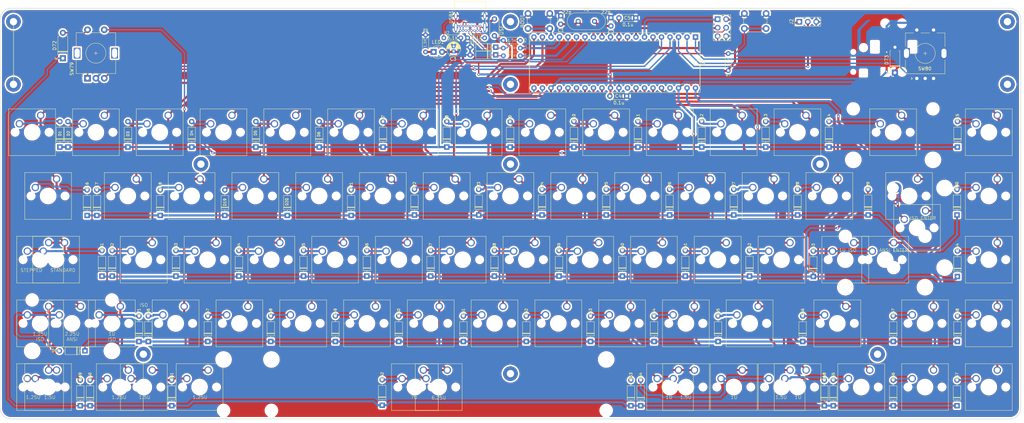
<source format=kicad_pcb>
(kicad_pcb (version 20171130) (host pcbnew 5.1.5+dfsg1-2build2)
  (layers (0 F.Cu signal) (31 B.Cu signal) (34 B.Paste user hide) (35 F.Paste user hide) (36 B.SilkS user hide) (37 F.SilkS user) (38 B.Mask user hide) (39 F.Mask user hide) (44 Edge.Cuts user hide))
  (net 0 "")
  (net 1 GND)
  (net 2 VCC)
  (net 3 row0)
  (net 4 "Net-(D1-Pad2)")
  (net 5 "Net-(D2-Pad2)")
  (net 6 "Net-(D3-Pad2)")
  (net 7 "Net-(D4-Pad2)")
  (net 8 "Net-(D5-Pad2)")
  (net 9 "Net-(D6-Pad2)")
  (net 10 "Net-(D7-Pad2)")
  (net 11 "Net-(D8-Pad2)")
  (net 12 "Net-(D9-Pad2)")
  (net 13 "Net-(D10-Pad2)")
  (net 14 "Net-(D11-Pad2)")
  (net 15 "Net-(D12-Pad2)")
  (net 16 "Net-(D13-Pad2)")
  (net 17 "Net-(D14-Pad2)")
  (net 18 "Net-(D15-Pad2)")
  (net 19 row1)
  (net 20 "Net-(D16-Pad2)")
  (net 21 "Net-(D17-Pad2)")
  (net 22 "Net-(D18-Pad2)")
  (net 23 "Net-(D19-Pad2)")
  (net 24 "Net-(D20-Pad2)")
  (net 25 "Net-(D21-Pad2)")
  (net 26 "Net-(D22-Pad2)")
  (net 27 "Net-(D23-Pad2)")
  (net 28 "Net-(D24-Pad2)")
  (net 29 "Net-(D25-Pad2)")
  (net 30 "Net-(D26-Pad2)")
  (net 31 "Net-(D27-Pad2)")
  (net 32 "Net-(D28-Pad2)")
  (net 33 "Net-(D29-Pad2)")
  (net 34 "Net-(D30-Pad2)")
  (net 35 "Net-(D31-Pad2)")
  (net 36 row2)
  (net 37 "Net-(D32-Pad2)")
  (net 38 "Net-(D33-Pad2)")
  (net 39 "Net-(D34-Pad2)")
  (net 40 "Net-(D35-Pad2)")
  (net 41 "Net-(D36-Pad2)")
  (net 42 "Net-(D37-Pad2)")
  (net 43 "Net-(D38-Pad2)")
  (net 44 "Net-(D39-Pad2)")
  (net 45 "Net-(D40-Pad2)")
  (net 46 "Net-(D41-Pad2)")
  (net 47 "Net-(D42-Pad2)")
  (net 48 "Net-(D43-Pad2)")
  (net 49 "Net-(D44-Pad2)")
  (net 50 row3)
  (net 51 "Net-(D45-Pad2)")
  (net 52 "Net-(D46-Pad2)")
  (net 53 "Net-(D47-Pad2)")
  (net 54 "Net-(D48-Pad2)")
  (net 55 "Net-(D49-Pad2)")
  (net 56 "Net-(D50-Pad2)")
  (net 57 "Net-(D51-Pad2)")
  (net 58 "Net-(D52-Pad2)")
  (net 59 "Net-(D53-Pad2)")
  (net 60 "Net-(D54-Pad2)")
  (net 61 "Net-(D55-Pad2)")
  (net 62 "Net-(D56-Pad2)")
  (net 63 "Net-(D57-Pad2)")
  (net 64 "Net-(D58-Pad2)")
  (net 65 "Net-(D59-Pad2)")
  (net 66 row4)
  (net 67 "Net-(D60-Pad2)")
  (net 68 "Net-(D61-Pad2)")
  (net 69 "Net-(D62-Pad2)")
  (net 70 "Net-(D63-Pad2)")
  (net 71 "Net-(D64-Pad2)")
  (net 72 "Net-(D65-Pad2)")
  (net 73 "Net-(D66-Pad2)")
  (net 74 "Net-(D67-Pad2)")
  (net 75 col0)
  (net 76 col1)
  (net 77 col2)
  (net 78 col3)
  (net 79 col4)
  (net 80 col5)
  (net 81 col6)
  (net 82 col7)
  (net 83 col8)
  (net 84 col9)
  (net 85 col10)
  (net 86 col11)
  (net 87 col12)
  (net 88 col13)
  (net 89 col14)
  (net 90 "Net-(R1-Pad2)")
  (net 91 "Net-(D68-Pad2)")
  (net 92 "Net-(R2-Pad1)")
  (net 93 "Net-(USB1-PadB8)")
  (net 94 "Net-(USB1-PadA8)")
  (net 95 reset)
  (net 96 +5V)
  (net 97 "Net-(U1-Pad32)")
  (net 98 D+)
  (net 99 D-)
  (net 100 "Net-(C1-Pad1)")
  (net 101 "Net-(C2-Pad1)")
  (net 102 "Net-(D69-Pad1)")
  (net 103 "Net-(D70-Pad1)")
  (net 104 MOSI)
  (net 105 SCK)
  (net 106 MISO)
  (net 107 "Net-(LED1-Pad1)")
  (net 108 boot)
  (net 109 "Net-(D71-Pad2)")
  (net 110 "Net-(U1-Pad37)")
  (net 111 ENC2A)
  (net 112 ENC2B)
  (net 113 ENC1A)
  (net 114 ENC1B)
  (net 115 "Net-(D73-Pad2)")
  (net 116 RGB1)
  (net 117 "Net-(D72-Pad2)")
  (module stoutgat:SW_Cherry_MX_1.00u_PCB (layer F.Cu) (at 327.81825 108.74375)
    (fp_text reference SW29)
    (fp_text value KEYSW)
    (pad 1 thru_hole circle (at 0 0) (size 2.2 2.2) (drill 1.5) (layers *.Cu *.Mask) (net 88 col13))
    (pad 2 thru_hole circle (at -6.35 2.54) (size 3 3) (drill 1.5) (layers *.Cu *.Mask) (net 33 "Net-(D29-Pad2)"))
    (pad "" np_thru_hole circle (at -2.54 5.08) (size 4 4) (drill 4) (layers *.Cu *.Mask))
    (pad "" np_thru_hole circle (at -7.62 5.08) (size 1.7 1.7) (drill 1.7) (layers *.Cu *.Mask))
    (pad "" np_thru_hole circle (at 2.54 5.08) (size 1.7 1.7) (drill 1.7) (layers *.Cu *.Mask))
  )
  (module Rotary_Encoder:RotaryEncoder_Alps_EC11E-Switch_Vertical_H20mm (layer F.Cu) (at 79.883 78.613 90)
    (fp_text reference SW79 (at 2.8 -4.7 90) (layer F.SilkS))
    (fp_text value Rotary_Encoder_Switch)
    (pad A thru_hole rect (at 0 0 90) (size 2 2) (drill 1) (layers *.Cu *.Mask) (net 111 ENC2A))
    (pad C thru_hole circle (at 0 2.5 90) (size 2 2) (drill 1) (layers *.Cu *.Mask) (net 1 GND))
    (pad B thru_hole circle (at 0 5 90) (size 2 2) (drill 1) (layers *.Cu *.Mask) (net 112 ENC2B))
    (pad MP thru_hole rect (at 7.5 -3.1 90) (size 3.2 2) (drill oval 2.8 1.5) (layers *.Cu *.Mask))
    (pad MP thru_hole rect (at 7.5 8.1 90) (size 3.2 2) (drill oval 2.8 1.5) (layers *.Cu *.Mask))
    (pad S2 thru_hole circle (at 14.5 0 90) (size 2 2) (drill 1) (layers *.Cu *.Mask) (net 117 "Net-(D72-Pad2)"))
    (pad S1 thru_hole circle (at 14.5 5 90) (size 2 2) (drill 1) (layers *.Cu *.Mask) (net 83 col8))
  )
  (module Diode_THT:D_A-405_P7.62mm_Horizontal (layer F.Cu) (at 72.517 72.644 90)
    (fp_text reference D72 (at 3.81 -2.47 90) (layer F.SilkS))
    (fp_text value D)
    (fp_text user K (at 0 -1.9 90) (layer F.SilkS))
    (pad 2 thru_hole oval (at 7.62 0 90) (size 1.8 1.8) (drill 0.9) (layers *.Cu *.Mask) (net 117 "Net-(D72-Pad2)"))
    (pad 1 thru_hole rect (at 0 0 90) (size 1.8 1.8) (drill 0.9) (layers *.Cu *.Mask) (net 66 row4))
  )
  (module Capacitor_THT:C_Disc_D5.0mm_W2.5mm_P5.00mm (layer F.Cu) (at 201.422 65.913 90)
    (fp_text reference F1)
    (fp_text value 500mA)
    (fp_text user FUSE (at 1.27 2.159 90) (layer F.SilkS))
    (pad 2 thru_hole circle (at 5 0 90) (size 1.6 1.6) (drill 0.8) (layers *.Cu *.Mask) (net 2 VCC))
    (pad 1 thru_hole circle (at 0 0 90) (size 1.6 1.6) (drill 0.8) (layers *.Cu *.Mask) (net 96 +5V))
  )
  (module LED_THT:LED_D3.0mm (layer F.Cu) (at 183.261 70.739)
    (fp_text reference LED1 (at 1.27 -2.96) (layer F.SilkS))
    (fp_text value POWER)
    (pad 2 thru_hole circle (at 2.54 0) (size 1.8 1.8) (drill 0.9) (layers *.Cu *.Mask) (net 96 +5V))
    (pad 1 thru_hole rect (at 0 0) (size 1.8 1.8) (drill 0.9) (layers *.Cu *.Mask) (net 107 "Net-(LED1-Pad1)"))
  )
  (module Capacitor_THT:CP_Radial_D4.0mm_P1.50mm (layer F.Cu) (at 189.23 70.588 90)
    (fp_text reference C3 (at -2.286 -0.127) (layer F.SilkS))
    (fp_text value 4.7u)
    (pad 2 thru_hole circle (at 1.5 0 90) (size 1.2 1.2) (drill 0.6) (layers *.Cu *.Mask) (net 1 GND))
    (pad 1 thru_hole rect (at 0 0 90) (size 1.2 1.2) (drill 0.6) (layers *.Cu *.Mask) (net 96 +5V))
  )
  (module Resistor_THT:R_Axial_DIN0204_L3.6mm_D1.6mm_P5.08mm_Horizontal (layer F.Cu) (at 180.848 70.739 90)
    (fp_text reference R6 (at 6.544029 0.015974) (layer F.SilkS) (effects (font (size 0.8 0.8) (thickness 0.1))))
    (fp_text value 1.5K (at 2.667 -0.127 90) (layer F.SilkS) (effects (font (size 0.8 0.8) (thickness 0.1))))
    (pad 2 thru_hole oval (at 5.08 0 90) (size 1.4 1.4) (drill 0.7) (layers *.Cu *.Mask) (net 1 GND))
    (pad 1 thru_hole circle (at 0 0 90) (size 1.4 1.4) (drill 0.7) (layers *.Cu *.Mask) (net 107 "Net-(LED1-Pad1)"))
  )
  (module Resistor_THT:R_Axial_DIN0204_L3.6mm_D1.6mm_P5.08mm_Horizontal (layer F.Cu) (at 193.421 66.548)
    (fp_text reference R1 (at 1.397 1.524 180) (layer F.SilkS) (effects (font (size 0.8 0.8) (thickness 0.1))))
    (fp_text value 5.1k (at 2.667 0) (layer F.SilkS))
    (pad 2 thru_hole oval (at 5.08 0) (size 1.4 1.4) (drill 0.7) (layers *.Cu *.Mask) (net 90 "Net-(R1-Pad2)"))
    (pad 1 thru_hole circle (at 0 0) (size 1.4 1.4) (drill 0.7) (layers *.Cu *.Mask) (net 1 GND))
  )
  (module Resistor_THT:R_Axial_DIN0204_L3.6mm_D1.6mm_P5.08mm_Horizontal (layer F.Cu) (at 209.169 69.596 180)
    (fp_text reference R3 (at -1.464029 0.036299 270) (layer F.SilkS) (effects (font (size 0.8 0.8) (thickness 0.1))))
    (fp_text value 75R (at 2.54 -0.05119 180) (layer F.SilkS) (effects (font (size 0.8 0.8) (thickness 0.1))))
    (pad 2 thru_hole oval (at 5.08 0 180) (size 1.4 1.4) (drill 0.7) (layers *.Cu *.Mask) (net 102 "Net-(D69-Pad1)"))
    (pad 1 thru_hole circle (at 0 0 180) (size 1.4 1.4) (drill 0.7) (layers *.Cu *.Mask) (net 99 D-))
  )
  (module Resistor_THT:R_Axial_DIN0204_L3.6mm_D1.6mm_P5.08mm_Horizontal (layer F.Cu) (at 186.309 66.548)
    (fp_text reference R2 (at 0.889 -1.524 180) (layer F.SilkS) (effects (font (size 0.8 0.8) (thickness 0.1))))
    (fp_text value 5.1k (at 2.54 0) (layer F.SilkS))
    (pad 2 thru_hole oval (at 5.08 0) (size 1.4 1.4) (drill 0.7) (layers *.Cu *.Mask) (net 1 GND))
    (pad 1 thru_hole circle (at 0 0) (size 1.4 1.4) (drill 0.7) (layers *.Cu *.Mask) (net 92 "Net-(R2-Pad1)"))
  )
  (module Resistor_THT:R_Axial_DIN0204_L3.6mm_D1.6mm_P5.08mm_Horizontal (layer F.Cu) (at 209.169 71.882 180)
    (fp_text reference R4 (at -1.464029 0.018849 270) (layer F.SilkS) (effects (font (size 0.8 0.8) (thickness 0.1))))
    (fp_text value 75R (at 2.54 -0.024896 180) (layer F.SilkS) (effects (font (size 0.8 0.8) (thickness 0.1))))
    (pad 2 thru_hole oval (at 5.08 0 180) (size 1.4 1.4) (drill 0.7) (layers *.Cu *.Mask) (net 103 "Net-(D70-Pad1)"))
    (pad 1 thru_hole circle (at 0 0 180) (size 1.4 1.4) (drill 0.7) (layers *.Cu *.Mask) (net 98 D+))
  )
  (module Resistor_THT:R_Axial_DIN0204_L3.6mm_D1.6mm_P5.08mm_Horizontal (layer F.Cu) (at 271.272 76.327 90)
    (fp_text reference R7 (at -1.464029 0.001111) (layer F.SilkS) (effects (font (size 0.8 0.8) (thickness 0.1))))
    (fp_text value 10k (at 2.54 -0.048664 270) (layer F.SilkS) (effects (font (size 0.8 0.8) (thickness 0.1))))
    (pad 2 thru_hole oval (at 5.08 0 90) (size 1.4 1.4) (drill 0.7) (layers *.Cu *.Mask) (net 95 reset))
    (pad 1 thru_hole circle (at 0 0 90) (size 1.4 1.4) (drill 0.7) (layers *.Cu *.Mask) (net 96 +5V))
  )
  (module Resistor_THT:R_Axial_DIN0204_L3.6mm_D1.6mm_P5.08mm_Horizontal (layer F.Cu) (at 204.089 67.31)
    (fp_text reference R5 (at 6.477 0 270) (layer F.SilkS) (effects (font (size 0.8 0.8) (thickness 0.1))))
    (fp_text value 1.5k (at 2.54 -0.051095 180) (layer F.SilkS) (effects (font (size 0.8 0.8) (thickness 0.1))))
    (pad 2 thru_hole oval (at 5.08 0) (size 1.4 1.4) (drill 0.7) (layers *.Cu *.Mask) (net 102 "Net-(D69-Pad1)"))
    (pad 1 thru_hole circle (at 0 0) (size 1.4 1.4) (drill 0.7) (layers *.Cu *.Mask) (net 96 +5V))
  )
  (module Capacitor_THT:C_Disc_D3.0mm_W1.6mm_P2.50mm (layer F.Cu) (at 221.234 62.444 90)
    (fp_text reference C1 (at -1.819792 0.052494) (layer F.SilkS))
    (fp_text value 22p (at 3.643 1.778) (layer F.SilkS))
    (pad 2 thru_hole circle (at 2.5 0 90) (size 1.6 1.6) (drill 0.8) (layers *.Cu *.Mask) (net 1 GND))
    (pad 1 thru_hole circle (at 0 0 90) (size 1.6 1.6) (drill 0.8) (layers *.Cu *.Mask) (net 100 "Net-(C1-Pad1)"))
  )
  (module Capacitor_THT:C_Disc_D3.0mm_W1.6mm_P2.50mm (layer F.Cu) (at 236.22 62.992 90)
    (fp_text reference C2 (at -1.819792 0.052494) (layer F.SilkS))
    (fp_text value 22p (at 4.191 -1.524) (layer F.SilkS))
    (pad 2 thru_hole circle (at 2.5 0 90) (size 1.6 1.6) (drill 0.8) (layers *.Cu *.Mask) (net 1 GND))
    (pad 1 thru_hole circle (at 0 0 90) (size 1.6 1.6) (drill 0.8) (layers *.Cu *.Mask) (net 101 "Net-(C2-Pad1)"))
  )
  (module Capacitor_THT:C_Disc_D4.3mm_W1.9mm_P5.00mm (layer F.Cu) (at 235.919 83.947)
    (fp_text reference C4 (at 2.502214 -0.017498) (layer F.SilkS))
    (fp_text value 0.1u (at 2.670909 1.993325) (layer F.SilkS))
    (pad 2 thru_hole circle (at 5 0) (size 1.6 1.6) (drill 0.8) (layers *.Cu *.Mask) (net 1 GND))
    (pad 1 thru_hole circle (at 0 0) (size 1.6 1.6) (drill 0.8) (layers *.Cu *.Mask) (net 96 +5V))
  )
  (module Capacitor_THT:C_Disc_D4.3mm_W1.9mm_P5.00mm (layer F.Cu) (at 238.633 60.579)
    (fp_text reference C5 (at 2.502214 -0.017498) (layer F.SilkS))
    (fp_text value 0.1u (at 2.670909 1.993325) (layer F.SilkS))
    (pad 2 thru_hole circle (at 5 0) (size 1.6 1.6) (drill 0.8) (layers *.Cu *.Mask) (net 1 GND))
    (pad 1 thru_hole circle (at 0 0) (size 1.6 1.6) (drill 0.8) (layers *.Cu *.Mask) (net 96 +5V))
  )
  (module Connector_PinHeader_2.54mm:PinHeader_2x03_P2.54mm_Vertical (layer F.Cu) (at 268.097 60.96)
    (fp_text reference J1 hide)
    (fp_text value AVR-ISP-6 hide)
    (pad 6 thru_hole oval (at 2.54 5.08) (size 1.7 1.7) (drill 1) (layers *.Cu *.Mask) (net 1 GND))
    (pad 5 thru_hole oval (at 0 5.08) (size 1.7 1.7) (drill 1) (layers *.Cu *.Mask) (net 95 reset))
    (pad 4 thru_hole oval (at 2.54 2.54) (size 1.7 1.7) (drill 1) (layers *.Cu *.Mask) (net 104 MOSI))
    (pad 3 thru_hole oval (at 0 2.54) (size 1.7 1.7) (drill 1) (layers *.Cu *.Mask) (net 105 SCK))
    (pad 2 thru_hole oval (at 2.54 0) (size 1.7 1.7) (drill 1) (layers *.Cu *.Mask) (net 96 +5V))
    (pad 1 thru_hole rect (at 0 0) (size 1.7 1.7) (drill 1) (layers *.Cu *.Mask) (net 106 MISO))
  )
  (module Button_Switch_THT:SW_PUSH_6mm (layer F.Cu) (at 211.455 59.254)
    (fp_text reference BOOT1)
    (fp_text value BOOT (at -1.651 2.341 90) (layer F.SilkS))
    (pad 1 thru_hole circle (at 6.5 0 90) (size 2 2) (drill 1.1) (layers *.Cu *.Mask) (net 1 GND))
    (pad 2 thru_hole circle (at 6.5 4.5 90) (size 2 2) (drill 1.1) (layers *.Cu *.Mask) (net 108 boot))
    (pad 1 thru_hole circle (at 0 0 90) (size 2 2) (drill 1.1) (layers *.Cu *.Mask) (net 1 GND))
    (pad 2 thru_hole circle (at 0 4.5 90) (size 2 2) (drill 1.1) (layers *.Cu *.Mask) (net 108 boot))
  )
  (module Button_Switch_THT:SW_PUSH_6mm (layer F.Cu) (at 276.075 59.254)
    (fp_text reference RESET1)
    (fp_text value RESET)
    (pad 1 thru_hole circle (at 6.5 0 90) (size 2 2) (drill 1.1) (layers *.Cu *.Mask) (net 1 GND))
    (pad 2 thru_hole circle (at 6.5 4.5 90) (size 2 2) (drill 1.1) (layers *.Cu *.Mask) (net 95 reset))
    (pad 1 thru_hole circle (at 0 0 90) (size 2 2) (drill 1.1) (layers *.Cu *.Mask) (net 1 GND))
    (pad 2 thru_hole circle (at 0 4.5 90) (size 2 2) (drill 1.1) (layers *.Cu *.Mask) (net 95 reset))
  )
  (module Button_Switch_Keyboard:SW_Cherry_MX_2.00u_PCB (layer F.Cu) (at 323.05625 89.69375)
    (fp_text reference SW14)
    (fp_text value KEYSW)
    (pad "" np_thru_hole circle (at 9.36 -1.92) (size 3.05 3.05) (drill 3.05) (layers *.Cu *.Mask))
    (pad "" np_thru_hole circle (at -14.44 -1.92) (size 3.05 3.05) (drill 3.05) (layers *.Cu *.Mask))
    (pad "" np_thru_hole circle (at -14.44 13.32) (size 4 4) (drill 4) (layers *.Cu *.Mask))
    (pad "" np_thru_hole circle (at 9.36 13.32) (size 4 4) (drill 4) (layers *.Cu *.Mask))
    (pad "" np_thru_hole circle (at 2.54 5.08) (size 1.7 1.7) (drill 1.7) (layers *.Cu *.Mask))
    (pad "" np_thru_hole circle (at -7.62 5.08) (size 1.7 1.7) (drill 1.7) (layers *.Cu *.Mask))
    (pad "" np_thru_hole circle (at -2.54 5.08) (size 4 4) (drill 4) (layers *.Cu *.Mask))
    (pad 2 thru_hole circle (at -6.35 2.54) (size 2.2 2.2) (drill 1.5) (layers *.Cu *.Mask) (net 17 "Net-(D14-Pad2)"))
    (pad 1 thru_hole circle (at 0 0) (size 2.2 2.2) (drill 1.5) (layers *.Cu *.Mask) (net 88 col13))
  )
  (module Button_Switch_Keyboard:SW_Cherry_MX_1.75u_PCB (layer F.Cu) (at 306.38725 146.84375)
    (fp_text reference SW56)
    (fp_text value KEYSW)
    (pad "" np_thru_hole circle (at 2.54 5.08) (size 1.7 1.7) (drill 1.7) (layers *.Cu *.Mask))
    (pad "" np_thru_hole circle (at -7.62 5.08) (size 1.7 1.7) (drill 1.7) (layers *.Cu *.Mask))
    (pad "" np_thru_hole circle (at -2.54 5.08) (size 4 4) (drill 4) (layers *.Cu *.Mask))
    (pad 2 thru_hole circle (at -6.35 2.54) (size 2.2 2.2) (drill 1.5) (layers *.Cu *.Mask) (net 62 "Net-(D56-Pad2)"))
    (pad 1 thru_hole circle (at 0 0) (size 2.2 2.2) (drill 1.5) (layers *.Cu *.Mask) (net 87 col12))
  )
  (module Button_Switch_Keyboard:SW_Cherry_MX_1.75u_PCB (layer F.Cu) (at 73.02505 127.78362)
    (fp_text reference SW31)
    (fp_text value KEYSW)
    (pad "" np_thru_hole circle (at 2.54 5.08) (size 1.7 1.7) (drill 1.7) (layers *.Cu *.Mask))
    (pad "" np_thru_hole circle (at -7.62 5.08) (size 1.7 1.7) (drill 1.7) (layers *.Cu *.Mask))
    (pad "" np_thru_hole circle (at -2.54 5.08) (size 4 4) (drill 4) (layers *.Cu *.Mask))
    (pad 2 thru_hole circle (at -6.35 2.54) (size 2.2 2.2) (drill 1.5) (layers *.Cu *.Mask) (net 35 "Net-(D31-Pad2)"))
    (pad 1 thru_hole circle (at 0 0) (size 2.2 2.2) (drill 1.5) (layers *.Cu *.Mask) (net 75 col0))
  )
  (module Button_Switch_Keyboard:SW_Cherry_MX_ISOEnter_PCB (layer F.Cu) (at 330.2 118.26875)
    (fp_text reference SW76)
    (fp_text value KEYSW)
    (pad "" np_thru_hole circle (at -9.54 -6.82) (size 3.05 3.05) (drill 3.05) (layers *.Cu *.Mask))
    (pad "" np_thru_hole circle (at -9.54 16.98) (size 3.05 3.05) (drill 3.05) (layers *.Cu *.Mask))
    (pad "" np_thru_hole circle (at 5.7 16.98) (size 4 4) (drill 4) (layers *.Cu *.Mask))
    (pad "" np_thru_hole circle (at 5.7 -6.82) (size 4 4) (drill 4) (layers *.Cu *.Mask))
    (pad "" np_thru_hole circle (at 2.54 5.08) (size 1.7 1.7) (drill 1.7) (layers *.Cu *.Mask))
    (pad "" np_thru_hole circle (at -7.62 5.08) (size 1.7 1.7) (drill 1.7) (layers *.Cu *.Mask))
    (pad "" np_thru_hole circle (at -2.54 5.08) (size 4 4) (drill 4) (layers *.Cu *.Mask))
    (pad 2 thru_hole circle (at -6.35 2.54) (size 2.2 2.2) (drill 1.5) (layers *.Cu *.Mask) (net 33 "Net-(D29-Pad2)"))
    (pad 1 thru_hole circle (at 0 0) (size 2.2 2.2) (drill 1.5) (layers *.Cu *.Mask) (net 88 col13))
  )
  (module Button_Switch_Keyboard:SW_Cherry_MX_2.25u_PCB (layer F.Cu) (at 77.78745 146.84375)
    (fp_text reference SW45)
    (fp_text value KEYSW)
    (pad "" np_thru_hole circle (at 9.36 -1.92) (size 3.05 3.05) (drill 3.05) (layers *.Cu *.Mask))
    (pad "" np_thru_hole circle (at -14.44 -1.92) (size 3.05 3.05) (drill 3.05) (layers *.Cu *.Mask))
    (pad "" np_thru_hole circle (at -14.44 13.32) (size 4 4) (drill 4) (layers *.Cu *.Mask))
    (pad "" np_thru_hole circle (at 9.36 13.32) (size 4 4) (drill 4) (layers *.Cu *.Mask))
    (pad "" np_thru_hole circle (at 2.54 5.08) (size 1.7 1.7) (drill 1.7) (layers *.Cu *.Mask))
    (pad "" np_thru_hole circle (at -7.62 5.08) (size 1.7 1.7) (drill 1.7) (layers *.Cu *.Mask))
    (pad "" np_thru_hole circle (at -2.54 5.08) (size 4 4) (drill 4) (layers *.Cu *.Mask))
    (pad 2 thru_hole circle (at -6.35 2.54) (size 2.2 2.2) (drill 1.5) (layers *.Cu *.Mask) (net 51 "Net-(D45-Pad2)"))
    (pad 1 thru_hole circle (at 0 0) (size 2.2 2.2) (drill 1.5) (layers *.Cu *.Mask) (net 75 col0))
  )
  (module Button_Switch_Keyboard:SW_Cherry_MX_2.25u_PCB (layer F.Cu) (at 320.67525 127.79375)
    (fp_text reference SW43)
    (fp_text value KEYSW)
    (pad "" np_thru_hole circle (at 9.36 -1.92) (size 3.05 3.05) (drill 3.05) (layers *.Cu *.Mask))
    (pad "" np_thru_hole circle (at -14.44 -1.92) (size 3.05 3.05) (drill 3.05) (layers *.Cu *.Mask))
    (pad "" np_thru_hole circle (at -14.44 13.32) (size 4 4) (drill 4) (layers *.Cu *.Mask))
    (pad "" np_thru_hole circle (at 9.36 13.32) (size 4 4) (drill 4) (layers *.Cu *.Mask))
    (pad "" np_thru_hole circle (at 2.54 5.08) (size 1.7 1.7) (drill 1.7) (layers *.Cu *.Mask))
    (pad "" np_thru_hole circle (at -7.62 5.08) (size 1.7 1.7) (drill 1.7) (layers *.Cu *.Mask))
    (pad "" np_thru_hole circle (at -2.54 5.08) (size 4 4) (drill 4) (layers *.Cu *.Mask))
    (pad 2 thru_hole circle (at -6.35 2.54) (size 2.2 2.2) (drill 1.5) (layers *.Cu *.Mask) (net 48 "Net-(D43-Pad2)"))
    (pad 1 thru_hole circle (at 0 0) (size 2.2 2.2) (drill 1.5) (layers *.Cu *.Mask) (net 88 col13))
  )
  (module Button_Switch_Keyboard:SW_Cherry_MX_1.50u_PCB (layer F.Cu) (at 70.64375 108.74375)
    (fp_text reference SW16)
    (fp_text value KEYSW)
    (pad "" np_thru_hole circle (at 2.54 5.08) (size 1.7 1.7) (drill 1.7) (layers *.Cu *.Mask))
    (pad "" np_thru_hole circle (at -7.62 5.08) (size 1.7 1.7) (drill 1.7) (layers *.Cu *.Mask))
    (pad "" np_thru_hole circle (at -2.54 5.08) (size 4 4) (drill 4) (layers *.Cu *.Mask))
    (pad 2 thru_hole circle (at -6.35 2.54) (size 2.2 2.2) (drill 1.5) (layers *.Cu *.Mask) (net 20 "Net-(D16-Pad2)"))
    (pad 1 thru_hole circle (at 0 0) (size 2.2 2.2) (drill 1.5) (layers *.Cu *.Mask) (net 75 col0))
  )
  (module Button_Switch_Keyboard:SW_Cherry_MX_1.50u_PCB (layer F.Cu) (at 99.243031 165.889819)
    (fp_text reference SW71)
    (fp_text value KEYSW)
    (pad "" np_thru_hole circle (at 2.54 5.08) (size 1.7 1.7) (drill 1.7) (layers *.Cu *.Mask))
    (pad "" np_thru_hole circle (at -7.62 5.08) (size 1.7 1.7) (drill 1.7) (layers *.Cu *.Mask))
    (pad "" np_thru_hole circle (at -2.54 5.08) (size 4 4) (drill 4) (layers *.Cu *.Mask))
    (pad 2 thru_hole circle (at -6.35 2.54) (size 2.2 2.2) (drill 1.5) (layers *.Cu *.Mask) (net 68 "Net-(D61-Pad2)"))
    (pad 1 thru_hole circle (at 0 0) (size 2.2 2.2) (drill 1.5) (layers *.Cu *.Mask) (net 77 col2))
  )
  (module Button_Switch_Keyboard:SW_Cherry_MX_1.50u_PCB (layer F.Cu) (at 70.6437 165.88362)
    (fp_text reference SW70)
    (fp_text value KEYSW)
    (pad "" np_thru_hole circle (at 2.54 5.08) (size 1.7 1.7) (drill 1.7) (layers *.Cu *.Mask))
    (pad "" np_thru_hole circle (at -7.62 5.08) (size 1.7 1.7) (drill 1.7) (layers *.Cu *.Mask))
    (pad "" np_thru_hole circle (at -2.54 5.08) (size 4 4) (drill 4) (layers *.Cu *.Mask))
    (pad 2 thru_hole circle (at -6.35 2.54) (size 2.2 2.2) (drill 1.5) (layers *.Cu *.Mask) (net 65 "Net-(D59-Pad2)"))
    (pad 1 thru_hole circle (at 0 0) (size 2.2 2.2) (drill 1.5) (layers *.Cu *.Mask) (net 75 col0))
  )
  (module Button_Switch_Keyboard:SW_Cherry_MX_1.50u_PCB (layer F.Cu) (at 289.740128 165.89375)
    (fp_text reference SW74)
    (fp_text value KEYSW)
    (pad "" np_thru_hole circle (at 2.54 5.08) (size 1.7 1.7) (drill 1.7) (layers *.Cu *.Mask))
    (pad "" np_thru_hole circle (at -7.62 5.08) (size 1.7 1.7) (drill 1.7) (layers *.Cu *.Mask))
    (pad "" np_thru_hole circle (at -2.54 5.08) (size 4 4) (drill 4) (layers *.Cu *.Mask))
    (pad 2 thru_hole circle (at -6.35 2.54) (size 2.2 2.2) (drill 1.5) (layers *.Cu *.Mask) (net 71 "Net-(D64-Pad2)"))
    (pad 1 thru_hole circle (at 0 0) (size 2.2 2.2) (drill 1.5) (layers *.Cu *.Mask) (net 85 col10))
  )
  (module Button_Switch_Keyboard:SW_Cherry_MX_1.50u_PCB (layer F.Cu) (at 261.183936 165.89375)
    (fp_text reference SW73)
    (fp_text value KEYSW)
    (pad "" np_thru_hole circle (at 2.54 5.08) (size 1.7 1.7) (drill 1.7) (layers *.Cu *.Mask))
    (pad "" np_thru_hole circle (at -7.62 5.08) (size 1.7 1.7) (drill 1.7) (layers *.Cu *.Mask))
    (pad "" np_thru_hole circle (at -2.54 5.08) (size 4 4) (drill 4) (layers *.Cu *.Mask))
    (pad 2 thru_hole circle (at -6.35 2.54) (size 2.2 2.2) (drill 1.5) (layers *.Cu *.Mask) (net 70 "Net-(D63-Pad2)"))
    (pad 1 thru_hole circle (at 0 0) (size 2.2 2.2) (drill 1.5) (layers *.Cu *.Mask) (net 84 col9))
  )
  (module Button_Switch_Keyboard:SW_Cherry_MX_1.25u_PCB (layer F.Cu) (at 256.410884 165.88362)
    (fp_text reference SW63)
    (fp_text value KEYSW)
    (pad "" np_thru_hole circle (at 2.54 5.08) (size 1.7 1.7) (drill 1.7) (layers *.Cu *.Mask))
    (pad "" np_thru_hole circle (at -7.62 5.08) (size 1.7 1.7) (drill 1.7) (layers *.Cu *.Mask))
    (pad "" np_thru_hole circle (at -2.54 5.08) (size 4 4) (drill 4) (layers *.Cu *.Mask))
    (pad 2 thru_hole circle (at -6.35 2.54) (size 2.2 2.2) (drill 1.5) (layers *.Cu *.Mask) (net 70 "Net-(D63-Pad2)"))
    (pad 1 thru_hole circle (at 0 0) (size 2.2 2.2) (drill 1.5) (layers *.Cu *.Mask) (net 84 col9))
  )
  (module Button_Switch_Keyboard:SW_Cherry_MX_1.25u_PCB (layer F.Cu) (at 275.466206 165.89375)
    (fp_text reference SW64)
    (fp_text value KEYSW)
    (pad "" np_thru_hole circle (at 2.54 5.08) (size 1.7 1.7) (drill 1.7) (layers *.Cu *.Mask))
    (pad "" np_thru_hole circle (at -7.62 5.08) (size 1.7 1.7) (drill 1.7) (layers *.Cu *.Mask))
    (pad "" np_thru_hole circle (at -2.54 5.08) (size 4 4) (drill 4) (layers *.Cu *.Mask))
    (pad 2 thru_hole circle (at -6.35 2.54) (size 2.2 2.2) (drill 1.5) (layers *.Cu *.Mask) (net 71 "Net-(D64-Pad2)"))
    (pad 1 thru_hole circle (at 0 0) (size 2.2 2.2) (drill 1.5) (layers *.Cu *.Mask) (net 85 col10))
  )
  (module Button_Switch_Keyboard:SW_Cherry_MX_1.25u_PCB (layer F.Cu) (at 68.2625 127.78362)
    (fp_text reference SW69)
    (fp_text value KEYSW)
    (pad "" np_thru_hole circle (at 2.54 5.08) (size 1.7 1.7) (drill 1.7) (layers *.Cu *.Mask))
    (pad "" np_thru_hole circle (at -7.62 5.08) (size 1.7 1.7) (drill 1.7) (layers *.Cu *.Mask))
    (pad "" np_thru_hole circle (at -2.54 5.08) (size 4 4) (drill 4) (layers *.Cu *.Mask))
    (pad 2 thru_hole circle (at -6.35 2.54) (size 2.2 2.2) (drill 1.5) (layers *.Cu *.Mask) (net 35 "Net-(D31-Pad2)"))
    (pad 1 thru_hole circle (at 0 0) (size 2.2 2.2) (drill 1.5) (layers *.Cu *.Mask) (net 75 col0))
  )
  (module Button_Switch_Keyboard:SW_Cherry_MX_1.25u_PCB (layer F.Cu) (at 115.88745 165.88362)
    (fp_text reference SW61)
    (fp_text value KEYSW)
    (pad "" np_thru_hole circle (at 2.54 5.08) (size 1.7 1.7) (drill 1.7) (layers *.Cu *.Mask))
    (pad "" np_thru_hole circle (at -7.62 5.08) (size 1.7 1.7) (drill 1.7) (layers *.Cu *.Mask))
    (pad "" np_thru_hole circle (at -2.54 5.08) (size 4 4) (drill 4) (layers *.Cu *.Mask))
    (pad 2 thru_hole circle (at -6.35 2.54) (size 2.2 2.2) (drill 1.5) (layers *.Cu *.Mask) (net 68 "Net-(D61-Pad2)"))
    (pad 1 thru_hole circle (at 0 0) (size 2.2 2.2) (drill 1.5) (layers *.Cu *.Mask) (net 77 col2))
  )
  (module Button_Switch_Keyboard:SW_Cherry_MX_1.25u_PCB (layer F.Cu) (at 68.26245 165.88362)
    (fp_text reference SW59)
    (fp_text value KEYSW)
    (pad "" np_thru_hole circle (at 2.54 5.08) (size 1.7 1.7) (drill 1.7) (layers *.Cu *.Mask))
    (pad "" np_thru_hole circle (at -7.62 5.08) (size 1.7 1.7) (drill 1.7) (layers *.Cu *.Mask))
    (pad "" np_thru_hole circle (at -2.54 5.08) (size 4 4) (drill 4) (layers *.Cu *.Mask))
    (pad 2 thru_hole circle (at -6.35 2.54) (size 2.2 2.2) (drill 1.5) (layers *.Cu *.Mask) (net 65 "Net-(D59-Pad2)"))
    (pad 1 thru_hole circle (at 0 0) (size 2.2 2.2) (drill 1.5) (layers *.Cu *.Mask) (net 75 col0))
  )
  (module Button_Switch_Keyboard:SW_Cherry_MX_1.25u_PCB (layer F.Cu) (at 92.07505 165.89375)
    (fp_text reference SW60)
    (fp_text value KEYSW)
    (pad "" np_thru_hole circle (at 2.54 5.08) (size 1.7 1.7) (drill 1.7) (layers *.Cu *.Mask))
    (pad "" np_thru_hole circle (at -7.62 5.08) (size 1.7 1.7) (drill 1.7) (layers *.Cu *.Mask))
    (pad "" np_thru_hole circle (at -2.54 5.08) (size 4 4) (drill 4) (layers *.Cu *.Mask))
    (pad 2 thru_hole circle (at -6.35 2.54) (size 2.2 2.2) (drill 1.5) (layers *.Cu *.Mask) (net 67 "Net-(D60-Pad2)"))
    (pad 1 thru_hole circle (at 0 0) (size 2.2 2.2) (drill 1.5) (layers *.Cu *.Mask) (net 76 col1))
  )
  (module Button_Switch_Keyboard:SW_Cherry_MX_1.25u_PCB (layer F.Cu) (at 68.2625 146.84375)
    (fp_text reference SW78)
    (fp_text value KEYSW)
    (pad "" np_thru_hole circle (at 2.54 5.08) (size 1.7 1.7) (drill 1.7) (layers *.Cu *.Mask))
    (pad "" np_thru_hole circle (at -7.62 5.08) (size 1.7 1.7) (drill 1.7) (layers *.Cu *.Mask))
    (pad "" np_thru_hole circle (at -2.54 5.08) (size 4 4) (drill 4) (layers *.Cu *.Mask))
    (pad 2 thru_hole circle (at -6.35 2.54) (size 2.2 2.2) (drill 1.5) (layers *.Cu *.Mask) (net 51 "Net-(D45-Pad2)"))
    (pad 1 thru_hole circle (at 0 0) (size 2.2 2.2) (drill 1.5) (layers *.Cu *.Mask) (net 75 col0))
  )
  (module Button_Switch_Keyboard:SW_Cherry_MX_1.00u_PCB (layer F.Cu) (at 123.03125 89.69375)
    (fp_text reference SW4)
    (fp_text value KEYSW)
    (pad "" np_thru_hole circle (at 2.54 5.08) (size 1.7 1.7) (drill 1.7) (layers *.Cu *.Mask))
    (pad "" np_thru_hole circle (at -7.62 5.08) (size 1.7 1.7) (drill 1.7) (layers *.Cu *.Mask))
    (pad "" np_thru_hole circle (at -2.54 5.08) (size 4 4) (drill 4) (layers *.Cu *.Mask))
    (pad 2 thru_hole circle (at -6.35 2.54) (size 2.2 2.2) (drill 1.5) (layers *.Cu *.Mask) (net 7 "Net-(D4-Pad2)"))
    (pad 1 thru_hole circle (at 0 0) (size 2.2 2.2) (drill 1.5) (layers *.Cu *.Mask) (net 78 col3))
  )
  (module Button_Switch_Keyboard:SW_Cherry_MX_1.00u_PCB (layer F.Cu) (at 132.55625 108.74375)
    (fp_text reference SW19)
    (fp_text value KEYSW)
    (pad "" np_thru_hole circle (at 2.54 5.08) (size 1.7 1.7) (drill 1.7) (layers *.Cu *.Mask))
    (pad "" np_thru_hole circle (at -7.62 5.08) (size 1.7 1.7) (drill 1.7) (layers *.Cu *.Mask))
    (pad "" np_thru_hole circle (at -2.54 5.08) (size 4 4) (drill 4) (layers *.Cu *.Mask))
    (pad 2 thru_hole circle (at -6.35 2.54) (size 2.2 2.2) (drill 1.5) (layers *.Cu *.Mask) (net 23 "Net-(D19-Pad2)"))
    (pad 1 thru_hole circle (at 0 0) (size 2.2 2.2) (drill 1.5) (layers *.Cu *.Mask) (net 78 col3))
  )
  (module Button_Switch_Keyboard:SW_Cherry_MX_1.00u_PCB (layer F.Cu) (at 84.93125 89.69375)
    (fp_text reference SW2)
    (fp_text value KEYSW)
    (pad "" np_thru_hole circle (at 2.54 5.08) (size 1.7 1.7) (drill 1.7) (layers *.Cu *.Mask))
    (pad "" np_thru_hole circle (at -7.62 5.08) (size 1.7 1.7) (drill 1.7) (layers *.Cu *.Mask))
    (pad "" np_thru_hole circle (at -2.54 5.08) (size 4 4) (drill 4) (layers *.Cu *.Mask))
    (pad 2 thru_hole circle (at -6.35 2.54) (size 2.2 2.2) (drill 1.5) (layers *.Cu *.Mask) (net 5 "Net-(D2-Pad2)"))
    (pad 1 thru_hole circle (at 0 0) (size 2.2 2.2) (drill 1.5) (layers *.Cu *.Mask) (net 76 col1))
  )
  (module Button_Switch_Keyboard:SW_Cherry_MX_1.00u_PCB (layer F.Cu) (at 142.08125 89.69375)
    (fp_text reference SW5)
    (fp_text value KEYSW)
    (pad "" np_thru_hole circle (at 2.54 5.08) (size 1.7 1.7) (drill 1.7) (layers *.Cu *.Mask))
    (pad "" np_thru_hole circle (at -7.62 5.08) (size 1.7 1.7) (drill 1.7) (layers *.Cu *.Mask))
    (pad "" np_thru_hole circle (at -2.54 5.08) (size 4 4) (drill 4) (layers *.Cu *.Mask))
    (pad 2 thru_hole circle (at -6.35 2.54) (size 2.2 2.2) (drill 1.5) (layers *.Cu *.Mask) (net 8 "Net-(D5-Pad2)"))
    (pad 1 thru_hole circle (at 0 0) (size 2.2 2.2) (drill 1.5) (layers *.Cu *.Mask) (net 79 col4))
  )
  (module Button_Switch_Keyboard:SW_Cherry_MX_1.00u_PCB (layer F.Cu) (at 161.13125 89.69375)
    (fp_text reference SW6)
    (fp_text value KEYSW)
    (pad "" np_thru_hole circle (at 2.54 5.08) (size 1.7 1.7) (drill 1.7) (layers *.Cu *.Mask))
    (pad "" np_thru_hole circle (at -7.62 5.08) (size 1.7 1.7) (drill 1.7) (layers *.Cu *.Mask))
    (pad "" np_thru_hole circle (at -2.54 5.08) (size 4 4) (drill 4) (layers *.Cu *.Mask))
    (pad 2 thru_hole circle (at -6.35 2.54) (size 2.2 2.2) (drill 1.5) (layers *.Cu *.Mask) (net 9 "Net-(D6-Pad2)"))
    (pad 1 thru_hole circle (at 0 0) (size 2.2 2.2) (drill 1.5) (layers *.Cu *.Mask) (net 80 col5))
  )
  (module Button_Switch_Keyboard:SW_Cherry_MX_1.00u_PCB (layer F.Cu) (at 180.18125 89.69375)
    (fp_text reference SW7)
    (fp_text value KEYSW)
    (pad "" np_thru_hole circle (at 2.54 5.08) (size 1.7 1.7) (drill 1.7) (layers *.Cu *.Mask))
    (pad "" np_thru_hole circle (at -7.62 5.08) (size 1.7 1.7) (drill 1.7) (layers *.Cu *.Mask))
    (pad "" np_thru_hole circle (at -2.54 5.08) (size 4 4) (drill 4) (layers *.Cu *.Mask))
    (pad 2 thru_hole circle (at -6.35 2.54) (size 2.2 2.2) (drill 1.5) (layers *.Cu *.Mask) (net 10 "Net-(D7-Pad2)"))
    (pad 1 thru_hole circle (at 0 0) (size 2.2 2.2) (drill 1.5) (layers *.Cu *.Mask) (net 81 col6))
  )
  (module Button_Switch_Keyboard:SW_Cherry_MX_1.00u_PCB (layer F.Cu) (at 103.98125 89.69375)
    (fp_text reference SW3)
    (fp_text value KEYSW)
    (pad "" np_thru_hole circle (at 2.54 5.08) (size 1.7 1.7) (drill 1.7) (layers *.Cu *.Mask))
    (pad "" np_thru_hole circle (at -7.62 5.08) (size 1.7 1.7) (drill 1.7) (layers *.Cu *.Mask))
    (pad "" np_thru_hole circle (at -2.54 5.08) (size 4 4) (drill 4) (layers *.Cu *.Mask))
    (pad 2 thru_hole circle (at -6.35 2.54) (size 2.2 2.2) (drill 1.5) (layers *.Cu *.Mask) (net 6 "Net-(D3-Pad2)"))
    (pad 1 thru_hole circle (at 0 0) (size 2.2 2.2) (drill 1.5) (layers *.Cu *.Mask) (net 77 col2))
  )
  (module Button_Switch_Keyboard:SW_Cherry_MX_1.00u_PCB (layer F.Cu) (at 65.88125 89.69375)
    (fp_text reference SW1)
    (fp_text value KEYSW)
    (pad "" np_thru_hole circle (at 2.54 5.08) (size 1.7 1.7) (drill 1.7) (layers *.Cu *.Mask))
    (pad "" np_thru_hole circle (at -7.62 5.08) (size 1.7 1.7) (drill 1.7) (layers *.Cu *.Mask))
    (pad "" np_thru_hole circle (at -2.54 5.08) (size 4 4) (drill 4) (layers *.Cu *.Mask))
    (pad 2 thru_hole circle (at -6.35 2.54) (size 2.2 2.2) (drill 1.5) (layers *.Cu *.Mask) (net 4 "Net-(D1-Pad2)"))
    (pad 1 thru_hole circle (at 0 0) (size 2.2 2.2) (drill 1.5) (layers *.Cu *.Mask) (net 75 col0))
  )
  (module Button_Switch_Keyboard:SW_Cherry_MX_1.00u_PCB (layer F.Cu) (at 156.36825 127.79375)
    (fp_text reference SW35)
    (fp_text value KEYSW)
    (pad "" np_thru_hole circle (at 2.54 5.08) (size 1.7 1.7) (drill 1.7) (layers *.Cu *.Mask))
    (pad "" np_thru_hole circle (at -7.62 5.08) (size 1.7 1.7) (drill 1.7) (layers *.Cu *.Mask))
    (pad "" np_thru_hole circle (at -2.54 5.08) (size 4 4) (drill 4) (layers *.Cu *.Mask))
    (pad 2 thru_hole circle (at -6.35 2.54) (size 2.2 2.2) (drill 1.5) (layers *.Cu *.Mask) (net 40 "Net-(D35-Pad2)"))
    (pad 1 thru_hole circle (at 0 0) (size 2.2 2.2) (drill 1.5) (layers *.Cu *.Mask) (net 79 col4))
  )
  (module Button_Switch_Keyboard:SW_Cherry_MX_1.00u_PCB (layer F.Cu) (at 175.41825 127.79375)
    (fp_text reference SW36)
    (fp_text value KEYSW)
    (pad "" np_thru_hole circle (at 2.54 5.08) (size 1.7 1.7) (drill 1.7) (layers *.Cu *.Mask))
    (pad "" np_thru_hole circle (at -7.62 5.08) (size 1.7 1.7) (drill 1.7) (layers *.Cu *.Mask))
    (pad "" np_thru_hole circle (at -2.54 5.08) (size 4 4) (drill 4) (layers *.Cu *.Mask))
    (pad 2 thru_hole circle (at -6.35 2.54) (size 2.2 2.2) (drill 1.5) (layers *.Cu *.Mask) (net 41 "Net-(D36-Pad2)"))
    (pad 1 thru_hole circle (at 0 0) (size 2.2 2.2) (drill 1.5) (layers *.Cu *.Mask) (net 80 col5))
  )
  (module Button_Switch_Keyboard:SW_Cherry_MX_1.00u_PCB (layer F.Cu) (at 351.63125 89.69375)
    (fp_text reference SW15)
    (fp_text value KEYSW)
    (pad "" np_thru_hole circle (at 2.54 5.08) (size 1.7 1.7) (drill 1.7) (layers *.Cu *.Mask))
    (pad "" np_thru_hole circle (at -7.62 5.08) (size 1.7 1.7) (drill 1.7) (layers *.Cu *.Mask))
    (pad "" np_thru_hole circle (at -2.54 5.08) (size 4 4) (drill 4) (layers *.Cu *.Mask))
    (pad 2 thru_hole circle (at -6.35 2.54) (size 2.2 2.2) (drill 1.5) (layers *.Cu *.Mask) (net 18 "Net-(D15-Pad2)"))
    (pad 1 thru_hole circle (at 0 0) (size 2.2 2.2) (drill 1.5) (layers *.Cu *.Mask) (net 89 col14))
  )
  (module Button_Switch_Keyboard:SW_Cherry_MX_1.00u_PCB (layer F.Cu) (at 94.45625 108.74375)
    (fp_text reference SW17)
    (fp_text value KEYSW)
    (pad "" np_thru_hole circle (at 2.54 5.08) (size 1.7 1.7) (drill 1.7) (layers *.Cu *.Mask))
    (pad "" np_thru_hole circle (at -7.62 5.08) (size 1.7 1.7) (drill 1.7) (layers *.Cu *.Mask))
    (pad "" np_thru_hole circle (at -2.54 5.08) (size 4 4) (drill 4) (layers *.Cu *.Mask))
    (pad 2 thru_hole circle (at -6.35 2.54) (size 2.2 2.2) (drill 1.5) (layers *.Cu *.Mask) (net 21 "Net-(D17-Pad2)"))
    (pad 1 thru_hole circle (at 0 0) (size 2.2 2.2) (drill 1.5) (layers *.Cu *.Mask) (net 76 col1))
  )
  (module Button_Switch_Keyboard:SW_Cherry_MX_1.00u_PCB (layer F.Cu) (at 351.63125 108.74375)
    (fp_text reference SW30)
    (fp_text value KEYSW)
    (pad "" np_thru_hole circle (at 2.54 5.08) (size 1.7 1.7) (drill 1.7) (layers *.Cu *.Mask))
    (pad "" np_thru_hole circle (at -7.62 5.08) (size 1.7 1.7) (drill 1.7) (layers *.Cu *.Mask))
    (pad "" np_thru_hole circle (at -2.54 5.08) (size 4 4) (drill 4) (layers *.Cu *.Mask))
    (pad 2 thru_hole circle (at -6.35 2.54) (size 2.2 2.2) (drill 1.5) (layers *.Cu *.Mask) (net 34 "Net-(D30-Pad2)"))
    (pad 1 thru_hole circle (at 0 0) (size 2.2 2.2) (drill 1.5) (layers *.Cu *.Mask) (net 89 col14))
  )
  (module Button_Switch_Keyboard:SW_Cherry_MX_1.00u_PCB (layer F.Cu) (at 99.21875 127.79375)
    (fp_text reference SW32)
    (fp_text value KEYSW)
    (pad "" np_thru_hole circle (at 2.54 5.08) (size 1.7 1.7) (drill 1.7) (layers *.Cu *.Mask))
    (pad "" np_thru_hole circle (at -7.62 5.08) (size 1.7 1.7) (drill 1.7) (layers *.Cu *.Mask))
    (pad "" np_thru_hole circle (at -2.54 5.08) (size 4 4) (drill 4) (layers *.Cu *.Mask))
    (pad 2 thru_hole circle (at -6.35 2.54) (size 2.2 2.2) (drill 1.5) (layers *.Cu *.Mask) (net 37 "Net-(D32-Pad2)"))
    (pad 1 thru_hole circle (at 0 0) (size 2.2 2.2) (drill 1.5) (layers *.Cu *.Mask) (net 76 col1))
  )
  (module Button_Switch_Keyboard:SW_Cherry_MX_1.00u_PCB (layer F.Cu) (at 284.95625 108.74375)
    (fp_text reference SW27)
    (fp_text value KEYSW)
    (pad "" np_thru_hole circle (at 2.54 5.08) (size 1.7 1.7) (drill 1.7) (layers *.Cu *.Mask))
    (pad "" np_thru_hole circle (at -7.62 5.08) (size 1.7 1.7) (drill 1.7) (layers *.Cu *.Mask))
    (pad "" np_thru_hole circle (at -2.54 5.08) (size 4 4) (drill 4) (layers *.Cu *.Mask))
    (pad 2 thru_hole circle (at -6.35 2.54) (size 2.2 2.2) (drill 1.5) (layers *.Cu *.Mask) (net 31 "Net-(D27-Pad2)"))
    (pad 1 thru_hole circle (at 0 0) (size 2.2 2.2) (drill 1.5) (layers *.Cu *.Mask) (net 86 col11))
  )
  (module Button_Switch_Keyboard:SW_Cherry_MX_1.00u_PCB (layer F.Cu) (at 304.00625 108.74375)
    (fp_text reference SW28)
    (fp_text value KEYSW)
    (pad "" np_thru_hole circle (at 2.54 5.08) (size 1.7 1.7) (drill 1.7) (layers *.Cu *.Mask))
    (pad "" np_thru_hole circle (at -7.62 5.08) (size 1.7 1.7) (drill 1.7) (layers *.Cu *.Mask))
    (pad "" np_thru_hole circle (at -2.54 5.08) (size 4 4) (drill 4) (layers *.Cu *.Mask))
    (pad 2 thru_hole circle (at -6.35 2.54) (size 2.2 2.2) (drill 1.5) (layers *.Cu *.Mask) (net 32 "Net-(D28-Pad2)"))
    (pad 1 thru_hole circle (at 0 0) (size 2.2 2.2) (drill 1.5) (layers *.Cu *.Mask) (net 87 col12))
  )
  (module Button_Switch_Keyboard:SW_Cherry_MX_1.00u_PCB (layer F.Cu) (at 332.58125 165.89375)
    (fp_text reference SW66)
    (fp_text value KEYSW)
    (pad "" np_thru_hole circle (at 2.54 5.08) (size 1.7 1.7) (drill 1.7) (layers *.Cu *.Mask))
    (pad "" np_thru_hole circle (at -7.62 5.08) (size 1.7 1.7) (drill 1.7) (layers *.Cu *.Mask))
    (pad "" np_thru_hole circle (at -2.54 5.08) (size 4 4) (drill 4) (layers *.Cu *.Mask))
    (pad 2 thru_hole circle (at -6.35 2.54) (size 2.2 2.2) (drill 1.5) (layers *.Cu *.Mask) (net 73 "Net-(D66-Pad2)"))
    (pad 1 thru_hole circle (at 0 0) (size 2.2 2.2) (drill 1.5) (layers *.Cu *.Mask) (net 88 col13))
  )
  (module Button_Switch_Keyboard:SW_Cherry_MX_1.00u_PCB (layer F.Cu) (at 351.63125 165.89375)
    (fp_text reference SW67)
    (fp_text value KEYSW)
    (pad "" np_thru_hole circle (at 2.54 5.08) (size 1.7 1.7) (drill 1.7) (layers *.Cu *.Mask))
    (pad "" np_thru_hole circle (at -7.62 5.08) (size 1.7 1.7) (drill 1.7) (layers *.Cu *.Mask))
    (pad "" np_thru_hole circle (at -2.54 5.08) (size 4 4) (drill 4) (layers *.Cu *.Mask))
    (pad 2 thru_hole circle (at -6.35 2.54) (size 2.2 2.2) (drill 1.5) (layers *.Cu *.Mask) (net 74 "Net-(D67-Pad2)"))
    (pad 1 thru_hole circle (at 0 0) (size 2.2 2.2) (drill 1.5) (layers *.Cu *.Mask) (net 89 col14))
  )
  (module Button_Switch_Keyboard:SW_Cherry_MX_1.00u_PCB (layer F.Cu) (at 108.74375 146.84375)
    (fp_text reference SW46)
    (fp_text value KEYSW)
    (pad "" np_thru_hole circle (at 2.54 5.08) (size 1.7 1.7) (drill 1.7) (layers *.Cu *.Mask))
    (pad "" np_thru_hole circle (at -7.62 5.08) (size 1.7 1.7) (drill 1.7) (layers *.Cu *.Mask))
    (pad "" np_thru_hole circle (at -2.54 5.08) (size 4 4) (drill 4) (layers *.Cu *.Mask))
    (pad 2 thru_hole circle (at -6.35 2.54) (size 2.2 2.2) (drill 1.5) (layers *.Cu *.Mask) (net 52 "Net-(D46-Pad2)"))
    (pad 1 thru_hole circle (at 0 0) (size 2.2 2.2) (drill 1.5) (layers *.Cu *.Mask) (net 77 col2))
  )
  (module Button_Switch_Keyboard:SW_Cherry_MX_1.00u_PCB (layer F.Cu) (at 127.79375 146.84375)
    (fp_text reference SW47)
    (fp_text value KEYSW)
    (pad "" np_thru_hole circle (at 2.54 5.08) (size 1.7 1.7) (drill 1.7) (layers *.Cu *.Mask))
    (pad "" np_thru_hole circle (at -7.62 5.08) (size 1.7 1.7) (drill 1.7) (layers *.Cu *.Mask))
    (pad "" np_thru_hole circle (at -2.54 5.08) (size 4 4) (drill 4) (layers *.Cu *.Mask))
    (pad 2 thru_hole circle (at -6.35 2.54) (size 2.2 2.2) (drill 1.5) (layers *.Cu *.Mask) (net 53 "Net-(D47-Pad2)"))
    (pad 1 thru_hole circle (at 0 0) (size 2.2 2.2) (drill 1.5) (layers *.Cu *.Mask) (net 78 col3))
  )
  (module Button_Switch_Keyboard:SW_Cherry_MX_1.00u_PCB (layer F.Cu) (at 270.66825 127.79375)
    (fp_text reference SW41)
    (fp_text value KEYSW)
    (pad "" np_thru_hole circle (at 2.54 5.08) (size 1.7 1.7) (drill 1.7) (layers *.Cu *.Mask))
    (pad "" np_thru_hole circle (at -7.62 5.08) (size 1.7 1.7) (drill 1.7) (layers *.Cu *.Mask))
    (pad "" np_thru_hole circle (at -2.54 5.08) (size 4 4) (drill 4) (layers *.Cu *.Mask))
    (pad 2 thru_hole circle (at -6.35 2.54) (size 2.2 2.2) (drill 1.5) (layers *.Cu *.Mask) (net 46 "Net-(D41-Pad2)"))
    (pad 1 thru_hole circle (at 0 0) (size 2.2 2.2) (drill 1.5) (layers *.Cu *.Mask) (net 85 col10))
  )
  (module Button_Switch_Keyboard:SW_Cherry_MX_1.00u_PCB (layer F.Cu) (at 289.71825 127.79375)
    (fp_text reference SW42)
    (fp_text value KEYSW)
    (pad "" np_thru_hole circle (at 2.54 5.08) (size 1.7 1.7) (drill 1.7) (layers *.Cu *.Mask))
    (pad "" np_thru_hole circle (at -7.62 5.08) (size 1.7 1.7) (drill 1.7) (layers *.Cu *.Mask))
    (pad "" np_thru_hole circle (at -2.54 5.08) (size 4 4) (drill 4) (layers *.Cu *.Mask))
    (pad 2 thru_hole circle (at -6.35 2.54) (size 2.2 2.2) (drill 1.5) (layers *.Cu *.Mask) (net 47 "Net-(D42-Pad2)"))
    (pad 1 thru_hole circle (at 0 0) (size 2.2 2.2) (drill 1.5) (layers *.Cu *.Mask) (net 86 col11))
  )
  (module Button_Switch_Keyboard:SW_Cherry_MX_1.00u_PCB (layer F.Cu) (at 351.63125 127.79375)
    (fp_text reference SW44)
    (fp_text value KEYSW)
    (pad "" np_thru_hole circle (at 2.54 5.08) (size 1.7 1.7) (drill 1.7) (layers *.Cu *.Mask))
    (pad "" np_thru_hole circle (at -7.62 5.08) (size 1.7 1.7) (drill 1.7) (layers *.Cu *.Mask))
    (pad "" np_thru_hole circle (at -2.54 5.08) (size 4 4) (drill 4) (layers *.Cu *.Mask))
    (pad 2 thru_hole circle (at -6.35 2.54) (size 2.2 2.2) (drill 1.5) (layers *.Cu *.Mask) (net 49 "Net-(D44-Pad2)"))
    (pad 1 thru_hole circle (at 0 0) (size 2.2 2.2) (drill 1.5) (layers *.Cu *.Mask) (net 89 col14))
  )
  (module Button_Switch_Keyboard:SW_Cherry_MX_1.00u_PCB (layer F.Cu) (at 89.69375 146.84375)
    (fp_text reference SW75)
    (fp_text value KEYSW)
    (pad "" np_thru_hole circle (at 2.54 5.08) (size 1.7 1.7) (drill 1.7) (layers *.Cu *.Mask))
    (pad "" np_thru_hole circle (at -7.62 5.08) (size 1.7 1.7) (drill 1.7) (layers *.Cu *.Mask))
    (pad "" np_thru_hole circle (at -2.54 5.08) (size 4 4) (drill 4) (layers *.Cu *.Mask))
    (pad 2 thru_hole circle (at -6.35 2.54) (size 2.2 2.2) (drill 1.5) (layers *.Cu *.Mask) (net 109 "Net-(D71-Pad2)"))
    (pad 1 thru_hole circle (at 0 0) (size 2.2 2.2) (drill 1.5) (layers *.Cu *.Mask) (net 76 col1))
  )
  (module Button_Switch_Keyboard:SW_Cherry_MX_1.00u_PCB (layer F.Cu) (at 242.09425 146.84375)
    (fp_text reference SW53)
    (fp_text value KEYSW)
    (pad "" np_thru_hole circle (at 2.54 5.08) (size 1.7 1.7) (drill 1.7) (layers *.Cu *.Mask))
    (pad "" np_thru_hole circle (at -7.62 5.08) (size 1.7 1.7) (drill 1.7) (layers *.Cu *.Mask))
    (pad "" np_thru_hole circle (at -2.54 5.08) (size 4 4) (drill 4) (layers *.Cu *.Mask))
    (pad 2 thru_hole circle (at -6.35 2.54) (size 2.2 2.2) (drill 1.5) (layers *.Cu *.Mask) (net 59 "Net-(D53-Pad2)"))
    (pad 1 thru_hole circle (at 0 0) (size 2.2 2.2) (drill 1.5) (layers *.Cu *.Mask) (net 84 col9))
  )
  (module Button_Switch_Keyboard:SW_Cherry_MX_1.00u_PCB (layer F.Cu) (at 261.14425 146.84375)
    (fp_text reference SW54)
    (fp_text value KEYSW)
    (pad "" np_thru_hole circle (at 2.54 5.08) (size 1.7 1.7) (drill 1.7) (layers *.Cu *.Mask))
    (pad "" np_thru_hole circle (at -7.62 5.08) (size 1.7 1.7) (drill 1.7) (layers *.Cu *.Mask))
    (pad "" np_thru_hole circle (at -2.54 5.08) (size 4 4) (drill 4) (layers *.Cu *.Mask))
    (pad 2 thru_hole circle (at -6.35 2.54) (size 2.2 2.2) (drill 1.5) (layers *.Cu *.Mask) (net 60 "Net-(D54-Pad2)"))
    (pad 1 thru_hole circle (at 0 0) (size 2.2 2.2) (drill 1.5) (layers *.Cu *.Mask) (net 85 col10))
  )
  (module Button_Switch_Keyboard:SW_Cherry_MX_1.00u_PCB (layer F.Cu) (at 146.84375 146.84375)
    (fp_text reference SW48)
    (fp_text value KEYSW)
    (pad "" np_thru_hole circle (at 2.54 5.08) (size 1.7 1.7) (drill 1.7) (layers *.Cu *.Mask))
    (pad "" np_thru_hole circle (at -7.62 5.08) (size 1.7 1.7) (drill 1.7) (layers *.Cu *.Mask))
    (pad "" np_thru_hole circle (at -2.54 5.08) (size 4 4) (drill 4) (layers *.Cu *.Mask))
    (pad 2 thru_hole circle (at -6.35 2.54) (size 2.2 2.2) (drill 1.5) (layers *.Cu *.Mask) (net 54 "Net-(D48-Pad2)"))
    (pad 1 thru_hole circle (at 0 0) (size 2.2 2.2) (drill 1.5) (layers *.Cu *.Mask) (net 79 col4))
  )
  (module Button_Switch_Keyboard:SW_Cherry_MX_1.00u_PCB (layer F.Cu) (at 165.89425 146.84375)
    (fp_text reference SW49)
    (fp_text value KEYSW)
    (pad "" np_thru_hole circle (at 2.54 5.08) (size 1.7 1.7) (drill 1.7) (layers *.Cu *.Mask))
    (pad "" np_thru_hole circle (at -7.62 5.08) (size 1.7 1.7) (drill 1.7) (layers *.Cu *.Mask))
    (pad "" np_thru_hole circle (at -2.54 5.08) (size 4 4) (drill 4) (layers *.Cu *.Mask))
    (pad 2 thru_hole circle (at -6.35 2.54) (size 2.2 2.2) (drill 1.5) (layers *.Cu *.Mask) (net 55 "Net-(D49-Pad2)"))
    (pad 1 thru_hole circle (at 0 0) (size 2.2 2.2) (drill 1.5) (layers *.Cu *.Mask) (net 80 col5))
  )
  (module Button_Switch_Keyboard:SW_Cherry_MX_1.00u_PCB (layer F.Cu) (at 246.85625 108.74375)
    (fp_text reference SW25)
    (fp_text value KEYSW)
    (pad "" np_thru_hole circle (at 2.54 5.08) (size 1.7 1.7) (drill 1.7) (layers *.Cu *.Mask))
    (pad "" np_thru_hole circle (at -7.62 5.08) (size 1.7 1.7) (drill 1.7) (layers *.Cu *.Mask))
    (pad "" np_thru_hole circle (at -2.54 5.08) (size 4 4) (drill 4) (layers *.Cu *.Mask))
    (pad 2 thru_hole circle (at -6.35 2.54) (size 2.2 2.2) (drill 1.5) (layers *.Cu *.Mask) (net 29 "Net-(D25-Pad2)"))
    (pad 1 thru_hole circle (at 0 0) (size 2.2 2.2) (drill 1.5) (layers *.Cu *.Mask) (net 84 col9))
  )
  (module Button_Switch_Keyboard:SW_Cherry_MX_1.00u_PCB (layer F.Cu) (at 265.90625 108.74375)
    (fp_text reference SW26)
    (fp_text value KEYSW)
    (pad "" np_thru_hole circle (at 2.54 5.08) (size 1.7 1.7) (drill 1.7) (layers *.Cu *.Mask))
    (pad "" np_thru_hole circle (at -7.62 5.08) (size 1.7 1.7) (drill 1.7) (layers *.Cu *.Mask))
    (pad "" np_thru_hole circle (at -2.54 5.08) (size 4 4) (drill 4) (layers *.Cu *.Mask))
    (pad 2 thru_hole circle (at -6.35 2.54) (size 2.2 2.2) (drill 1.5) (layers *.Cu *.Mask) (net 30 "Net-(D26-Pad2)"))
    (pad 1 thru_hole circle (at 0 0) (size 2.2 2.2) (drill 1.5) (layers *.Cu *.Mask) (net 85 col10))
  )
  (module Button_Switch_Keyboard:SW_Cherry_MX_1.00u_PCB (layer F.Cu) (at 232.56825 127.79375)
    (fp_text reference SW39)
    (fp_text value KEYSW)
    (pad "" np_thru_hole circle (at 2.54 5.08) (size 1.7 1.7) (drill 1.7) (layers *.Cu *.Mask))
    (pad "" np_thru_hole circle (at -7.62 5.08) (size 1.7 1.7) (drill 1.7) (layers *.Cu *.Mask))
    (pad "" np_thru_hole circle (at -2.54 5.08) (size 4 4) (drill 4) (layers *.Cu *.Mask))
    (pad 2 thru_hole circle (at -6.35 2.54) (size 2.2 2.2) (drill 1.5) (layers *.Cu *.Mask) (net 44 "Net-(D39-Pad2)"))
    (pad 1 thru_hole circle (at 0 0) (size 2.2 2.2) (drill 1.5) (layers *.Cu *.Mask) (net 83 col8))
  )
  (module Button_Switch_Keyboard:SW_Cherry_MX_1.00u_PCB (layer F.Cu) (at 251.61825 127.79375)
    (fp_text reference SW40)
    (fp_text value KEYSW)
    (pad "" np_thru_hole circle (at 2.54 5.08) (size 1.7 1.7) (drill 1.7) (layers *.Cu *.Mask))
    (pad "" np_thru_hole circle (at -7.62 5.08) (size 1.7 1.7) (drill 1.7) (layers *.Cu *.Mask))
    (pad "" np_thru_hole circle (at -2.54 5.08) (size 4 4) (drill 4) (layers *.Cu *.Mask))
    (pad 2 thru_hole circle (at -6.35 2.54) (size 2.2 2.2) (drill 1.5) (layers *.Cu *.Mask) (net 45 "Net-(D40-Pad2)"))
    (pad 1 thru_hole circle (at 0 0) (size 2.2 2.2) (drill 1.5) (layers *.Cu *.Mask) (net 84 col9))
  )
  (module Button_Switch_Keyboard:SW_Cherry_MX_1.00u_PCB (layer F.Cu) (at 199.23125 89.69375)
    (fp_text reference SW8)
    (fp_text value KEYSW)
    (pad "" np_thru_hole circle (at 2.54 5.08) (size 1.7 1.7) (drill 1.7) (layers *.Cu *.Mask))
    (pad "" np_thru_hole circle (at -7.62 5.08) (size 1.7 1.7) (drill 1.7) (layers *.Cu *.Mask))
    (pad "" np_thru_hole circle (at -2.54 5.08) (size 4 4) (drill 4) (layers *.Cu *.Mask))
    (pad 2 thru_hole circle (at -6.35 2.54) (size 2.2 2.2) (drill 1.5) (layers *.Cu *.Mask) (net 11 "Net-(D8-Pad2)"))
    (pad 1 thru_hole circle (at 0 0) (size 2.2 2.2) (drill 1.5) (layers *.Cu *.Mask) (net 82 col7))
  )
  (module Button_Switch_Keyboard:SW_Cherry_MX_1.00u_PCB (layer F.Cu) (at 294.48125 89.69375)
    (fp_text reference SW13)
    (fp_text value KEYSW)
    (pad "" np_thru_hole circle (at 2.54 5.08) (size 1.7 1.7) (drill 1.7) (layers *.Cu *.Mask))
    (pad "" np_thru_hole circle (at -7.62 5.08) (size 1.7 1.7) (drill 1.7) (layers *.Cu *.Mask))
    (pad "" np_thru_hole circle (at -2.54 5.08) (size 4 4) (drill 4) (layers *.Cu *.Mask))
    (pad 2 thru_hole circle (at -6.35 2.54) (size 2.2 2.2) (drill 1.5) (layers *.Cu *.Mask) (net 16 "Net-(D13-Pad2)"))
    (pad 1 thru_hole circle (at 0 0) (size 2.2 2.2) (drill 1.5) (layers *.Cu *.Mask) (net 87 col12))
  )
  (module Button_Switch_Keyboard:SW_Cherry_MX_1.00u_PCB (layer F.Cu) (at 308.76875 127.79375)
    (fp_text reference SW77)
    (fp_text value KEYSW)
    (pad "" np_thru_hole circle (at 2.54 5.08) (size 1.7 1.7) (drill 1.7) (layers *.Cu *.Mask))
    (pad "" np_thru_hole circle (at -7.62 5.08) (size 1.7 1.7) (drill 1.7) (layers *.Cu *.Mask))
    (pad "" np_thru_hole circle (at -2.54 5.08) (size 4 4) (drill 4) (layers *.Cu *.Mask))
    (pad 2 thru_hole circle (at -6.35 2.54) (size 2.2 2.2) (drill 1.5) (layers *.Cu *.Mask) (net 48 "Net-(D43-Pad2)"))
    (pad 1 thru_hole circle (at 0 0) (size 2.2 2.2) (drill 1.5) (layers *.Cu *.Mask) (net 88 col13))
  )
  (module Button_Switch_Keyboard:SW_Cherry_MX_1.00u_PCB (layer F.Cu) (at 180.207573 165.90164)
    (fp_text reference SW72)
    (fp_text value KEYSW)
    (pad "" np_thru_hole circle (at 2.54 5.08) (size 1.7 1.7) (drill 1.7) (layers *.Cu *.Mask))
    (pad "" np_thru_hole circle (at -7.62 5.08) (size 1.7 1.7) (drill 1.7) (layers *.Cu *.Mask))
    (pad "" np_thru_hole circle (at -2.54 5.08) (size 4 4) (drill 4) (layers *.Cu *.Mask))
    (pad 2 thru_hole circle (at -6.35 2.54) (size 2.2 2.2) (drill 1.5) (layers *.Cu *.Mask) (net 69 "Net-(D62-Pad2)"))
    (pad 1 thru_hole circle (at 0 0) (size 2.2 2.2) (drill 1.5) (layers *.Cu *.Mask) (net 81 col6))
  )
  (module Button_Switch_Keyboard:SW_Cherry_MX_1.00u_PCB (layer F.Cu) (at 118.26875 127.79375)
    (fp_text reference SW33)
    (fp_text value KEYSW)
    (pad "" np_thru_hole circle (at 2.54 5.08) (size 1.7 1.7) (drill 1.7) (layers *.Cu *.Mask))
    (pad "" np_thru_hole circle (at -7.62 5.08) (size 1.7 1.7) (drill 1.7) (layers *.Cu *.Mask))
    (pad "" np_thru_hole circle (at -2.54 5.08) (size 4 4) (drill 4) (layers *.Cu *.Mask))
    (pad 2 thru_hole circle (at -6.35 2.54) (size 2.2 2.2) (drill 1.5) (layers *.Cu *.Mask) (net 38 "Net-(D33-Pad2)"))
    (pad 1 thru_hole circle (at 0 0) (size 2.2 2.2) (drill 1.5) (layers *.Cu *.Mask) (net 77 col2))
  )
  (module Button_Switch_Keyboard:SW_Cherry_MX_1.00u_PCB (layer F.Cu) (at 137.31875 127.79375)
    (fp_text reference SW34)
    (fp_text value KEYSW)
    (pad "" np_thru_hole circle (at 2.54 5.08) (size 1.7 1.7) (drill 1.7) (layers *.Cu *.Mask))
    (pad "" np_thru_hole circle (at -7.62 5.08) (size 1.7 1.7) (drill 1.7) (layers *.Cu *.Mask))
    (pad "" np_thru_hole circle (at -2.54 5.08) (size 4 4) (drill 4) (layers *.Cu *.Mask))
    (pad 2 thru_hole circle (at -6.35 2.54) (size 2.2 2.2) (drill 1.5) (layers *.Cu *.Mask) (net 39 "Net-(D34-Pad2)"))
    (pad 1 thru_hole circle (at 0 0) (size 2.2 2.2) (drill 1.5) (layers *.Cu *.Mask) (net 78 col3))
  )
  (module Button_Switch_Keyboard:SW_Cherry_MX_1.00u_PCB (layer F.Cu) (at 237.33125 89.69375)
    (fp_text reference SW10)
    (fp_text value KEYSW)
    (pad "" np_thru_hole circle (at 2.54 5.08) (size 1.7 1.7) (drill 1.7) (layers *.Cu *.Mask))
    (pad "" np_thru_hole circle (at -7.62 5.08) (size 1.7 1.7) (drill 1.7) (layers *.Cu *.Mask))
    (pad "" np_thru_hole circle (at -2.54 5.08) (size 4 4) (drill 4) (layers *.Cu *.Mask))
    (pad 2 thru_hole circle (at -6.35 2.54) (size 2.2 2.2) (drill 1.5) (layers *.Cu *.Mask) (net 13 "Net-(D10-Pad2)"))
    (pad 1 thru_hole circle (at 0 0) (size 2.2 2.2) (drill 1.5) (layers *.Cu *.Mask) (net 84 col9))
  )
  (module Button_Switch_Keyboard:SW_Cherry_MX_1.00u_PCB (layer F.Cu) (at 256.38125 89.69375)
    (fp_text reference SW11)
    (fp_text value KEYSW)
    (pad "" np_thru_hole circle (at 2.54 5.08) (size 1.7 1.7) (drill 1.7) (layers *.Cu *.Mask))
    (pad "" np_thru_hole circle (at -7.62 5.08) (size 1.7 1.7) (drill 1.7) (layers *.Cu *.Mask))
    (pad "" np_thru_hole circle (at -2.54 5.08) (size 4 4) (drill 4) (layers *.Cu *.Mask))
    (pad 2 thru_hole circle (at -6.35 2.54) (size 2.2 2.2) (drill 1.5) (layers *.Cu *.Mask) (net 14 "Net-(D11-Pad2)"))
    (pad 1 thru_hole circle (at 0 0) (size 2.2 2.2) (drill 1.5) (layers *.Cu *.Mask) (net 85 col10))
  )
  (module Button_Switch_Keyboard:SW_Cherry_MX_1.00u_PCB (layer F.Cu) (at 275.43125 89.69375)
    (fp_text reference SW12)
    (fp_text value KEYSW)
    (pad "" np_thru_hole circle (at 2.54 5.08) (size 1.7 1.7) (drill 1.7) (layers *.Cu *.Mask))
    (pad "" np_thru_hole circle (at -7.62 5.08) (size 1.7 1.7) (drill 1.7) (layers *.Cu *.Mask))
    (pad "" np_thru_hole circle (at -2.54 5.08) (size 4 4) (drill 4) (layers *.Cu *.Mask))
    (pad 2 thru_hole circle (at -6.35 2.54) (size 2.2 2.2) (drill 1.5) (layers *.Cu *.Mask) (net 15 "Net-(D12-Pad2)"))
    (pad 1 thru_hole circle (at 0 0) (size 2.2 2.2) (drill 1.5) (layers *.Cu *.Mask) (net 86 col11))
  )
  (module Button_Switch_Keyboard:SW_Cherry_MX_1.00u_PCB (layer F.Cu) (at 280.19425 146.84375)
    (fp_text reference SW55)
    (fp_text value KEYSW)
    (pad "" np_thru_hole circle (at 2.54 5.08) (size 1.7 1.7) (drill 1.7) (layers *.Cu *.Mask))
    (pad "" np_thru_hole circle (at -7.62 5.08) (size 1.7 1.7) (drill 1.7) (layers *.Cu *.Mask))
    (pad "" np_thru_hole circle (at -2.54 5.08) (size 4 4) (drill 4) (layers *.Cu *.Mask))
    (pad 2 thru_hole circle (at -6.35 2.54) (size 2.2 2.2) (drill 1.5) (layers *.Cu *.Mask) (net 61 "Net-(D55-Pad2)"))
    (pad 1 thru_hole circle (at 0 0) (size 2.2 2.2) (drill 1.5) (layers *.Cu *.Mask) (net 86 col11))
  )
  (module Button_Switch_Keyboard:SW_Cherry_MX_1.00u_PCB (layer F.Cu) (at 332.58125 146.84375)
    (fp_text reference SW57)
    (fp_text value KEYSW)
    (pad "" np_thru_hole circle (at 2.54 5.08) (size 1.7 1.7) (drill 1.7) (layers *.Cu *.Mask))
    (pad "" np_thru_hole circle (at -7.62 5.08) (size 1.7 1.7) (drill 1.7) (layers *.Cu *.Mask))
    (pad "" np_thru_hole circle (at -2.54 5.08) (size 4 4) (drill 4) (layers *.Cu *.Mask))
    (pad 2 thru_hole circle (at -6.35 2.54) (size 2.2 2.2) (drill 1.5) (layers *.Cu *.Mask) (net 63 "Net-(D57-Pad2)"))
    (pad 1 thru_hole circle (at 0 0) (size 2.2 2.2) (drill 1.5) (layers *.Cu *.Mask) (net 88 col13))
  )
  (module Button_Switch_Keyboard:SW_Cherry_MX_1.00u_PCB (layer F.Cu) (at 184.94425 146.84375)
    (fp_text reference SW50)
    (fp_text value KEYSW)
    (pad "" np_thru_hole circle (at 2.54 5.08) (size 1.7 1.7) (drill 1.7) (layers *.Cu *.Mask))
    (pad "" np_thru_hole circle (at -7.62 5.08) (size 1.7 1.7) (drill 1.7) (layers *.Cu *.Mask))
    (pad "" np_thru_hole circle (at -2.54 5.08) (size 4 4) (drill 4) (layers *.Cu *.Mask))
    (pad 2 thru_hole circle (at -6.35 2.54) (size 2.2 2.2) (drill 1.5) (layers *.Cu *.Mask) (net 56 "Net-(D50-Pad2)"))
    (pad 1 thru_hole circle (at 0 0) (size 2.2 2.2) (drill 1.5) (layers *.Cu *.Mask) (net 81 col6))
  )
  (module Button_Switch_Keyboard:SW_Cherry_MX_1.00u_PCB (layer F.Cu) (at 203.99425 146.84375)
    (fp_text reference SW51)
    (fp_text value KEYSW)
    (pad "" np_thru_hole circle (at 2.54 5.08) (size 1.7 1.7) (drill 1.7) (layers *.Cu *.Mask))
    (pad "" np_thru_hole circle (at -7.62 5.08) (size 1.7 1.7) (drill 1.7) (layers *.Cu *.Mask))
    (pad "" np_thru_hole circle (at -2.54 5.08) (size 4 4) (drill 4) (layers *.Cu *.Mask))
    (pad 2 thru_hole circle (at -6.35 2.54) (size 2.2 2.2) (drill 1.5) (layers *.Cu *.Mask) (net 57 "Net-(D51-Pad2)"))
    (pad 1 thru_hole circle (at 0 0) (size 2.2 2.2) (drill 1.5) (layers *.Cu *.Mask) (net 82 col7))
  )
  (module Button_Switch_Keyboard:SW_Cherry_MX_1.00u_PCB (layer F.Cu) (at 223.04425 146.84375)
    (fp_text reference SW52)
    (fp_text value KEYSW)
    (pad "" np_thru_hole circle (at 2.54 5.08) (size 1.7 1.7) (drill 1.7) (layers *.Cu *.Mask))
    (pad "" np_thru_hole circle (at -7.62 5.08) (size 1.7 1.7) (drill 1.7) (layers *.Cu *.Mask))
    (pad "" np_thru_hole circle (at -2.54 5.08) (size 4 4) (drill 4) (layers *.Cu *.Mask))
    (pad 2 thru_hole circle (at -6.35 2.54) (size 2.2 2.2) (drill 1.5) (layers *.Cu *.Mask) (net 58 "Net-(D52-Pad2)"))
    (pad 1 thru_hole circle (at 0 0) (size 2.2 2.2) (drill 1.5) (layers *.Cu *.Mask) (net 83 col8))
  )
  (module Button_Switch_Keyboard:SW_Cherry_MX_1.00u_PCB (layer F.Cu) (at 294.521528 165.88362)
    (fp_text reference SW68)
    (fp_text value KEYSW)
    (pad "" np_thru_hole circle (at 2.54 5.08) (size 1.7 1.7) (drill 1.7) (layers *.Cu *.Mask))
    (pad "" np_thru_hole circle (at -7.62 5.08) (size 1.7 1.7) (drill 1.7) (layers *.Cu *.Mask))
    (pad "" np_thru_hole circle (at -2.54 5.08) (size 4 4) (drill 4) (layers *.Cu *.Mask))
    (pad 2 thru_hole circle (at -6.35 2.54) (size 2.2 2.2) (drill 1.5) (layers *.Cu *.Mask) (net 91 "Net-(D68-Pad2)"))
    (pad 1 thru_hole circle (at 0 0) (size 2.2 2.2) (drill 1.5) (layers *.Cu *.Mask) (net 86 col11))
  )
  (module Button_Switch_Keyboard:SW_Cherry_MX_1.00u_PCB (layer F.Cu) (at 113.50625 108.74375)
    (fp_text reference SW18)
    (fp_text value KEYSW)
    (pad "" np_thru_hole circle (at 2.54 5.08) (size 1.7 1.7) (drill 1.7) (layers *.Cu *.Mask))
    (pad "" np_thru_hole circle (at -7.62 5.08) (size 1.7 1.7) (drill 1.7) (layers *.Cu *.Mask))
    (pad "" np_thru_hole circle (at -2.54 5.08) (size 4 4) (drill 4) (layers *.Cu *.Mask))
    (pad 2 thru_hole circle (at -6.35 2.54) (size 2.2 2.2) (drill 1.5) (layers *.Cu *.Mask) (net 22 "Net-(D18-Pad2)"))
    (pad 1 thru_hole circle (at 0 0) (size 2.2 2.2) (drill 1.5) (layers *.Cu *.Mask) (net 77 col2))
  )
  (module Button_Switch_Keyboard:SW_Cherry_MX_1.00u_PCB (layer F.Cu) (at 151.60625 108.74375)
    (fp_text reference SW20)
    (fp_text value KEYSW)
    (pad "" np_thru_hole circle (at 2.54 5.08) (size 1.7 1.7) (drill 1.7) (layers *.Cu *.Mask))
    (pad "" np_thru_hole circle (at -7.62 5.08) (size 1.7 1.7) (drill 1.7) (layers *.Cu *.Mask))
    (pad "" np_thru_hole circle (at -2.54 5.08) (size 4 4) (drill 4) (layers *.Cu *.Mask))
    (pad 2 thru_hole circle (at -6.35 2.54) (size 2.2 2.2) (drill 1.5) (layers *.Cu *.Mask) (net 24 "Net-(D20-Pad2)"))
    (pad 1 thru_hole circle (at 0 0) (size 2.2 2.2) (drill 1.5) (layers *.Cu *.Mask) (net 79 col4))
  )
  (module Button_Switch_Keyboard:SW_Cherry_MX_1.00u_PCB (layer F.Cu) (at 194.46825 127.79375)
    (fp_text reference SW37)
    (fp_text value KEYSW)
    (pad "" np_thru_hole circle (at 2.54 5.08) (size 1.7 1.7) (drill 1.7) (layers *.Cu *.Mask))
    (pad "" np_thru_hole circle (at -7.62 5.08) (size 1.7 1.7) (drill 1.7) (layers *.Cu *.Mask))
    (pad "" np_thru_hole circle (at -2.54 5.08) (size 4 4) (drill 4) (layers *.Cu *.Mask))
    (pad 2 thru_hole circle (at -6.35 2.54) (size 2.2 2.2) (drill 1.5) (layers *.Cu *.Mask) (net 42 "Net-(D37-Pad2)"))
    (pad 1 thru_hole circle (at 0 0) (size 2.2 2.2) (drill 1.5) (layers *.Cu *.Mask) (net 81 col6))
  )
  (module Button_Switch_Keyboard:SW_Cherry_MX_1.00u_PCB (layer F.Cu) (at 213.51825 127.79375)
    (fp_text reference SW38)
    (fp_text value KEYSW)
    (pad "" np_thru_hole circle (at 2.54 5.08) (size 1.7 1.7) (drill 1.7) (layers *.Cu *.Mask))
    (pad "" np_thru_hole circle (at -7.62 5.08) (size 1.7 1.7) (drill 1.7) (layers *.Cu *.Mask))
    (pad "" np_thru_hole circle (at -2.54 5.08) (size 4 4) (drill 4) (layers *.Cu *.Mask))
    (pad 2 thru_hole circle (at -6.35 2.54) (size 2.2 2.2) (drill 1.5) (layers *.Cu *.Mask) (net 43 "Net-(D38-Pad2)"))
    (pad 1 thru_hole circle (at 0 0) (size 2.2 2.2) (drill 1.5) (layers *.Cu *.Mask) (net 82 col7))
  )
  (module Button_Switch_Keyboard:SW_Cherry_MX_1.00u_PCB (layer F.Cu) (at 208.75625 108.74375)
    (fp_text reference SW23)
    (fp_text value KEYSW)
    (pad "" np_thru_hole circle (at 2.54 5.08) (size 1.7 1.7) (drill 1.7) (layers *.Cu *.Mask))
    (pad "" np_thru_hole circle (at -7.62 5.08) (size 1.7 1.7) (drill 1.7) (layers *.Cu *.Mask))
    (pad "" np_thru_hole circle (at -2.54 5.08) (size 4 4) (drill 4) (layers *.Cu *.Mask))
    (pad 2 thru_hole circle (at -6.35 2.54) (size 2.2 2.2) (drill 1.5) (layers *.Cu *.Mask) (net 27 "Net-(D23-Pad2)"))
    (pad 1 thru_hole circle (at 0 0) (size 2.2 2.2) (drill 1.5) (layers *.Cu *.Mask) (net 82 col7))
  )
  (module Button_Switch_Keyboard:SW_Cherry_MX_1.00u_PCB (layer F.Cu) (at 227.80625 108.74375)
    (fp_text reference SW24)
    (fp_text value KEYSW)
    (pad "" np_thru_hole circle (at 2.54 5.08) (size 1.7 1.7) (drill 1.7) (layers *.Cu *.Mask))
    (pad "" np_thru_hole circle (at -7.62 5.08) (size 1.7 1.7) (drill 1.7) (layers *.Cu *.Mask))
    (pad "" np_thru_hole circle (at -2.54 5.08) (size 4 4) (drill 4) (layers *.Cu *.Mask))
    (pad 2 thru_hole circle (at -6.35 2.54) (size 2.2 2.2) (drill 1.5) (layers *.Cu *.Mask) (net 28 "Net-(D24-Pad2)"))
    (pad 1 thru_hole circle (at 0 0) (size 2.2 2.2) (drill 1.5) (layers *.Cu *.Mask) (net 83 col8))
  )
  (module Button_Switch_Keyboard:SW_Cherry_MX_1.00u_PCB (layer F.Cu) (at 351.63125 146.84375)
    (fp_text reference SW58)
    (fp_text value KEYSW)
    (pad "" np_thru_hole circle (at 2.54 5.08) (size 1.7 1.7) (drill 1.7) (layers *.Cu *.Mask))
    (pad "" np_thru_hole circle (at -7.62 5.08) (size 1.7 1.7) (drill 1.7) (layers *.Cu *.Mask))
    (pad "" np_thru_hole circle (at -2.54 5.08) (size 4 4) (drill 4) (layers *.Cu *.Mask))
    (pad 2 thru_hole circle (at -6.35 2.54) (size 2.2 2.2) (drill 1.5) (layers *.Cu *.Mask) (net 64 "Net-(D58-Pad2)"))
    (pad 1 thru_hole circle (at 0 0) (size 2.2 2.2) (drill 1.5) (layers *.Cu *.Mask) (net 89 col14))
  )
  (module Button_Switch_Keyboard:SW_Cherry_MX_1.00u_PCB (layer F.Cu) (at 187.32525 165.89375)
    (fp_text reference SW62)
    (fp_text value KEYSW)
    (pad "" np_thru_hole circle (at 2.54 5.08) (size 1.7 1.7) (drill 1.7) (layers *.Cu *.Mask))
    (pad "" np_thru_hole circle (at -7.62 5.08) (size 1.7 1.7) (drill 1.7) (layers *.Cu *.Mask))
    (pad "" np_thru_hole circle (at -2.54 5.08) (size 4 4) (drill 4) (layers *.Cu *.Mask))
    (pad 2 thru_hole circle (at -6.35 2.54) (size 2.2 2.2) (drill 1.5) (layers *.Cu *.Mask) (net 69 "Net-(D62-Pad2)"))
    (pad 1 thru_hole circle (at 0 0) (size 2.2 2.2) (drill 1.5) (layers *.Cu *.Mask) (net 81 col6))
  )
  (module Button_Switch_Keyboard:SW_Cherry_MX_1.00u_PCB (layer F.Cu) (at 313.53125 165.89375)
    (fp_text reference SW65)
    (fp_text value KEYSW)
    (pad "" np_thru_hole circle (at 2.54 5.08) (size 1.7 1.7) (drill 1.7) (layers *.Cu *.Mask))
    (pad "" np_thru_hole circle (at -7.62 5.08) (size 1.7 1.7) (drill 1.7) (layers *.Cu *.Mask))
    (pad "" np_thru_hole circle (at -2.54 5.08) (size 4 4) (drill 4) (layers *.Cu *.Mask))
    (pad 2 thru_hole circle (at -6.35 2.54) (size 2.2 2.2) (drill 1.5) (layers *.Cu *.Mask) (net 72 "Net-(D65-Pad2)"))
    (pad 1 thru_hole circle (at 0 0) (size 2.2 2.2) (drill 1.5) (layers *.Cu *.Mask) (net 87 col12))
  )
  (module Button_Switch_Keyboard:SW_Cherry_MX_1.00u_PCB (layer F.Cu) (at 170.65625 108.74375)
    (fp_text reference SW21)
    (fp_text value KEYSW)
    (pad "" np_thru_hole circle (at 2.54 5.08) (size 1.7 1.7) (drill 1.7) (layers *.Cu *.Mask))
    (pad "" np_thru_hole circle (at -7.62 5.08) (size 1.7 1.7) (drill 1.7) (layers *.Cu *.Mask))
    (pad "" np_thru_hole circle (at -2.54 5.08) (size 4 4) (drill 4) (layers *.Cu *.Mask))
    (pad 2 thru_hole circle (at -6.35 2.54) (size 2.2 2.2) (drill 1.5) (layers *.Cu *.Mask) (net 25 "Net-(D21-Pad2)"))
    (pad 1 thru_hole circle (at 0 0) (size 2.2 2.2) (drill 1.5) (layers *.Cu *.Mask) (net 80 col5))
  )
  (module Button_Switch_Keyboard:SW_Cherry_MX_1.00u_PCB (layer F.Cu) (at 189.70625 108.74375)
    (fp_text reference SW22)
    (fp_text value KEYSW)
    (pad "" np_thru_hole circle (at 2.54 5.08) (size 1.7 1.7) (drill 1.7) (layers *.Cu *.Mask))
    (pad "" np_thru_hole circle (at -7.62 5.08) (size 1.7 1.7) (drill 1.7) (layers *.Cu *.Mask))
    (pad "" np_thru_hole circle (at -2.54 5.08) (size 4 4) (drill 4) (layers *.Cu *.Mask))
    (pad 2 thru_hole circle (at -6.35 2.54) (size 2.2 2.2) (drill 1.5) (layers *.Cu *.Mask) (net 26 "Net-(D22-Pad2)"))
    (pad 1 thru_hole circle (at 0 0) (size 2.2 2.2) (drill 1.5) (layers *.Cu *.Mask) (net 81 col6))
  )
  (module Button_Switch_Keyboard:SW_Cherry_MX_1.00u_PCB (layer F.Cu) (at 218.28125 89.69375)
    (fp_text reference SW9)
    (fp_text value KEYSW)
    (pad "" np_thru_hole circle (at 2.54 5.08) (size 1.7 1.7) (drill 1.7) (layers *.Cu *.Mask))
    (pad "" np_thru_hole circle (at -7.62 5.08) (size 1.7 1.7) (drill 1.7) (layers *.Cu *.Mask))
    (pad "" np_thru_hole circle (at -2.54 5.08) (size 4 4) (drill 4) (layers *.Cu *.Mask))
    (pad 2 thru_hole circle (at -6.35 2.54) (size 2.2 2.2) (drill 1.5) (layers *.Cu *.Mask) (net 12 "Net-(D9-Pad2)"))
    (pad 1 thru_hole circle (at 0 0) (size 2.2 2.2) (drill 1.5) (layers *.Cu *.Mask) (net 83 col8))
  )
  (module Diode_THT:D_DO-35_SOD27_P7.62mm_Horizontal (layer F.Cu) (at 201.803 71.628 180)
    (fp_text reference D70)
    (fp_text value 3.6V)
    (pad 2 thru_hole oval (at 7.62 0 180) (size 1.6 1.6) (drill 0.8) (layers *.Cu *.Mask) (net 1 GND))
    (pad 1 thru_hole rect (at 0 0 180) (size 1.6 1.6) (drill 0.8) (layers *.Cu *.Mask) (net 103 "Net-(D70-Pad1)"))
  )
  (module Crystal:Crystal_HC49-4H_Vertical (layer F.Cu) (at 226.441 61.595)
    (fp_text reference Y1 (at 2.44 -3.525) (layer F.SilkS))
    (fp_text value Crystal)
    (pad 2 thru_hole circle (at 4.88 0) (size 1.5 1.5) (drill 0.8) (layers *.Cu *.Mask) (net 101 "Net-(C2-Pad1)"))
    (pad 1 thru_hole circle (at 0 0) (size 1.5 1.5) (drill 0.8) (layers *.Cu *.Mask) (net 100 "Net-(C1-Pad1)"))
  )
  (module Connector_USB:USB_C_Receptacle_GCT_USB4085 (layer F.Cu) (at 197.165 64.353 180)
    (fp_text reference USB1 (at 8.697 4.028 90) (layer F.SilkS))
    (fp_text value USB_C_GCT_USB4085)
    (pad S1 thru_hole oval (at 7.3 4.36 180) (size 0.9 1.7) (drill oval 0.6 1.4) (layers *.Cu *.Mask) (net 1 GND))
    (pad S1 thru_hole oval (at -1.35 4.36 180) (size 0.9 1.7) (drill oval 0.6 1.4) (layers *.Cu *.Mask) (net 1 GND))
    (pad S1 thru_hole oval (at 7.3 0.98 180) (size 0.9 2.4) (drill oval 0.6 2.1) (layers *.Cu *.Mask) (net 1 GND))
    (pad S1 thru_hole oval (at -1.35 0.98 180) (size 0.9 2.4) (drill oval 0.6 2.1) (layers *.Cu *.Mask) (net 1 GND))
    (pad B6 thru_hole circle (at 3.4 1.35 180) (size 0.7 0.7) (drill 0.4) (layers *.Cu *.Mask) (net 103 "Net-(D70-Pad1)"))
    (pad B1 thru_hole circle (at 5.95 1.35 180) (size 0.7 0.7) (drill 0.4) (layers *.Cu *.Mask) (net 1 GND))
    (pad B4 thru_hole circle (at 5.1 1.35 180) (size 0.7 0.7) (drill 0.4) (layers *.Cu *.Mask) (net 2 VCC))
    (pad B5 thru_hole circle (at 4.25 1.35 180) (size 0.7 0.7) (drill 0.4) (layers *.Cu *.Mask) (net 92 "Net-(R2-Pad1)"))
    (pad B12 thru_hole circle (at 0 1.35 180) (size 0.7 0.7) (drill 0.4) (layers *.Cu *.Mask) (net 1 GND))
    (pad B8 thru_hole circle (at 1.7 1.35 180) (size 0.7 0.7) (drill 0.4) (layers *.Cu *.Mask) (net 93 "Net-(USB1-PadB8)"))
    (pad B7 thru_hole circle (at 2.55 1.35 180) (size 0.7 0.7) (drill 0.4) (layers *.Cu *.Mask) (net 102 "Net-(D69-Pad1)"))
    (pad B9 thru_hole circle (at 0.85 1.35 180) (size 0.7 0.7) (drill 0.4) (layers *.Cu *.Mask) (net 2 VCC))
    (pad A12 thru_hole circle (at 5.95 0 180) (size 0.7 0.7) (drill 0.4) (layers *.Cu *.Mask) (net 1 GND))
    (pad A9 thru_hole circle (at 5.1 0 180) (size 0.7 0.7) (drill 0.4) (layers *.Cu *.Mask) (net 2 VCC))
    (pad A8 thru_hole circle (at 4.25 0 180) (size 0.7 0.7) (drill 0.4) (layers *.Cu *.Mask) (net 94 "Net-(USB1-PadA8)"))
    (pad A7 thru_hole circle (at 3.4 0 180) (size 0.7 0.7) (drill 0.4) (layers *.Cu *.Mask) (net 102 "Net-(D69-Pad1)"))
    (pad A6 thru_hole circle (at 2.55 0 180) (size 0.7 0.7) (drill 0.4) (layers *.Cu *.Mask) (net 103 "Net-(D70-Pad1)"))
    (pad A5 thru_hole circle (at 1.7 0 180) (size 0.7 0.7) (drill 0.4) (layers *.Cu *.Mask) (net 90 "Net-(R1-Pad2)"))
    (pad A4 thru_hole circle (at 0.85 0 180) (size 0.7 0.7) (drill 0.4) (layers *.Cu *.Mask) (net 2 VCC))
    (pad A1 thru_hole circle (at 0 0 180) (size 0.7 0.7) (drill 0.4) (layers *.Cu *.Mask) (net 1 GND))
  )
  (module Package_DIP:DIP-40_W15.24mm_Socket (layer F.Cu) (at 261.493 66.294 270)
    (fp_text reference U1 (at 7.62 -2.33 90) (layer F.SilkS))
    (fp_text value ATmega32A-PU)
    (pad 40 thru_hole oval (at 15.24 0 270) (size 1.6 1.6) (drill 0.8) (layers *.Cu *.Mask) (net 36 row2))
    (pad 20 thru_hole oval (at 0 48.26 270) (size 1.6 1.6) (drill 0.8) (layers *.Cu *.Mask) (net 75 col0))
    (pad 39 thru_hole oval (at 15.24 2.54 270) (size 1.6 1.6) (drill 0.8) (layers *.Cu *.Mask) (net 50 row3))
    (pad 19 thru_hole oval (at 0 45.72 270) (size 1.6 1.6) (drill 0.8) (layers *.Cu *.Mask) (net 76 col1))
    (pad 38 thru_hole oval (at 15.24 5.08 270) (size 1.6 1.6) (drill 0.8) (layers *.Cu *.Mask) (net 66 row4))
    (pad 18 thru_hole oval (at 0 43.18 270) (size 1.6 1.6) (drill 0.8) (layers *.Cu *.Mask) (net 108 boot))
    (pad 37 thru_hole oval (at 15.24 7.62 270) (size 1.6 1.6) (drill 0.8) (layers *.Cu *.Mask) (net 110 "Net-(U1-Pad37)"))
    (pad 17 thru_hole oval (at 0 40.64 270) (size 1.6 1.6) (drill 0.8) (layers *.Cu *.Mask) (net 99 D-))
    (pad 36 thru_hole oval (at 15.24 10.16 270) (size 1.6 1.6) (drill 0.8) (layers *.Cu *.Mask) (net 89 col14))
    (pad 16 thru_hole oval (at 0 38.1 270) (size 1.6 1.6) (drill 0.8) (layers *.Cu *.Mask) (net 98 D+))
    (pad 35 thru_hole oval (at 15.24 12.7 270) (size 1.6 1.6) (drill 0.8) (layers *.Cu *.Mask) (net 88 col13))
    (pad 15 thru_hole oval (at 0 35.56 270) (size 1.6 1.6) (drill 0.8) (layers *.Cu *.Mask) (net 3 row0))
    (pad 34 thru_hole oval (at 15.24 15.24 270) (size 1.6 1.6) (drill 0.8) (layers *.Cu *.Mask) (net 87 col12))
    (pad 14 thru_hole oval (at 0 33.02 270) (size 1.6 1.6) (drill 0.8) (layers *.Cu *.Mask) (net 19 row1))
    (pad 33 thru_hole oval (at 15.24 17.78 270) (size 1.6 1.6) (drill 0.8) (layers *.Cu *.Mask) (net 86 col11))
    (pad 13 thru_hole oval (at 0 30.48 270) (size 1.6 1.6) (drill 0.8) (layers *.Cu *.Mask) (net 100 "Net-(C1-Pad1)"))
    (pad 32 thru_hole oval (at 15.24 20.32 270) (size 1.6 1.6) (drill 0.8) (layers *.Cu *.Mask) (net 97 "Net-(U1-Pad32)"))
    (pad 12 thru_hole oval (at 0 27.94 270) (size 1.6 1.6) (drill 0.8) (layers *.Cu *.Mask) (net 101 "Net-(C2-Pad1)"))
    (pad 31 thru_hole oval (at 15.24 22.86 270) (size 1.6 1.6) (drill 0.8) (layers *.Cu *.Mask) (net 1 GND))
    (pad 11 thru_hole oval (at 0 25.4 270) (size 1.6 1.6) (drill 0.8) (layers *.Cu *.Mask) (net 1 GND))
    (pad 30 thru_hole oval (at 15.24 25.4 270) (size 1.6 1.6) (drill 0.8) (layers *.Cu *.Mask) (net 96 +5V))
    (pad 10 thru_hole oval (at 0 22.86 270) (size 1.6 1.6) (drill 0.8) (layers *.Cu *.Mask) (net 96 +5V))
    (pad 29 thru_hole oval (at 15.24 27.94 270) (size 1.6 1.6) (drill 0.8) (layers *.Cu *.Mask) (net 85 col10))
    (pad 9 thru_hole oval (at 0 20.32 270) (size 1.6 1.6) (drill 0.8) (layers *.Cu *.Mask) (net 95 reset))
    (pad 28 thru_hole oval (at 15.24 30.48 270) (size 1.6 1.6) (drill 0.8) (layers *.Cu *.Mask) (net 84 col9))
    (pad 8 thru_hole oval (at 0 17.78 270) (size 1.6 1.6) (drill 0.8) (layers *.Cu *.Mask) (net 105 SCK))
    (pad 27 thru_hole oval (at 15.24 33.02 270) (size 1.6 1.6) (drill 0.8) (layers *.Cu *.Mask) (net 83 col8))
    (pad 7 thru_hole oval (at 0 15.24 270) (size 1.6 1.6) (drill 0.8) (layers *.Cu *.Mask) (net 106 MISO))
    (pad 26 thru_hole oval (at 15.24 35.56 270) (size 1.6 1.6) (drill 0.8) (layers *.Cu *.Mask) (net 82 col7))
    (pad 6 thru_hole oval (at 0 12.7 270) (size 1.6 1.6) (drill 0.8) (layers *.Cu *.Mask) (net 104 MOSI))
    (pad 25 thru_hole oval (at 15.24 38.1 270) (size 1.6 1.6) (drill 0.8) (layers *.Cu *.Mask) (net 81 col6))
    (pad 5 thru_hole oval (at 0 10.16 270) (size 1.6 1.6) (drill 0.8) (layers *.Cu *.Mask) (net 111 ENC2A))
    (pad 24 thru_hole oval (at 15.24 40.64 270) (size 1.6 1.6) (drill 0.8) (layers *.Cu *.Mask) (net 80 col5))
    (pad 4 thru_hole oval (at 0 7.62 270) (size 1.6 1.6) (drill 0.8) (layers *.Cu *.Mask) (net 112 ENC2B))
    (pad 23 thru_hole oval (at 15.24 43.18 270) (size 1.6 1.6) (drill 0.8) (layers *.Cu *.Mask) (net 79 col4))
    (pad 3 thru_hole oval (at 0 5.08 270) (size 1.6 1.6) (drill 0.8) (layers *.Cu *.Mask) (net 116 RGB1))
    (pad 22 thru_hole oval (at 15.24 45.72 270) (size 1.6 1.6) (drill 0.8) (layers *.Cu *.Mask) (net 78 col3))
    (pad 2 thru_hole oval (at 0 2.54 270) (size 1.6 1.6) (drill 0.8) (layers *.Cu *.Mask) (net 113 ENC1A))
    (pad 21 thru_hole oval (at 15.24 48.26 270) (size 1.6 1.6) (drill 0.8) (layers *.Cu *.Mask) (net 77 col2))
    (pad 1 thru_hole rect (at 0 0 270) (size 1.6 1.6) (drill 0.8) (layers *.Cu *.Mask) (net 114 ENC1B))
  )
  (module Diode_THT:D_DO-35_SOD27_P7.62mm_Horizontal (layer F.Cu) (at 95.25 157.353 90)
    (fp_text reference D71 (at 8.77 0 90) (layer F.SilkS) (effects (font (size 0.8 0.8))))
    (fp_text value " ")
    (pad 2 thru_hole oval (at 7.62 0 90) (size 1.6 1.6) (drill 0.8) (layers *.Cu *.Mask) (net 109 "Net-(D71-Pad2)"))
    (pad 1 thru_hole rect (at 0 0 90) (size 1.6 1.6) (drill 0.8) (layers *.Cu *.Mask) (net 50 row3))
  )
  (module Diode_THT:D_DO-35_SOD27_P7.62mm_Horizontal (layer F.Cu) (at 339.725 99.187 90)
    (fp_text reference D15 (at 8.77 0 270) (layer F.SilkS) (effects (font (size 0.8 0.8))))
    (fp_text value " ")
    (pad 2 thru_hole oval (at 7.62 0 90) (size 1.6 1.6) (drill 0.8) (layers *.Cu *.Mask) (net 18 "Net-(D15-Pad2)"))
    (pad 1 thru_hole rect (at 0 0 90) (size 1.6 1.6) (drill 0.8) (layers *.Cu *.Mask) (net 3 row0))
  )
  (module Diode_THT:D_DO-35_SOD27_P7.62mm_Horizontal (layer F.Cu) (at 79.756 119.634 90)
    (fp_text reference D16 (at 8.77 0 270) (layer F.SilkS) (effects (font (size 0.8 0.8))))
    (fp_text value " ")
    (pad 2 thru_hole oval (at 7.62 0 90) (size 1.6 1.6) (drill 0.8) (layers *.Cu *.Mask) (net 20 "Net-(D16-Pad2)"))
    (pad 1 thru_hole rect (at 0 0 90) (size 1.6 1.6) (drill 0.8) (layers *.Cu *.Mask) (net 19 row1))
  )
  (module Diode_THT:D_DO-35_SOD27_P7.62mm_Horizontal (layer F.Cu) (at 82.677 119.634 90)
    (fp_text reference D17 (at 8.77 0 270) (layer F.SilkS) (effects (font (size 0.8 0.8))))
    (fp_text value " ")
    (pad 2 thru_hole oval (at 7.62 0 90) (size 1.6 1.6) (drill 0.8) (layers *.Cu *.Mask) (net 21 "Net-(D17-Pad2)"))
    (pad 1 thru_hole rect (at 0 0 90) (size 1.6 1.6) (drill 0.8) (layers *.Cu *.Mask) (net 19 row1))
  )
  (module Diode_THT:D_DO-35_SOD27_P7.62mm_Horizontal (layer F.Cu) (at 168.148 99.187 90)
    (fp_text reference D7 (at 8.77 0 270) (layer F.SilkS) (effects (font (size 0.8 0.8))))
    (fp_text value " ")
    (pad 2 thru_hole oval (at 7.62 0 90) (size 1.6 1.6) (drill 0.8) (layers *.Cu *.Mask) (net 10 "Net-(D7-Pad2)"))
    (pad 1 thru_hole rect (at 0 0 90) (size 1.6 1.6) (drill 0.8) (layers *.Cu *.Mask) (net 3 row0))
  )
  (module Diode_THT:D_DO-35_SOD27_P7.62mm_Horizontal (layer F.Cu) (at 187.198 99.187 90)
    (fp_text reference D8 (at 8.77 0 270) (layer F.SilkS) (effects (font (size 0.8 0.8))))
    (fp_text value " ")
    (pad 2 thru_hole oval (at 7.62 0 90) (size 1.6 1.6) (drill 0.8) (layers *.Cu *.Mask) (net 11 "Net-(D8-Pad2)"))
    (pad 1 thru_hole rect (at 0 0 90) (size 1.6 1.6) (drill 0.8) (layers *.Cu *.Mask) (net 3 row0))
  )
  (module Diode_THT:D_DO-35_SOD27_P7.62mm_Horizontal (layer F.Cu) (at 206.121 99.187 90)
    (fp_text reference D9 (at 8.77 0 270) (layer F.SilkS) (effects (font (size 0.8 0.8))))
    (fp_text value " ")
    (pad 2 thru_hole oval (at 7.62 0 90) (size 1.6 1.6) (drill 0.8) (layers *.Cu *.Mask) (net 12 "Net-(D9-Pad2)"))
    (pad 1 thru_hole rect (at 0 0 90) (size 1.6 1.6) (drill 0.8) (layers *.Cu *.Mask) (net 3 row0))
  )
  (module Diode_THT:D_DO-35_SOD27_P7.62mm_Horizontal (layer F.Cu) (at 79.121 160.147 180)
    (fp_text reference D45 (at 8.77 0 180) (layer F.SilkS) (effects (font (size 0.8 0.8))))
    (fp_text value " ")
    (pad 2 thru_hole oval (at 7.62 0 180) (size 1.6 1.6) (drill 0.8) (layers *.Cu *.Mask) (net 51 "Net-(D45-Pad2)"))
    (pad 1 thru_hole rect (at 0 0 180) (size 1.6 1.6) (drill 0.8) (layers *.Cu *.Mask) (net 50 row3))
  )
  (module Diode_THT:D_DO-35_SOD27_P7.62mm_Horizontal (layer F.Cu) (at 74.041 99.187 90)
    (fp_text reference D2 (at 4.064 0.127 270) (layer F.SilkS) (effects (font (size 0.8 0.8))))
    (fp_text value " ")
    (pad 2 thru_hole oval (at 7.62 0 90) (size 1.6 1.6) (drill 0.8) (layers *.Cu *.Mask) (net 5 "Net-(D2-Pad2)"))
    (pad 1 thru_hole rect (at 0 0 90) (size 1.6 1.6) (drill 0.8) (layers *.Cu *.Mask) (net 3 row0))
  )
  (module Diode_THT:D_DO-35_SOD27_P7.62mm_Horizontal (layer F.Cu) (at 91.948 99.187 90)
    (fp_text reference D3 (at 3.937 0 270) (layer F.SilkS) (effects (font (size 0.8 0.8))))
    (fp_text value " ")
    (pad 2 thru_hole oval (at 7.62 0 90) (size 1.6 1.6) (drill 0.8) (layers *.Cu *.Mask) (net 6 "Net-(D3-Pad2)"))
    (pad 1 thru_hole rect (at 0 0 90) (size 1.6 1.6) (drill 0.8) (layers *.Cu *.Mask) (net 3 row0))
  )
  (module Diode_THT:D_DO-35_SOD27_P7.62mm_Horizontal (layer F.Cu) (at 106.299 137.795 90)
    (fp_text reference D33 (at 8.77 0 270) (layer F.SilkS) (effects (font (size 0.8 0.8))))
    (fp_text value " ")
    (pad 2 thru_hole oval (at 7.62 0 90) (size 1.6 1.6) (drill 0.8) (layers *.Cu *.Mask) (net 38 "Net-(D33-Pad2)"))
    (pad 1 thru_hole rect (at 0 0 90) (size 1.6 1.6) (drill 0.8) (layers *.Cu *.Mask) (net 36 row2))
  )
  (module Diode_THT:D_DO-35_SOD27_P7.62mm_Horizontal (layer F.Cu) (at 125.095 137.795 90)
    (fp_text reference D34 (at 8.77 0 270) (layer F.SilkS) (effects (font (size 0.8 0.8))))
    (fp_text value " ")
    (pad 2 thru_hole oval (at 7.62 0 90) (size 1.6 1.6) (drill 0.8) (layers *.Cu *.Mask) (net 39 "Net-(D34-Pad2)"))
    (pad 1 thru_hole rect (at 0 0 90) (size 1.6 1.6) (drill 0.8) (layers *.Cu *.Mask) (net 36 row2))
  )
  (module Diode_THT:D_DO-35_SOD27_P7.62mm_Horizontal (layer F.Cu) (at 144.399 137.795 90)
    (fp_text reference D35 (at 8.77 0 270) (layer F.SilkS) (effects (font (size 0.8 0.8))))
    (fp_text value " ")
    (pad 2 thru_hole oval (at 7.62 0 90) (size 1.6 1.6) (drill 0.8) (layers *.Cu *.Mask) (net 40 "Net-(D35-Pad2)"))
    (pad 1 thru_hole rect (at 0 0 90) (size 1.6 1.6) (drill 0.8) (layers *.Cu *.Mask) (net 36 row2))
  )
  (module Diode_THT:D_DO-35_SOD27_P7.62mm_Horizontal (layer F.Cu) (at 163.322 137.795 90)
    (fp_text reference D36 (at 8.77 0 270) (layer F.SilkS) (effects (font (size 0.8 0.8))))
    (fp_text value " ")
    (pad 2 thru_hole oval (at 7.62 0 90) (size 1.6 1.6) (drill 0.8) (layers *.Cu *.Mask) (net 41 "Net-(D36-Pad2)"))
    (pad 1 thru_hole rect (at 0 0 90) (size 1.6 1.6) (drill 0.8) (layers *.Cu *.Mask) (net 36 row2))
  )
  (module Diode_THT:D_DO-35_SOD27_P7.62mm_Horizontal (layer F.Cu) (at 182.372 137.795 90)
    (fp_text reference D37 (at 8.77 0 270) (layer F.SilkS) (effects (font (size 0.8 0.8))))
    (fp_text value " ")
    (pad 2 thru_hole oval (at 7.62 0 90) (size 1.6 1.6) (drill 0.8) (layers *.Cu *.Mask) (net 42 "Net-(D37-Pad2)"))
    (pad 1 thru_hole rect (at 0 0 90) (size 1.6 1.6) (drill 0.8) (layers *.Cu *.Mask) (net 36 row2))
  )
  (module Diode_THT:D_DO-35_SOD27_P7.62mm_Horizontal (layer F.Cu) (at 201.422 137.795 90)
    (fp_text reference D38 (at 8.77 0 270) (layer F.SilkS) (effects (font (size 0.8 0.8))))
    (fp_text value " ")
    (pad 2 thru_hole oval (at 7.62 0 90) (size 1.6 1.6) (drill 0.8) (layers *.Cu *.Mask) (net 43 "Net-(D38-Pad2)"))
    (pad 1 thru_hole rect (at 0 0 90) (size 1.6 1.6) (drill 0.8) (layers *.Cu *.Mask) (net 36 row2))
  )
  (module Diode_THT:D_DO-35_SOD27_P7.62mm_Horizontal (layer F.Cu) (at 220.726 137.795 90)
    (fp_text reference D39 (at 8.77 0 270) (layer F.SilkS) (effects (font (size 0.8 0.8))))
    (fp_text value " ")
    (pad 2 thru_hole oval (at 7.62 0 90) (size 1.6 1.6) (drill 0.8) (layers *.Cu *.Mask) (net 44 "Net-(D39-Pad2)"))
    (pad 1 thru_hole rect (at 0 0 90) (size 1.6 1.6) (drill 0.8) (layers *.Cu *.Mask) (net 36 row2))
  )
  (module Diode_THT:D_DO-35_SOD27_P7.62mm_Horizontal (layer F.Cu) (at 239.649 137.795 90)
    (fp_text reference D40 (at 8.77 0 270) (layer F.SilkS) (effects (font (size 0.8 0.8))))
    (fp_text value " ")
    (pad 2 thru_hole oval (at 7.62 0 90) (size 1.6 1.6) (drill 0.8) (layers *.Cu *.Mask) (net 45 "Net-(D40-Pad2)"))
    (pad 1 thru_hole rect (at 0 0 90) (size 1.6 1.6) (drill 0.8) (layers *.Cu *.Mask) (net 36 row2))
  )
  (module Diode_THT:D_DO-35_SOD27_P7.62mm_Horizontal (layer F.Cu) (at 258.445 137.795 90)
    (fp_text reference D41 (at 8.77 0 270) (layer F.SilkS) (effects (font (size 0.8 0.8))))
    (fp_text value " ")
    (pad 2 thru_hole oval (at 7.62 0 90) (size 1.6 1.6) (drill 0.8) (layers *.Cu *.Mask) (net 46 "Net-(D41-Pad2)"))
    (pad 1 thru_hole rect (at 0 0 90) (size 1.6 1.6) (drill 0.8) (layers *.Cu *.Mask) (net 36 row2))
  )
  (module Diode_THT:D_DO-35_SOD27_P7.62mm_Horizontal (layer F.Cu) (at 277.622 137.795 90)
    (fp_text reference D42 (at 8.77 0 270) (layer F.SilkS) (effects (font (size 0.8 0.8))))
    (fp_text value " ")
    (pad 2 thru_hole oval (at 7.62 0 90) (size 1.6 1.6) (drill 0.8) (layers *.Cu *.Mask) (net 47 "Net-(D42-Pad2)"))
    (pad 1 thru_hole rect (at 0 0 90) (size 1.6 1.6) (drill 0.8) (layers *.Cu *.Mask) (net 36 row2))
  )
  (module Diode_THT:D_DO-35_SOD27_P7.62mm_Horizontal (layer F.Cu) (at 282.448 99.187 90)
    (fp_text reference D13 (at 8.77 0 270) (layer F.SilkS) (effects (font (size 0.8 0.8))))
    (fp_text value " ")
    (pad 2 thru_hole oval (at 7.62 0 90) (size 1.6 1.6) (drill 0.8) (layers *.Cu *.Mask) (net 16 "Net-(D13-Pad2)"))
    (pad 1 thru_hole rect (at 0 0 90) (size 1.6 1.6) (drill 0.8) (layers *.Cu *.Mask) (net 3 row0))
  )
  (module Diode_THT:D_DO-35_SOD27_P7.62mm_Horizontal (layer F.Cu) (at 101.6 119.634 90)
    (fp_text reference D18 (at 8.77 0 270) (layer F.SilkS) (effects (font (size 0.8 0.8))))
    (fp_text value " ")
    (pad 2 thru_hole oval (at 7.62 0 90) (size 1.6 1.6) (drill 0.8) (layers *.Cu *.Mask) (net 22 "Net-(D18-Pad2)"))
    (pad 1 thru_hole rect (at 0 0 90) (size 1.6 1.6) (drill 0.8) (layers *.Cu *.Mask) (net 19 row1))
  )
  (module Diode_THT:D_DO-35_SOD27_P7.62mm_Horizontal (layer F.Cu) (at 120.904 119.634 90)
    (fp_text reference D19 (at 3.937 0 270) (layer F.SilkS) (effects (font (size 0.8 0.8))))
    (fp_text value " ")
    (pad 2 thru_hole oval (at 7.62 0 90) (size 1.6 1.6) (drill 0.8) (layers *.Cu *.Mask) (net 23 "Net-(D19-Pad2)"))
    (pad 1 thru_hole rect (at 0 0 90) (size 1.6 1.6) (drill 0.8) (layers *.Cu *.Mask) (net 19 row1))
  )
  (module Diode_THT:D_DO-35_SOD27_P7.62mm_Horizontal (layer F.Cu) (at 139.573 119.634 90)
    (fp_text reference D20 (at 4.064 -0.127 270) (layer F.SilkS) (effects (font (size 0.8 0.8))))
    (fp_text value " ")
    (pad 2 thru_hole oval (at 7.62 0 90) (size 1.6 1.6) (drill 0.8) (layers *.Cu *.Mask) (net 24 "Net-(D20-Pad2)"))
    (pad 1 thru_hole rect (at 0 0 90) (size 1.6 1.6) (drill 0.8) (layers *.Cu *.Mask) (net 19 row1))
  )
  (module Diode_THT:D_DO-35_SOD27_P7.62mm_Horizontal (layer F.Cu) (at 158.623 119.634 90)
    (fp_text reference D21 (at 8.77 0 270) (layer F.SilkS) (effects (font (size 0.8 0.8))))
    (fp_text value " ")
    (pad 2 thru_hole oval (at 7.62 0 90) (size 1.6 1.6) (drill 0.8) (layers *.Cu *.Mask) (net 25 "Net-(D21-Pad2)"))
    (pad 1 thru_hole rect (at 0 0 90) (size 1.6 1.6) (drill 0.8) (layers *.Cu *.Mask) (net 19 row1))
  )
  (module Diode_THT:D_DO-35_SOD27_P7.62mm_Horizontal (layer F.Cu) (at 71.628 99.187 90)
    (fp_text reference D1 (at 4.064 0 270) (layer F.SilkS) (effects (font (size 0.8 0.8))))
    (fp_text value " ")
    (pad 2 thru_hole oval (at 7.62 0 90) (size 1.6 1.6) (drill 0.8) (layers *.Cu *.Mask) (net 4 "Net-(D1-Pad2)"))
    (pad 1 thru_hole rect (at 0 0 90) (size 1.6 1.6) (drill 0.8) (layers *.Cu *.Mask) (net 3 row0))
  )
  (module Diode_THT:D_DO-35_SOD27_P7.62mm_Horizontal (layer F.Cu) (at 301.371 99.187 90)
    (fp_text reference D14 (at 8.77 0 270) (layer F.SilkS) (effects (font (size 0.8 0.8))))
    (fp_text value " ")
    (pad 2 thru_hole oval (at 7.62 0 90) (size 1.6 1.6) (drill 0.8) (layers *.Cu *.Mask) (net 17 "Net-(D14-Pad2)"))
    (pad 1 thru_hole rect (at 0 0 90) (size 1.6 1.6) (drill 0.8) (layers *.Cu *.Mask) (net 3 row0))
  )
  (module Diode_THT:D_DO-35_SOD27_P7.62mm_Horizontal (layer F.Cu) (at 177.546 119.507 90)
    (fp_text reference D22 (at 8.77 0 270) (layer F.SilkS) (effects (font (size 0.8 0.8))))
    (fp_text value " ")
    (pad 2 thru_hole oval (at 7.62 0 90) (size 1.6 1.6) (drill 0.8) (layers *.Cu *.Mask) (net 26 "Net-(D22-Pad2)"))
    (pad 1 thru_hole rect (at 0 0 90) (size 1.6 1.6) (drill 0.8) (layers *.Cu *.Mask) (net 19 row1))
  )
  (module Diode_THT:D_DO-35_SOD27_P7.62mm_Horizontal (layer F.Cu) (at 196.723 119.507 90)
    (fp_text reference D23 (at 8.77 0 270) (layer F.SilkS) (effects (font (size 0.8 0.8))))
    (fp_text value " ")
    (pad 2 thru_hole oval (at 7.62 0 90) (size 1.6 1.6) (drill 0.8) (layers *.Cu *.Mask) (net 27 "Net-(D23-Pad2)"))
    (pad 1 thru_hole rect (at 0 0 90) (size 1.6 1.6) (drill 0.8) (layers *.Cu *.Mask) (net 19 row1))
  )
  (module Diode_THT:D_DO-35_SOD27_P7.62mm_Horizontal (layer F.Cu) (at 215.646 119.507 90)
    (fp_text reference D24 (at 8.77 0 270) (layer F.SilkS) (effects (font (size 0.8 0.8))))
    (fp_text value " ")
    (pad 2 thru_hole oval (at 7.62 0 90) (size 1.6 1.6) (drill 0.8) (layers *.Cu *.Mask) (net 28 "Net-(D24-Pad2)"))
    (pad 1 thru_hole rect (at 0 0 90) (size 1.6 1.6) (drill 0.8) (layers *.Cu *.Mask) (net 19 row1))
  )
  (module Diode_THT:D_DO-35_SOD27_P7.62mm_Horizontal (layer F.Cu) (at 234.823 119.507 90)
    (fp_text reference D25 (at 8.77 0 270) (layer F.SilkS) (effects (font (size 0.8 0.8))))
    (fp_text value " ")
    (pad 2 thru_hole oval (at 7.62 0 90) (size 1.6 1.6) (drill 0.8) (layers *.Cu *.Mask) (net 29 "Net-(D25-Pad2)"))
    (pad 1 thru_hole rect (at 0 0 90) (size 1.6 1.6) (drill 0.8) (layers *.Cu *.Mask) (net 19 row1))
  )
  (module Diode_THT:D_DO-35_SOD27_P7.62mm_Horizontal (layer F.Cu) (at 253.746 119.507 90)
    (fp_text reference D26 (at 8.77 0 270) (layer F.SilkS) (effects (font (size 0.8 0.8))))
    (fp_text value " ")
    (pad 2 thru_hole oval (at 7.62 0 90) (size 1.6 1.6) (drill 0.8) (layers *.Cu *.Mask) (net 30 "Net-(D26-Pad2)"))
    (pad 1 thru_hole rect (at 0 0 90) (size 1.6 1.6) (drill 0.8) (layers *.Cu *.Mask) (net 19 row1))
  )
  (module Diode_THT:D_DO-35_SOD27_P7.62mm_Horizontal (layer F.Cu) (at 272.923 119.507 90)
    (fp_text reference D27 (at 8.77 0 270) (layer F.SilkS) (effects (font (size 0.8 0.8))))
    (fp_text value " ")
    (pad 2 thru_hole oval (at 7.62 0 90) (size 1.6 1.6) (drill 0.8) (layers *.Cu *.Mask) (net 31 "Net-(D27-Pad2)"))
    (pad 1 thru_hole rect (at 0 0 90) (size 1.6 1.6) (drill 0.8) (layers *.Cu *.Mask) (net 19 row1))
  )
  (module Diode_THT:D_DO-35_SOD27_P7.62mm_Horizontal (layer F.Cu) (at 291.973 119.507 90)
    (fp_text reference D28 (at 8.77 0 270) (layer F.SilkS) (effects (font (size 0.8 0.8))))
    (fp_text value " ")
    (pad 2 thru_hole oval (at 7.62 0 90) (size 1.6 1.6) (drill 0.8) (layers *.Cu *.Mask) (net 32 "Net-(D28-Pad2)"))
    (pad 1 thru_hole rect (at 0 0 90) (size 1.6 1.6) (drill 0.8) (layers *.Cu *.Mask) (net 19 row1))
  )
  (module Diode_THT:D_DO-35_SOD27_P7.62mm_Horizontal (layer F.Cu) (at 313.055 119.507 90)
    (fp_text reference D29 (at 8.77 0 270) (layer F.SilkS) (effects (font (size 0.8 0.8))))
    (fp_text value " ")
    (pad 2 thru_hole oval (at 7.62 0 90) (size 1.6 1.6) (drill 0.8) (layers *.Cu *.Mask) (net 33 "Net-(D29-Pad2)"))
    (pad 1 thru_hole rect (at 0 0 90) (size 1.6 1.6) (drill 0.8) (layers *.Cu *.Mask) (net 19 row1))
  )
  (module Diode_THT:D_DO-35_SOD27_P7.62mm_Horizontal (layer F.Cu) (at 339.598 119.507 90)
    (fp_text reference D30 (at 8.77 0 270) (layer F.SilkS) (effects (font (size 0.8 0.8))))
    (fp_text value " ")
    (pad 2 thru_hole oval (at 7.62 0 90) (size 1.6 1.6) (drill 0.8) (layers *.Cu *.Mask) (net 34 "Net-(D30-Pad2)"))
    (pad 1 thru_hole rect (at 0 0 90) (size 1.6 1.6) (drill 0.8) (layers *.Cu *.Mask) (net 19 row1))
  )
  (module Diode_THT:D_DO-35_SOD27_P7.62mm_Horizontal (layer F.Cu) (at 84.201 137.795 90)
    (fp_text reference D31 (at 8.77 0 270) (layer F.SilkS) (effects (font (size 0.8 0.8))))
    (fp_text value " ")
    (pad 2 thru_hole oval (at 7.62 0 90) (size 1.6 1.6) (drill 0.8) (layers *.Cu *.Mask) (net 35 "Net-(D31-Pad2)"))
    (pad 1 thru_hole rect (at 0 0 90) (size 1.6 1.6) (drill 0.8) (layers *.Cu *.Mask) (net 36 row2))
  )
  (module Diode_THT:D_DO-35_SOD27_P7.62mm_Horizontal (layer F.Cu) (at 87.249 137.795 90)
    (fp_text reference D32 (at 8.77 0 270) (layer F.SilkS) (effects (font (size 0.8 0.8))))
    (fp_text value " ")
    (pad 2 thru_hole oval (at 7.62 0 90) (size 1.6 1.6) (drill 0.8) (layers *.Cu *.Mask) (net 37 "Net-(D32-Pad2)"))
    (pad 1 thru_hole rect (at 0 0 90) (size 1.6 1.6) (drill 0.8) (layers *.Cu *.Mask) (net 36 row2))
  )
  (module Diode_THT:D_DO-35_SOD27_P7.62mm_Horizontal (layer F.Cu) (at 225.171 99.187 90)
    (fp_text reference D10 (at 8.77 0 270) (layer F.SilkS) (effects (font (size 0.8 0.8))))
    (fp_text value " ")
    (pad 2 thru_hole oval (at 7.62 0 90) (size 1.6 1.6) (drill 0.8) (layers *.Cu *.Mask) (net 13 "Net-(D10-Pad2)"))
    (pad 1 thru_hole rect (at 0 0 90) (size 1.6 1.6) (drill 0.8) (layers *.Cu *.Mask) (net 3 row0))
  )
  (module Diode_THT:D_DO-35_SOD27_P7.62mm_Horizontal (layer F.Cu) (at 244.2845 99.187 90)
    (fp_text reference D11 (at 8.77 0 270) (layer F.SilkS) (effects (font (size 0.8 0.8))))
    (fp_text value " ")
    (pad 2 thru_hole oval (at 7.62 0 90) (size 1.6 1.6) (drill 0.8) (layers *.Cu *.Mask) (net 14 "Net-(D11-Pad2)"))
    (pad 1 thru_hole rect (at 0 0 90) (size 1.6 1.6) (drill 0.8) (layers *.Cu *.Mask) (net 3 row0))
  )
  (module Diode_THT:D_DO-35_SOD27_P7.62mm_Horizontal (layer F.Cu) (at 263.3345 99.187 90)
    (fp_text reference D12 (at 8.77 0 270) (layer F.SilkS) (effects (font (size 0.8 0.8))))
    (fp_text value " ")
    (pad 2 thru_hole oval (at 7.62 0 90) (size 1.6 1.6) (drill 0.8) (layers *.Cu *.Mask) (net 15 "Net-(D12-Pad2)"))
    (pad 1 thru_hole rect (at 0 0 90) (size 1.6 1.6) (drill 0.8) (layers *.Cu *.Mask) (net 3 row0))
  )
  (module Diode_THT:D_DO-35_SOD27_P7.62mm_Horizontal (layer F.Cu) (at 110.998 99.187 90)
    (fp_text reference D4 (at 4.191 0 270) (layer F.SilkS) (effects (font (size 0.8 0.8))))
    (fp_text value " ")
    (pad 2 thru_hole oval (at 7.62 0 90) (size 1.6 1.6) (drill 0.8) (layers *.Cu *.Mask) (net 7 "Net-(D4-Pad2)"))
    (pad 1 thru_hole rect (at 0 0 90) (size 1.6 1.6) (drill 0.8) (layers *.Cu *.Mask) (net 3 row0))
  )
  (module Diode_THT:D_DO-35_SOD27_P7.62mm_Horizontal (layer F.Cu) (at 130.175 99.187 90)
    (fp_text reference D5 (at 4.191 -0.127 270) (layer F.SilkS) (effects (font (size 0.8 0.8))))
    (fp_text value " ")
    (pad 2 thru_hole oval (at 7.62 0 90) (size 1.6 1.6) (drill 0.8) (layers *.Cu *.Mask) (net 8 "Net-(D5-Pad2)"))
    (pad 1 thru_hole rect (at 0 0 90) (size 1.6 1.6) (drill 0.8) (layers *.Cu *.Mask) (net 3 row0))
  )
  (module Diode_THT:D_DO-35_SOD27_P7.62mm_Horizontal (layer F.Cu) (at 149.098 99.187 90)
    (fp_text reference D6 (at 3.81 -0.127 270) (layer F.SilkS) (effects (font (size 0.8 0.8))))
    (fp_text value " ")
    (pad 2 thru_hole oval (at 7.62 0 90) (size 1.6 1.6) (drill 0.8) (layers *.Cu *.Mask) (net 9 "Net-(D6-Pad2)"))
    (pad 1 thru_hole rect (at 0 0 90) (size 1.6 1.6) (drill 0.8) (layers *.Cu *.Mask) (net 3 row0))
  )
  (module Diode_THT:D_DO-35_SOD27_P7.62mm_Horizontal (layer F.Cu) (at 296.672 137.922 90)
    (fp_text reference D43 (at 8.77 0 270) (layer F.SilkS) (effects (font (size 0.8 0.8))))
    (fp_text value " ")
    (pad 2 thru_hole oval (at 7.62 0 90) (size 1.6 1.6) (drill 0.8) (layers *.Cu *.Mask) (net 48 "Net-(D43-Pad2)"))
    (pad 1 thru_hole rect (at 0 0 90) (size 1.6 1.6) (drill 0.8) (layers *.Cu *.Mask) (net 36 row2))
  )
  (module Diode_THT:D_DO-35_SOD27_P7.62mm_Horizontal (layer F.Cu) (at 339.725 137.922 90)
    (fp_text reference D44 (at 8.77 0 270) (layer F.SilkS) (effects (font (size 0.8 0.8))))
    (fp_text value " ")
    (pad 2 thru_hole oval (at 7.62 0 90) (size 1.6 1.6) (drill 0.8) (layers *.Cu *.Mask) (net 49 "Net-(D44-Pad2)"))
    (pad 1 thru_hole rect (at 0 0 90) (size 1.6 1.6) (drill 0.8) (layers *.Cu *.Mask) (net 36 row2))
  )
  (module Diode_THT:D_DO-35_SOD27_P7.62mm_Horizontal (layer F.Cu) (at 98.044 157.353 90)
    (fp_text reference D46 (at 8.77 0 270) (layer F.SilkS) (effects (font (size 0.8 0.8))))
    (fp_text value " ")
    (pad 2 thru_hole oval (at 7.62 0 90) (size 1.6 1.6) (drill 0.8) (layers *.Cu *.Mask) (net 52 "Net-(D46-Pad2)"))
    (pad 1 thru_hole rect (at 0 0 90) (size 1.6 1.6) (drill 0.8) (layers *.Cu *.Mask) (net 50 row3))
  )
  (module Diode_THT:D_DO-35_SOD27_P7.62mm_Horizontal (layer F.Cu) (at 115.824 157.353 90)
    (fp_text reference D47 (at 8.77 0 270) (layer F.SilkS) (effects (font (size 0.8 0.8))))
    (fp_text value " ")
    (pad 2 thru_hole oval (at 7.62 0 90) (size 1.6 1.6) (drill 0.8) (layers *.Cu *.Mask) (net 53 "Net-(D47-Pad2)"))
    (pad 1 thru_hole rect (at 0 0 90) (size 1.6 1.6) (drill 0.8) (layers *.Cu *.Mask) (net 50 row3))
  )
  (module Diode_THT:D_DO-35_SOD27_P7.62mm_Horizontal (layer F.Cu) (at 134.62 157.353 90)
    (fp_text reference D48 (at 8.77 0 270) (layer F.SilkS) (effects (font (size 0.8 0.8))))
    (fp_text value " ")
    (pad 2 thru_hole oval (at 7.62 0 90) (size 1.6 1.6) (drill 0.8) (layers *.Cu *.Mask) (net 54 "Net-(D48-Pad2)"))
    (pad 1 thru_hole rect (at 0 0 90) (size 1.6 1.6) (drill 0.8) (layers *.Cu *.Mask) (net 50 row3))
  )
  (module Diode_THT:D_DO-35_SOD27_P7.62mm_Horizontal (layer F.Cu) (at 153.924 157.353 90)
    (fp_text reference D49 (at 8.77 0 270) (layer F.SilkS) (effects (font (size 0.8 0.8))))
    (fp_text value " ")
    (pad 2 thru_hole oval (at 7.62 0 90) (size 1.6 1.6) (drill 0.8) (layers *.Cu *.Mask) (net 55 "Net-(D49-Pad2)"))
    (pad 1 thru_hole rect (at 0 0 90) (size 1.6 1.6) (drill 0.8) (layers *.Cu *.Mask) (net 50 row3))
  )
  (module Diode_THT:D_DO-35_SOD27_P7.62mm_Horizontal (layer F.Cu) (at 172.847 157.353 90)
    (fp_text reference D50 (at 8.77 0 270) (layer F.SilkS) (effects (font (size 0.8 0.8))))
    (fp_text value " ")
    (pad 2 thru_hole oval (at 7.62 0 90) (size 1.6 1.6) (drill 0.8) (layers *.Cu *.Mask) (net 56 "Net-(D50-Pad2)"))
    (pad 1 thru_hole rect (at 0 0 90) (size 1.6 1.6) (drill 0.8) (layers *.Cu *.Mask) (net 50 row3))
  )
  (module Diode_THT:D_DO-35_SOD27_P7.62mm_Horizontal (layer F.Cu) (at 192.151 157.353 90)
    (fp_text reference D51 (at 8.77 0 270) (layer F.SilkS) (effects (font (size 0.8 0.8))))
    (fp_text value " ")
    (pad 2 thru_hole oval (at 7.62 0 90) (size 1.6 1.6) (drill 0.8) (layers *.Cu *.Mask) (net 57 "Net-(D51-Pad2)"))
    (pad 1 thru_hole rect (at 0 0 90) (size 1.6 1.6) (drill 0.8) (layers *.Cu *.Mask) (net 50 row3))
  )
  (module Diode_THT:D_DO-35_SOD27_P7.62mm_Horizontal (layer F.Cu) (at 210.947 157.353 90)
    (fp_text reference D52 (at 8.77 0 270) (layer F.SilkS) (effects (font (size 0.8 0.8))))
    (fp_text value " ")
    (pad 2 thru_hole oval (at 7.62 0 90) (size 1.6 1.6) (drill 0.8) (layers *.Cu *.Mask) (net 58 "Net-(D52-Pad2)"))
    (pad 1 thru_hole rect (at 0 0 90) (size 1.6 1.6) (drill 0.8) (layers *.Cu *.Mask) (net 50 row3))
  )
  (module Diode_THT:D_DO-35_SOD27_P7.62mm_Horizontal (layer F.Cu) (at 230.124 157.353 90)
    (fp_text reference D53 (at 8.77 0 270) (layer F.SilkS) (effects (font (size 0.8 0.8))))
    (fp_text value " ")
    (pad 2 thru_hole oval (at 7.62 0 90) (size 1.6 1.6) (drill 0.8) (layers *.Cu *.Mask) (net 59 "Net-(D53-Pad2)"))
    (pad 1 thru_hole rect (at 0 0 90) (size 1.6 1.6) (drill 0.8) (layers *.Cu *.Mask) (net 50 row3))
  )
  (module Diode_THT:D_DO-35_SOD27_P7.62mm_Horizontal (layer F.Cu) (at 249.1105 157.353 90)
    (fp_text reference D54 (at 8.77 0 270) (layer F.SilkS) (effects (font (size 0.8 0.8))))
    (fp_text value " ")
    (pad 2 thru_hole oval (at 7.62 0 90) (size 1.6 1.6) (drill 0.8) (layers *.Cu *.Mask) (net 60 "Net-(D54-Pad2)"))
    (pad 1 thru_hole rect (at 0 0 90) (size 1.6 1.6) (drill 0.8) (layers *.Cu *.Mask) (net 50 row3))
  )
  (module Diode_THT:D_DO-35_SOD27_P7.62mm_Horizontal (layer F.Cu) (at 268.224 157.353 90)
    (fp_text reference D55 (at 8.77 0 270) (layer F.SilkS) (effects (font (size 0.8 0.8))))
    (fp_text value " ")
    (pad 2 thru_hole oval (at 7.62 0 90) (size 1.6 1.6) (drill 0.8) (layers *.Cu *.Mask) (net 61 "Net-(D55-Pad2)"))
    (pad 1 thru_hole rect (at 0 0 90) (size 1.6 1.6) (drill 0.8) (layers *.Cu *.Mask) (net 50 row3))
  )
  (module Diode_THT:D_DO-35_SOD27_P7.62mm_Horizontal (layer F.Cu) (at 293.497 157.353 90)
    (fp_text reference D56 (at 8.77 0 270) (layer F.SilkS) (effects (font (size 0.8 0.8))))
    (fp_text value " ")
    (pad 2 thru_hole oval (at 7.62 0 90) (size 1.6 1.6) (drill 0.8) (layers *.Cu *.Mask) (net 62 "Net-(D56-Pad2)"))
    (pad 1 thru_hole rect (at 0 0 90) (size 1.6 1.6) (drill 0.8) (layers *.Cu *.Mask) (net 50 row3))
  )
  (module Diode_THT:D_DO-35_SOD27_P7.62mm_Horizontal (layer F.Cu) (at 320.548 157.353 90)
    (fp_text reference D57 (at 8.77 0 270) (layer F.SilkS) (effects (font (size 0.8 0.8))))
    (fp_text value " ")
    (pad 2 thru_hole oval (at 7.62 0 90) (size 1.6 1.6) (drill 0.8) (layers *.Cu *.Mask) (net 63 "Net-(D57-Pad2)"))
    (pad 1 thru_hole rect (at 0 0 90) (size 1.6 1.6) (drill 0.8) (layers *.Cu *.Mask) (net 50 row3))
  )
  (module Diode_THT:D_DO-35_SOD27_P7.62mm_Horizontal (layer F.Cu) (at 339.725 157.353 90)
    (fp_text reference D58 (at 8.77 0 270) (layer F.SilkS) (effects (font (size 0.8 0.8))))
    (fp_text value " ")
    (pad 2 thru_hole oval (at 7.62 0 90) (size 1.6 1.6) (drill 0.8) (layers *.Cu *.Mask) (net 64 "Net-(D58-Pad2)"))
    (pad 1 thru_hole rect (at 0 0 90) (size 1.6 1.6) (drill 0.8) (layers *.Cu *.Mask) (net 50 row3))
  )
  (module Diode_THT:D_DO-35_SOD27_P7.62mm_Horizontal (layer F.Cu) (at 77.724 176.53 90)
    (fp_text reference D59 (at 8.77 0 270) (layer F.SilkS) (effects (font (size 0.8 0.8))))
    (fp_text value " ")
    (pad 2 thru_hole oval (at 7.62 0 90) (size 1.6 1.6) (drill 0.8) (layers *.Cu *.Mask) (net 65 "Net-(D59-Pad2)"))
    (pad 1 thru_hole rect (at 0 0 90) (size 1.6 1.6) (drill 0.8) (layers *.Cu *.Mask) (net 66 row4))
  )
  (module Diode_THT:D_DO-35_SOD27_P7.62mm_Horizontal (layer F.Cu) (at 80.645 176.53 90)
    (fp_text reference D60 (at 8.77 0 270) (layer F.SilkS) (effects (font (size 0.8 0.8))))
    (fp_text value " ")
    (pad 2 thru_hole oval (at 7.62 0 90) (size 1.6 1.6) (drill 0.8) (layers *.Cu *.Mask) (net 67 "Net-(D60-Pad2)"))
    (pad 1 thru_hole rect (at 0 0 90) (size 1.6 1.6) (drill 0.8) (layers *.Cu *.Mask) (net 66 row4))
  )
  (module Diode_THT:D_DO-35_SOD27_P7.62mm_Horizontal (layer F.Cu) (at 105.029 176.53 90)
    (fp_text reference D61 (at 8.77 0 270) (layer F.SilkS) (effects (font (size 0.8 0.8))))
    (fp_text value " ")
    (pad 2 thru_hole oval (at 7.62 0 90) (size 1.6 1.6) (drill 0.8) (layers *.Cu *.Mask) (net 68 "Net-(D61-Pad2)"))
    (pad 1 thru_hole rect (at 0 0 90) (size 1.6 1.6) (drill 0.8) (layers *.Cu *.Mask) (net 66 row4))
  )
  (module Diode_THT:D_DO-35_SOD27_P7.62mm_Horizontal (layer F.Cu) (at 167.894 176.403 90)
    (fp_text reference D62 (at 8.77 0 270) (layer F.SilkS) (effects (font (size 0.8 0.8))))
    (fp_text value " ")
    (pad 2 thru_hole oval (at 7.62 0 90) (size 1.6 1.6) (drill 0.8) (layers *.Cu *.Mask) (net 69 "Net-(D62-Pad2)"))
    (pad 1 thru_hole rect (at 0 0 90) (size 1.6 1.6) (drill 0.8) (layers *.Cu *.Mask) (net 66 row4))
  )
  (module Diode_THT:D_DO-35_SOD27_P7.62mm_Horizontal (layer F.Cu) (at 242.189 176.53 90)
    (fp_text reference D63 (at 8.77 0 270) (layer F.SilkS) (effects (font (size 0.8 0.8))))
    (fp_text value " ")
    (pad 2 thru_hole oval (at 7.62 0 90) (size 1.6 1.6) (drill 0.8) (layers *.Cu *.Mask) (net 70 "Net-(D63-Pad2)"))
    (pad 1 thru_hole rect (at 0 0 90) (size 1.6 1.6) (drill 0.8) (layers *.Cu *.Mask) (net 66 row4))
  )
  (module Diode_THT:D_DO-35_SOD27_P7.62mm_Horizontal (layer F.Cu) (at 245.11 176.53 90)
    (fp_text reference D64 (at 8.77 0 270) (layer F.SilkS) (effects (font (size 0.8 0.8))))
    (fp_text value " ")
    (pad 2 thru_hole oval (at 7.62 0 90) (size 1.6 1.6) (drill 0.8) (layers *.Cu *.Mask) (net 71 "Net-(D64-Pad2)"))
    (pad 1 thru_hole rect (at 0 0 90) (size 1.6 1.6) (drill 0.8) (layers *.Cu *.Mask) (net 66 row4))
  )
  (module Diode_THT:D_DO-35_SOD27_P7.62mm_Horizontal (layer F.Cu) (at 302.641 176.53 90)
    (fp_text reference D65 (at 8.77 0 270) (layer F.SilkS) (effects (font (size 0.8 0.8))))
    (fp_text value " ")
    (pad 2 thru_hole oval (at 7.62 0 90) (size 1.6 1.6) (drill 0.8) (layers *.Cu *.Mask) (net 72 "Net-(D65-Pad2)"))
    (pad 1 thru_hole rect (at 0 0 90) (size 1.6 1.6) (drill 0.8) (layers *.Cu *.Mask) (net 66 row4))
  )
  (module Diode_THT:D_DO-35_SOD27_P7.62mm_Horizontal (layer F.Cu) (at 320.548 176.53 90)
    (fp_text reference D66 (at 8.77 0 270) (layer F.SilkS) (effects (font (size 0.8 0.8))))
    (fp_text value " ")
    (pad 2 thru_hole oval (at 7.62 0 90) (size 1.6 1.6) (drill 0.8) (layers *.Cu *.Mask) (net 73 "Net-(D66-Pad2)"))
    (pad 1 thru_hole rect (at 0 0 90) (size 1.6 1.6) (drill 0.8) (layers *.Cu *.Mask) (net 66 row4))
  )
  (module Diode_THT:D_DO-35_SOD27_P7.62mm_Horizontal (layer F.Cu) (at 339.598 176.53 90)
    (fp_text reference D67 (at 8.77 0 270) (layer F.SilkS) (effects (font (size 0.8 0.8))))
    (fp_text value " ")
    (pad 2 thru_hole oval (at 7.62 0 90) (size 1.6 1.6) (drill 0.8) (layers *.Cu *.Mask) (net 74 "Net-(D67-Pad2)"))
    (pad 1 thru_hole rect (at 0 0 90) (size 1.6 1.6) (drill 0.8) (layers *.Cu *.Mask) (net 66 row4))
  )
  (module Diode_THT:D_DO-35_SOD27_P7.62mm_Horizontal (layer F.Cu) (at 299.974 176.53 90)
    (fp_text reference D68 (at 8.77 0 270) (layer F.SilkS) (effects (font (size 0.8 0.8))))
    (fp_text value " ")
    (pad 2 thru_hole oval (at 7.62 0 90) (size 1.6 1.6) (drill 0.8) (layers *.Cu *.Mask) (net 91 "Net-(D68-Pad2)"))
    (pad 1 thru_hole rect (at 0 0 90) (size 1.6 1.6) (drill 0.8) (layers *.Cu *.Mask) (net 66 row4))
  )
  (module Diode_THT:D_DO-35_SOD27_P7.62mm_Horizontal (layer F.Cu) (at 201.803 69.342 180)
    (fp_text reference D69)
    (fp_text value 3.6V)
    (pad 2 thru_hole oval (at 7.62 0 180) (size 1.6 1.6) (drill 0.8) (layers *.Cu *.Mask) (net 1 GND))
    (pad 1 thru_hole rect (at 0 0 180) (size 1.6 1.6) (drill 0.8) (layers *.Cu *.Mask) (net 102 "Net-(D69-Pad1)"))
  )
  (module Connector_PinHeader_2.54mm:PinHeader_1x03_P2.54mm_Vertical (layer F.Cu) (at 292.481 61.722 90)
    (fp_text reference J2 (at 0 -2.33 90) (layer F.SilkS))
    (fp_text value Conn_01x03_Male)
    (pad 3 thru_hole oval (at 0 5.08 90) (size 1.7 1.7) (drill 1) (layers *.Cu *.Mask) (net 1 GND))
    (pad 2 thru_hole oval (at 0 2.54 90) (size 1.7 1.7) (drill 1) (layers *.Cu *.Mask) (net 116 RGB1))
    (pad 1 thru_hole rect (at 0 0 90) (size 1.7 1.7) (drill 1) (layers *.Cu *.Mask) (net 96 +5V))
  )
  (module MountingHole:MountingHole_2.2mm_M2_Pad (layer F.Cu) (at 206.213345 80.44475)
    (fp_text reference REF**)
    (fp_text value MountingHole_2.2mm_M2_Pad)
    (pad 1 thru_hole circle (at 0 0) (size 4.4 4.4) (drill 2.2) (layers *.Cu *.Mask))
  )
  (module MountingHole:MountingHole_2.2mm_M2_Pad (layer F.Cu) (at 206.213345 61.69475)
    (fp_text reference REF**)
    (fp_text value MountingHole_2.2mm_M2_Pad)
    (pad 1 thru_hole circle (at 0 0) (size 4.4 4.4) (drill 2.2) (layers *.Cu *.Mask))
  )
  (module cftkb:MX-6.25U-Stabilizer (layer F.Cu) (at 184.811323 170.98164)
    (fp_text reference REF**)
    (fp_text value 6.25U (at 0 3.177094) (layer F.SilkS) (effects (font (thickness 0.1))))
    (pad "" np_thru_hole circle (at -49.9999 6.985) (size 3.048 3.048) (drill 3.048) (layers *.Cu *.Mask))
    (pad "" np_thru_hole circle (at 49.9999 6.985) (size 3.048 3.048) (drill 3.048) (layers *.Cu *.Mask))
    (pad "" np_thru_hole circle (at -49.9999 -8.255) (size 3.9878 3.9878) (drill 3.9878) (layers *.Cu *.Mask))
    (pad "" np_thru_hole circle (at 49.9999 -8.255) (size 3.9878 3.9878) (drill 3.9878) (layers *.Cu *.Mask))
  )
  (module cftkb:MX-7U-Stabilizer (layer F.Cu) (at 177.667573 170.98164)
    (fp_text reference ST72)
    (fp_text value 7U (at -0.262465 3.057094) (layer F.SilkS) (effects (font (thickness 0.1))))
    (pad "" np_thru_hole circle (at 57.15 -8.255) (size 3.9878 3.9878) (drill 3.9878) (layers *.Cu *.Mask))
    (pad "" np_thru_hole circle (at -57.15 -8.255) (size 3.9878 3.9878) (drill 3.9878) (layers *.Cu *.Mask))
    (pad "" np_thru_hole circle (at 57.15 6.985) (size 3.048 3.048) (drill 3.048) (layers *.Cu *.Mask))
    (pad "" np_thru_hole circle (at -57.15 6.985) (size 3.048 3.048) (drill 3.048) (layers *.Cu *.Mask))
  )
  (module MountingHole:MountingHole_2.2mm_M2_Pad (layer F.Cu) (at 206.213345 166.95811)
    (fp_text reference REF**)
    (fp_text value MountingHole_2.2mm_M2_Pad)
    (pad 1 thru_hole circle (at 0 0) (size 4.4 4.4) (drill 2.2) (layers *.Cu *.Mask))
  )
  (module MountingHole:MountingHole_2.2mm_M2_Pad (layer F.Cu) (at 206.213345 104.302994)
    (fp_text reference REF**)
    (fp_text value MountingHole_2.2mm_M2_Pad)
    (pad 1 thru_hole circle (at 0 0) (size 4.4 4.4) (drill 2.2) (layers *.Cu *.Mask))
  )
  (module MountingHole:MountingHole_2.2mm_M2_Pad (layer F.Cu) (at 298.671968 104.302994)
    (fp_text reference REF**)
    (fp_text value MountingHole_2.2mm_M2_Pad)
    (pad 1 thru_hole circle (at 0 0) (size 4.4 4.4) (drill 2.2) (layers *.Cu *.Mask))
  )
  (module MountingHole:MountingHole_2.2mm_M2_Pad (layer F.Cu) (at 113.754723 104.302994)
    (fp_text reference REF**)
    (fp_text value MountingHole_2.2mm_M2_Pad)
    (pad 1 thru_hole circle (at 0 0) (size 4.4 4.4) (drill 2.2) (layers *.Cu *.Mask))
  )
  (module MountingHole:MountingHole_2.2mm_M2_Pad (layer F.Cu) (at 315.860803 161.14696)
    (fp_text reference REF**)
    (fp_text value MountingHole_2.2mm_M2_Pad)
    (pad 1 thru_hole circle (at 0 0) (size 4.4 4.4) (drill 2.2) (layers *.Cu *.Mask))
  )
  (module MountingHole:MountingHole_2.2mm_M2_Pad (layer F.Cu) (at 96.565888 161.14696)
    (fp_text reference REF**)
    (fp_text value MountingHole_2.2mm_M2_Pad)
    (pad 1 thru_hole circle (at 0 0) (size 4.4 4.4) (drill 2.2) (layers *.Cu *.Mask))
  )
  (module MountingHole:MountingHole_2.2mm_M2_Pad (layer F.Cu) (at 354.660309 80.44475)
    (fp_text reference REF**)
    (fp_text value MountingHole_2.2mm_M2_Pad)
    (pad 1 thru_hole circle (at 0 0) (size 4.4 4.4) (drill 2.2) (layers *.Cu *.Mask))
  )
  (module MountingHole:MountingHole_2.2mm_M2_Pad (layer F.Cu) (at 354.660309 61.69475)
    (fp_text reference REF**)
    (fp_text value MountingHole_2.2mm_M2_Pad)
    (pad 1 thru_hole circle (at 0 0) (size 4.4 4.4) (drill 2.2) (layers *.Cu *.Mask))
  )
  (module MountingHole:MountingHole_2.2mm_M2_Pad (layer F.Cu) (at 57.766382 61.69475)
    (fp_text reference REF**)
    (fp_text value MountingHole_2.2mm_M2_Pad)
    (pad 1 thru_hole circle (at 0 0) (size 4.4 4.4) (drill 2.2) (layers *.Cu *.Mask))
  )
  (module MountingHole:MountingHole_2.2mm_M2_Pad (layer F.Cu) (at 57.766382 80.44475)
    (fp_text reference REF**)
    (fp_text value MountingHole_2.2mm_M2_Pad)
    (pad 1 thru_hole circle (at 0 0) (size 4.4 4.4) (drill 2.2) (layers *.Cu *.Mask))
  )
  (module Diode_THT:D_A-405_P7.62mm_Horizontal (layer F.Cu) (at 321.056 76.962 90)
    (fp_text reference D73 (at 3.81 -2.47 90) (layer F.SilkS))
    (fp_text value D)
    (fp_text user K (at 0 -1.9 90) (layer F.SilkS))
    (pad 2 thru_hole oval (at 7.62 0 90) (size 1.8 1.8) (drill 0.9) (layers *.Cu *.Mask) (net 115 "Net-(D73-Pad2)"))
    (pad 1 thru_hole rect (at 0 0 90) (size 1.8 1.8) (drill 0.9) (layers *.Cu *.Mask) (net 66 row4))
  )
  (module Rotary_Encoder:RotaryEncoder_Alps_EC11E-Switch_Vertical_H20mm (layer F.Cu) (at 327.5965 78.6765 90)
    (fp_text reference SW80 (at 2.921 2.373 180) (layer F.SilkS))
    (fp_text value Rotary_Encoder_Switch)
    (pad A thru_hole rect (at 0 0 90) (size 2 2) (drill 1) (layers *.Cu *.Mask) (net 113 ENC1A))
    (pad C thru_hole circle (at 0 2.5 90) (size 2 2) (drill 1) (layers *.Cu *.Mask) (net 1 GND))
    (pad B thru_hole circle (at 0 5 90) (size 2 2) (drill 1) (layers *.Cu *.Mask) (net 114 ENC1B))
    (pad MP thru_hole rect (at 7.5 -3.1 90) (size 3.2 2) (drill oval 2.8 1.5) (layers *.Cu *.Mask))
    (pad MP thru_hole rect (at 7.5 8.1 90) (size 3.2 2) (drill oval 2.8 1.5) (layers *.Cu *.Mask))
    (pad S2 thru_hole circle (at 14.5 0 90) (size 2 2) (drill 1) (layers *.Cu *.Mask) (net 115 "Net-(D73-Pad2)"))
    (pad S1 thru_hole circle (at 14.5 5 90) (size 2 2) (drill 1) (layers *.Cu *.Mask) (net 79 col4))
  )
  (gr_line (start 57.785 61.722) (end 57.785 80.772) (layer F.SilkS) (width 0.15))
  (gr_text ISO (at 96.67875 146.4564) (layer F.SilkS) (effects (font (size 1 1) (thickness 0.1))))
  (gr_text "1U ISO" (at 306.959 130.048) (layer F.SilkS) (effects (font (size 1 1) (thickness 0.1))))
  (gr_text "ISO ENTER" (at 329.4126 120.4722) (layer F.SilkS) (effects (font (size 1 1) (thickness 0.1))))
  (gr_text "ANSI ENTER" (at 320.7004 130.048) (layer F.SilkS) (effects (font (size 1 1) (thickness 0.1))))
  (gr_text "1U\nISO" (at 87.15375 155.8924) (layer F.SilkS) (effects (font (size 1 1) (thickness 0.1))))
  (gr_text "2.25U\nANSI" (at 75.2856 155.8924) (layer F.SilkS) (effects (font (size 1 1) (thickness 0.1))))
  (gr_text "1.25U\nISO" (at 65.7225 155.8924) (layer F.SilkS) (effects (font (size 1 1) (thickness 0.1))))
  (gr_text 500mA (at 270.019055 66.431645) (layer F.SilkS) (effects (font (size 0.8 0.8) (thickness 0.1))))
  (gr_text 1U (at 292.089306 174.026234) (layer F.SilkS) (effects (font (size 1 1) (thickness 0.1))))
  (gr_text 1U (at 272.998988 174.026234) (layer F.SilkS) (effects (font (size 1 1) (thickness 0.1))))
  (gr_text 1U (at 253.588746 174.026234) (layer F.SilkS) (effects (font (size 1 1) (thickness 0.1))))
  (gr_line (start 355.35325 180.502219) (end 57.076441 180.502219) (layer Edge.Cuts) (width 0.15))
  (gr_line (start 358.660309 61.001809) (end 358.660309 177.19516) (layer Edge.Cuts) (width 0.15))
  (gr_line (start 57.073441 57.69475) (end 355.35325 57.69475) (layer Edge.Cuts) (width 0.15))
  (gr_line (start 53.766382 177.198159) (end 53.766382 61.001809) (layer Edge.Cuts) (width 0.15))
  (gr_arc (start 355.35325 61.001809) (end 358.660309 61.001809) (angle -90) (layer Edge.Cuts) (width 0.15))
  (gr_arc (start 355.35325 177.19516) (end 355.35325 180.502219) (angle -90) (layer Edge.Cuts) (width 0.15))
  (gr_arc (start 57.073441 177.195159) (end 53.766382 177.198159) (angle -90) (layer Edge.Cuts) (width 0.15))
  (gr_arc (start 57.073441 61.001809) (end 57.073441 57.69475) (angle -90) (layer Edge.Cuts) (width 0.15))
  (gr_text STANDARD (at 72.524094 136.021302) (layer F.SilkS) (effects (font (size 1 1) (thickness 0.1))))
  (gr_text STEPPED (at 63.127847 136.021302) (layer F.SilkS) (effects (font (size 1 1) (thickness 0.1))))
  (gr_text 1.5U (at 287.062985 174.026234) (layer F.SilkS) (effects (font (size 1 1) (thickness 0.1))))
  (gr_text 1.5U (at 258.575581 174.026234) (layer F.SilkS) (effects (font (size 1 1) (thickness 0.1))))
  (gr_text 1.5U (at 96.933339 174.026234) (layer F.SilkS) (effects (font (size 1 1) (thickness 0.1))))
  (gr_text 1.5U (at 68.587119 174.026234) (layer F.SilkS) (effects (font (size 1 1) (thickness 0.1))))
  (gr_text 1.25U (at 113.468634 174.026234) (layer F.SilkS) (effects (font (size 1 1) (thickness 0.1))))
  (gr_text 1.25U (at 89.321854 174.026234) (layer F.SilkS) (effects (font (size 1 1) (thickness 0.1))))
  (gr_text 1.25U (at 63.652777 174.026234) (layer F.SilkS) (effects (font (size 1 1) (thickness 0.1))))
  (segment (start 191.208 62.946) (end 191.203 62.941) (width 0.25) (layer B.Cu) (net 1))
  (segment (start 191.208 64.266) (end 191.208 62.946) (width 0.25) (layer B.Cu) (net 1))
  (segment (start 190.203 62.941) (end 189.858 63.286) (width 0.25) (layer B.Cu) (net 1))
  (segment (start 191.203 62.941) (end 190.203 62.941) (width 0.25) (layer B.Cu) (net 1))
  (segment (start 197.165 63.003) (end 197.165 64.353) (width 0.25) (layer F.Cu) (net 1))
  (segment (start 197.535 63.373) (end 197.165 63.003) (width 0.25) (layer F.Cu) (net 1))
  (segment (start 198.515 63.373) (end 197.535 63.373) (width 0.25) (layer F.Cu) (net 1))
  (segment (start 192.058 62.946) (end 192.053 62.941) (width 0.25) (layer B.Cu) (net 2))
  (segment (start 192.058 64.266) (end 192.058 62.946) (width 0.25) (layer B.Cu) (net 2))
  (segment (start 192.053 62.191) (end 192.268 61.976) (width 0.25) (layer F.Cu) (net 2))
  (segment (start 192.053 62.941) (end 192.053 62.191) (width 0.25) (layer F.Cu) (net 2))
  (segment (start 196.303 62.191) (end 196.303 62.941) (width 0.25) (layer F.Cu) (net 2))
  (segment (start 196.088 61.976) (end 196.303 62.191) (width 0.25) (layer F.Cu) (net 2))
  (segment (start 192.268 61.976) (end 196.088 61.976) (width 0.25) (layer F.Cu) (net 2))
  (segment (start 196.308 62.946) (end 196.303 62.941) (width 0.25) (layer B.Cu) (net 2))
  (segment (start 196.308 64.266) (end 196.308 62.946) (width 0.25) (layer B.Cu) (net 2))
  (segment (start 196.303 62.557098) (end 196.315 62.569098) (width 0.635) (layer F.Cu) (net 2))
  (segment (start 196.303 62.191) (end 196.303 62.557098) (width 0.635) (layer F.Cu) (net 2))
  (segment (start 196.303 62.191) (end 196.303 61.634) (width 0.635) (layer F.Cu) (net 2))
  (segment (start 196.303 61.634) (end 196.469 61.468) (width 0.635) (layer F.Cu) (net 2))
  (segment (start 200.595001 61.512999) (end 201.295 60.813) (width 0.635) (layer F.Cu) (net 2))
  (segment (start 196.513999 61.512999) (end 200.595001 61.512999) (width 0.635) (layer F.Cu) (net 2))
  (segment (start 196.469 61.468) (end 196.513999 61.512999) (width 0.635) (layer F.Cu) (net 2))
  (segment (start 184.785 80.899) (end 184.785 99.06) (width 0.635) (layer B.Cu) (net 3))
  (segment (start 184.912 99.187) (end 71.628 99.187) (width 0.635) (layer B.Cu) (net 3))
  (segment (start 184.785 99.06) (end 184.912 99.187) (width 0.635) (layer B.Cu) (net 3))
  (segment (start 206.121 99.187) (end 184.912 99.187) (width 0.635) (layer B.Cu) (net 3))
  (segment (start 339.725 99.187) (end 206.121 99.187) (width 0.635) (layer B.Cu) (net 3))
  (segment (start 184.785 77.343) (end 184.785 80.899) (width 0.4064) (layer B.Cu) (net 3))
  (segment (start 189.103 73.025) (end 184.785 77.343) (width 0.4064) (layer B.Cu) (net 3))
  (segment (start 221.488 73.025) (end 189.103 73.025) (width 0.4064) (layer B.Cu) (net 3))
  (segment (start 225.933 68.58) (end 221.488 73.025) (width 0.4064) (layer B.Cu) (net 3))
  (segment (start 225.933 66.294) (end 225.933 68.58) (width 0.4064) (layer B.Cu) (net 3))
  (segment (start 71.374 91.44) (end 67.056 91.44) (width 0.635) (layer B.Cu) (net 4))
  (segment (start 67.056 91.44) (end 66.548 91.948) (width 0.635) (layer B.Cu) (net 4))
  (segment (start 61.372634 91.948) (end 66.548 91.948) (width 0.635) (layer B.Cu) (net 4))
  (segment (start 61.086884 92.23375) (end 61.372634 91.948) (width 0.635) (layer B.Cu) (net 4))
  (segment (start 59.53125 92.23375) (end 61.086884 92.23375) (width 0.635) (layer B.Cu) (net 4))
  (segment (start 74.77125 92.23375) (end 74.041 91.5035) (width 0.635) (layer B.Cu) (net 5))
  (segment (start 78.58125 92.23375) (end 74.77125 92.23375) (width 0.635) (layer B.Cu) (net 5))
  (segment (start 92.61475 92.23375) (end 91.948 91.567) (width 0.635) (layer B.Cu) (net 6))
  (segment (start 97.63125 92.23375) (end 92.61475 92.23375) (width 0.635) (layer B.Cu) (net 6))
  (segment (start 111.66475 92.23375) (end 110.998 91.567) (width 0.635) (layer B.Cu) (net 7))
  (segment (start 116.68125 92.23375) (end 111.66475 92.23375) (width 0.635) (layer B.Cu) (net 7))
  (segment (start 135.73125 92.23375) (end 130.77825 92.23375) (width 0.635) (layer B.Cu) (net 8))
  (segment (start 130.175 91.6305) (end 130.77825 92.23375) (width 0.635) (layer B.Cu) (net 8))
  (segment (start 130.175 91.567) (end 130.175 91.6305) (width 0.635) (layer B.Cu) (net 8))
  (segment (start 149.76475 92.23375) (end 149.098 91.567) (width 0.635) (layer B.Cu) (net 9))
  (segment (start 154.78125 92.23375) (end 149.76475 92.23375) (width 0.635) (layer B.Cu) (net 9))
  (segment (start 168.81475 92.23375) (end 168.148 91.567) (width 0.635) (layer B.Cu) (net 10))
  (segment (start 173.83125 92.23375) (end 168.81475 92.23375) (width 0.635) (layer B.Cu) (net 10))
  (segment (start 187.86475 92.23375) (end 187.198 91.567) (width 0.635) (layer B.Cu) (net 11))
  (segment (start 192.88125 92.23375) (end 187.86475 92.23375) (width 0.635) (layer B.Cu) (net 11))
  (segment (start 206.78775 92.23375) (end 206.121 91.567) (width 0.635) (layer B.Cu) (net 12))
  (segment (start 211.93125 92.23375) (end 206.78775 92.23375) (width 0.635) (layer B.Cu) (net 12))
  (segment (start 230.98125 92.23375) (end 225.77425 92.23375) (width 0.635) (layer B.Cu) (net 13))
  (segment (start 225.77425 92.17025) (end 225.171 91.567) (width 0.635) (layer B.Cu) (net 13))
  (segment (start 225.77425 92.23375) (end 225.77425 92.17025) (width 0.635) (layer B.Cu) (net 13))
  (segment (start 250.03125 92.23375) (end 244.88775 92.23375) (width 0.635) (layer B.Cu) (net 14))
  (segment (start 244.88775 92.17025) (end 244.2845 91.567) (width 0.635) (layer B.Cu) (net 14))
  (segment (start 244.88775 92.23375) (end 244.88775 92.17025) (width 0.635) (layer B.Cu) (net 14))
  (segment (start 269.08125 92.23375) (end 263.93775 92.23375) (width 0.635) (layer B.Cu) (net 15))
  (segment (start 263.3345 91.6305) (end 263.93775 92.23375) (width 0.635) (layer B.Cu) (net 15))
  (segment (start 263.3345 91.567) (end 263.3345 91.6305) (width 0.635) (layer B.Cu) (net 15))
  (segment (start 287.4645 91.567) (end 288.13125 92.23375) (width 0.635) (layer B.Cu) (net 16))
  (segment (start 282.448 91.567) (end 287.4645 91.567) (width 0.635) (layer B.Cu) (net 16))
  (segment (start 316.0395 91.567) (end 316.70625 92.23375) (width 0.635) (layer B.Cu) (net 17))
  (segment (start 301.371 91.567) (end 316.0395 91.567) (width 0.635) (layer B.Cu) (net 17))
  (segment (start 344.6145 91.567) (end 345.28125 92.23375) (width 0.635) (layer B.Cu) (net 18))
  (segment (start 339.725 91.567) (end 344.6145 91.567) (width 0.635) (layer B.Cu) (net 18))
  (via (at 189.992 89.154) (size 0.8) (drill 0.4) (layers F.Cu B.Cu) (net 19))
  (segment (start 198.158 118.237) (end 196.723 118.237) (width 0.635) (layer F.Cu) (net 19))
  (segment (start 199.009 117.386) (end 198.158 118.237) (width 0.635) (layer F.Cu) (net 19))
  (segment (start 199.009 111.252) (end 199.009 117.386) (width 0.635) (layer F.Cu) (net 19))
  (segment (start 189.357 90.551) (end 189.357 101.6) (width 0.635) (layer F.Cu) (net 19))
  (segment (start 189.992 89.916) (end 189.357 90.551) (width 0.635) (layer F.Cu) (net 19))
  (segment (start 189.357 101.6) (end 199.009 111.252) (width 0.635) (layer F.Cu) (net 19))
  (segment (start 189.992 89.154) (end 189.992 89.916) (width 0.635) (layer F.Cu) (net 19))
  (segment (start 189.992 89.154) (end 189.992 80.01) (width 0.635) (layer B.Cu) (net 19))
  (segment (start 312.928 119.634) (end 313.055 119.507) (width 0.635) (layer B.Cu) (net 19))
  (segment (start 79.756 119.634) (end 312.928 119.634) (width 0.635) (layer B.Cu) (net 19))
  (segment (start 196.723 118.237) (end 196.723 119.507) (width 0.4064) (layer F.Cu) (net 19))
  (segment (start 192.532 73.66) (end 189.992 76.2) (width 0.4064) (layer B.Cu) (net 19))
  (segment (start 223.012 73.66) (end 192.532 73.66) (width 0.4064) (layer B.Cu) (net 19))
  (segment (start 189.992 76.2) (end 189.992 80.01) (width 0.4064) (layer B.Cu) (net 19))
  (segment (start 228.473 68.199) (end 223.012 73.66) (width 0.4064) (layer B.Cu) (net 19))
  (segment (start 228.473 66.294) (end 228.473 68.199) (width 0.4064) (layer B.Cu) (net 19))
  (segment (start 335.153 129.921) (end 339.598 125.476) (width 0.635) (layer B.Cu) (net 19))
  (segment (start 326.009 129.921) (end 335.153 129.921) (width 0.635) (layer B.Cu) (net 19))
  (segment (start 339.598 125.476) (end 339.598 119.507) (width 0.635) (layer B.Cu) (net 19))
  (segment (start 320.802 124.714) (end 326.009 129.921) (width 0.635) (layer B.Cu) (net 19))
  (segment (start 320.802 124.079) (end 320.802 124.714) (width 0.635) (layer B.Cu) (net 19))
  (segment (start 316.23 119.507) (end 320.802 124.079) (width 0.635) (layer B.Cu) (net 19))
  (segment (start 313.055 119.507) (end 316.23 119.507) (width 0.635) (layer B.Cu) (net 19))
  (segment (start 65.393749 110.183751) (end 64.29375 111.28375) (width 0.635) (layer B.Cu) (net 20))
  (segment (start 68.654751 110.183751) (end 65.393749 110.183751) (width 0.635) (layer B.Cu) (net 20))
  (segment (start 69.469 110.998) (end 68.654751 110.183751) (width 0.635) (layer B.Cu) (net 20))
  (segment (start 73.787 110.998) (end 69.469 110.998) (width 0.635) (layer B.Cu) (net 20))
  (segment (start 74.803 112.014) (end 73.787 110.998) (width 0.635) (layer B.Cu) (net 20))
  (segment (start 79.756 112.014) (end 74.803 112.014) (width 0.635) (layer B.Cu) (net 20))
  (segment (start 88.0745 111.252) (end 88.10625 111.28375) (width 0.635) (layer B.Cu) (net 21))
  (segment (start 88.10625 111.28375) (end 84.67725 111.28375) (width 0.635) (layer B.Cu) (net 21))
  (segment (start 83.947 112.014) (end 82.677 112.014) (width 0.635) (layer B.Cu) (net 21))
  (segment (start 84.67725 111.28375) (end 83.947 112.014) (width 0.635) (layer B.Cu) (net 21))
  (segment (start 102.33025 111.28375) (end 101.6 112.014) (width 0.635) (layer B.Cu) (net 22))
  (segment (start 107.15625 111.28375) (end 102.33025 111.28375) (width 0.635) (layer B.Cu) (net 22))
  (segment (start 121.63425 111.28375) (end 120.904 112.014) (width 0.635) (layer B.Cu) (net 23))
  (segment (start 126.20625 111.28375) (end 121.63425 111.28375) (width 0.635) (layer B.Cu) (net 23))
  (segment (start 140.30325 111.28375) (end 139.573 112.014) (width 0.635) (layer B.Cu) (net 24))
  (segment (start 145.25625 111.28375) (end 140.30325 111.28375) (width 0.635) (layer B.Cu) (net 24))
  (segment (start 159.35325 111.28375) (end 158.623 112.014) (width 0.635) (layer B.Cu) (net 25))
  (segment (start 164.30625 111.28375) (end 159.35325 111.28375) (width 0.635) (layer B.Cu) (net 25))
  (segment (start 178.14925 111.28375) (end 177.546 111.887) (width 0.635) (layer B.Cu) (net 26))
  (segment (start 183.35625 111.28375) (end 178.14925 111.28375) (width 0.635) (layer B.Cu) (net 26))
  (segment (start 202.40625 111.28375) (end 198.59625 111.28375) (width 0.635) (layer B.Cu) (net 27))
  (segment (start 197.993 111.887) (end 196.723 111.887) (width 0.635) (layer B.Cu) (net 27))
  (segment (start 198.59625 111.28375) (end 197.993 111.887) (width 0.635) (layer B.Cu) (net 27))
  (segment (start 221.45625 111.28375) (end 217.51925 111.28375) (width 0.635) (layer B.Cu) (net 28))
  (segment (start 216.916 111.887) (end 215.646 111.887) (width 0.635) (layer B.Cu) (net 28))
  (segment (start 217.51925 111.28375) (end 216.916 111.887) (width 0.635) (layer B.Cu) (net 28))
  (segment (start 236.69625 111.28375) (end 240.50625 111.28375) (width 0.635) (layer B.Cu) (net 29))
  (segment (start 236.093 111.887) (end 234.823 111.887) (width 0.635) (layer B.Cu) (net 29))
  (segment (start 236.69625 111.28375) (end 236.093 111.887) (width 0.635) (layer B.Cu) (net 29))
  (segment (start 259.55625 111.28375) (end 255.61925 111.28375) (width 0.635) (layer B.Cu) (net 30))
  (segment (start 255.016 111.887) (end 253.746 111.887) (width 0.635) (layer B.Cu) (net 30))
  (segment (start 255.61925 111.28375) (end 255.016 111.887) (width 0.635) (layer B.Cu) (net 30))
  (segment (start 278.60625 111.28375) (end 274.79625 111.28375) (width 0.635) (layer B.Cu) (net 31))
  (segment (start 274.193 111.887) (end 272.923 111.887) (width 0.635) (layer B.Cu) (net 31))
  (segment (start 274.79625 111.28375) (end 274.193 111.887) (width 0.635) (layer B.Cu) (net 31))
  (segment (start 297.65625 111.28375) (end 293.84625 111.28375) (width 0.635) (layer B.Cu) (net 32))
  (segment (start 293.243 111.887) (end 291.973 111.887) (width 0.635) (layer B.Cu) (net 32))
  (segment (start 293.84625 111.28375) (end 293.243 111.887) (width 0.635) (layer B.Cu) (net 32))
  (segment (start 323.85 120.80875) (end 321.937501 118.896251) (width 0.635) (layer F.Cu) (net 33))
  (segment (start 313.055 111.887) (end 313.055 114.681) (width 0.635) (layer F.Cu) (net 33))
  (segment (start 313.055 114.681) (end 314.579 116.205) (width 0.635) (layer F.Cu) (net 33))
  (segment (start 321.818 116.205) (end 321.945 116.332) (width 0.635) (layer F.Cu) (net 33))
  (segment (start 314.579 116.205) (end 321.818 116.205) (width 0.635) (layer F.Cu) (net 33))
  (segment (start 321.937501 118.896251) (end 321.945 116.332) (width 0.635) (layer F.Cu) (net 33))
  (segment (start 321.818 116.205) (end 321.818 116.205) (width 0.635) (layer F.Cu) (net 33))
  (via (at 321.818 116.205) (size 0.8) (drill 0.4) (layers F.Cu B.Cu) (net 33))
  (segment (start 322.702501 111.28375) (end 321.46825 111.28375) (width 0.635) (layer B.Cu) (net 33))
  (segment (start 321.818 115.639315) (end 322.072 115.385315) (width 0.635) (layer B.Cu) (net 33))
  (segment (start 321.818 116.205) (end 321.818 115.639315) (width 0.635) (layer B.Cu) (net 33))
  (segment (start 322.072 115.385315) (end 322.072 113.538) (width 0.635) (layer B.Cu) (net 33))
  (segment (start 322.072 113.538) (end 322.58 113.03) (width 0.635) (layer B.Cu) (net 33))
  (segment (start 322.58 113.03) (end 322.58 112.522) (width 0.635) (layer B.Cu) (net 33))
  (segment (start 322.702501 112.399499) (end 322.702501 111.28375) (width 0.635) (layer B.Cu) (net 33))
  (segment (start 322.58 112.522) (end 322.702501 112.399499) (width 0.635) (layer B.Cu) (net 33))
  (segment (start 340.20125 111.28375) (end 339.598 111.887) (width 0.635) (layer B.Cu) (net 34))
  (segment (start 345.28125 111.28375) (end 340.20125 111.28375) (width 0.635) (layer B.Cu) (net 34))
  (segment (start 66.67505 130.32362) (end 61.9125 130.32362) (width 0.635) (layer B.Cu) (net 35))
  (segment (start 84.201 130.175) (end 83.566 130.175) (width 0.635) (layer B.Cu) (net 35))
  (segment (start 84.05238 130.32362) (end 84.201 130.175) (width 0.635) (layer B.Cu) (net 35))
  (segment (start 66.67505 130.32362) (end 84.05238 130.32362) (width 0.635) (layer B.Cu) (net 35))
  (segment (start 261.493 84.074) (end 262.89 85.471) (width 0.635) (layer B.Cu) (net 36))
  (segment (start 262.89 85.471) (end 301.371 85.471) (width 0.635) (layer B.Cu) (net 36))
  (segment (start 301.371 85.471) (end 304.165 88.265) (width 0.635) (layer B.Cu) (net 36))
  (segment (start 304.165 88.265) (end 304.165 90.043) (width 0.635) (layer B.Cu) (net 36))
  (via (at 304.165 90.043) (size 0.8) (drill 0.4) (layers F.Cu B.Cu) (net 36))
  (via (at 303.911 123.444) (size 0.8) (drill 0.4) (layers F.Cu B.Cu) (net 36))
  (segment (start 261.493 81.534) (end 261.493 84.074) (width 0.635) (layer B.Cu) (net 36))
  (segment (start 84.328 137.922) (end 84.201 137.795) (width 0.635) (layer B.Cu) (net 36))
  (segment (start 296.672 137.922) (end 84.328 137.922) (width 0.635) (layer B.Cu) (net 36))
  (segment (start 312.674 139.446) (end 311.15 137.922) (width 0.635) (layer B.Cu) (net 36))
  (segment (start 311.15 137.922) (end 296.672 137.922) (width 0.635) (layer B.Cu) (net 36))
  (segment (start 323.723 139.446) (end 312.674 139.446) (width 0.635) (layer B.Cu) (net 36))
  (segment (start 325.247 137.922) (end 323.723 139.446) (width 0.635) (layer B.Cu) (net 36))
  (segment (start 339.725 137.922) (end 339.725 138.176) (width 0.635) (layer B.Cu) (net 36))
  (segment (start 339.725 138.176) (end 339.09 138.811) (width 0.635) (layer B.Cu) (net 36))
  (segment (start 339.09 138.811) (end 333.502 138.811) (width 0.635) (layer B.Cu) (net 36))
  (segment (start 332.613 137.922) (end 325.247 137.922) (width 0.635) (layer B.Cu) (net 36))
  (segment (start 333.502 138.811) (end 332.613 137.922) (width 0.635) (layer B.Cu) (net 36))
  (segment (start 296.672 136.487) (end 296.672 137.922) (width 0.635) (layer B.Cu) (net 36))
  (segment (start 294.64 134.455) (end 296.672 136.487) (width 0.635) (layer B.Cu) (net 36))
  (segment (start 294.64 124.587) (end 294.64 134.455) (width 0.635) (layer B.Cu) (net 36))
  (segment (start 295.783 123.444) (end 294.64 124.587) (width 0.635) (layer B.Cu) (net 36))
  (segment (start 303.911 123.444) (end 295.783 123.444) (width 0.635) (layer B.Cu) (net 36))
  (segment (start 311.15 109.855) (end 311.15 116.332) (width 0.635) (layer F.Cu) (net 36))
  (segment (start 312.293 108.712) (end 311.15 109.855) (width 0.635) (layer F.Cu) (net 36))
  (segment (start 312.293 99.949) (end 312.293 108.712) (width 0.635) (layer F.Cu) (net 36))
  (segment (start 304.165 91.821) (end 312.293 99.949) (width 0.635) (layer F.Cu) (net 36))
  (segment (start 304.165 90.043) (end 304.165 91.821) (width 0.635) (layer F.Cu) (net 36))
  (segment (start 311.15 116.332) (end 303.911 123.444) (width 0.635) (layer F.Cu) (net 36))
  (segment (start 311.133751 116.221249) (end 311.15 116.332) (width 0.635) (layer F.Cu) (net 36))
  (segment (start 87.40775 130.33375) (end 87.249 130.175) (width 0.635) (layer B.Cu) (net 37))
  (segment (start 92.86875 130.33375) (end 87.40775 130.33375) (width 0.635) (layer B.Cu) (net 37))
  (segment (start 106.45775 130.33375) (end 106.299 130.175) (width 0.635) (layer B.Cu) (net 38))
  (segment (start 111.91875 130.33375) (end 106.45775 130.33375) (width 0.635) (layer B.Cu) (net 38))
  (segment (start 125.25375 130.33375) (end 125.095 130.175) (width 0.635) (layer B.Cu) (net 39))
  (segment (start 130.96875 130.33375) (end 125.25375 130.33375) (width 0.635) (layer B.Cu) (net 39))
  (segment (start 150.01825 130.33375) (end 145.51025 130.33375) (width 0.635) (layer B.Cu) (net 40))
  (segment (start 144.55775 130.33375) (end 144.399 130.175) (width 0.635) (layer B.Cu) (net 40))
  (segment (start 150.01825 130.33375) (end 144.55775 130.33375) (width 0.635) (layer B.Cu) (net 40))
  (segment (start 163.48075 130.33375) (end 163.322 130.175) (width 0.635) (layer B.Cu) (net 41))
  (segment (start 169.06825 130.33375) (end 163.48075 130.33375) (width 0.635) (layer B.Cu) (net 41))
  (segment (start 182.53075 130.33375) (end 182.372 130.175) (width 0.635) (layer B.Cu) (net 42))
  (segment (start 188.11825 130.33375) (end 182.53075 130.33375) (width 0.635) (layer B.Cu) (net 42))
  (segment (start 201.58075 130.33375) (end 201.422 130.175) (width 0.635) (layer B.Cu) (net 43))
  (segment (start 207.16825 130.33375) (end 201.58075 130.33375) (width 0.635) (layer B.Cu) (net 43))
  (segment (start 220.88475 130.33375) (end 220.726 130.175) (width 0.635) (layer B.Cu) (net 44))
  (segment (start 226.21825 130.33375) (end 220.88475 130.33375) (width 0.635) (layer B.Cu) (net 44))
  (segment (start 239.80775 130.33375) (end 239.649 130.175) (width 0.635) (layer B.Cu) (net 45))
  (segment (start 245.26825 130.33375) (end 239.80775 130.33375) (width 0.635) (layer B.Cu) (net 45))
  (segment (start 258.60375 130.33375) (end 258.445 130.175) (width 0.635) (layer B.Cu) (net 46))
  (segment (start 264.31825 130.33375) (end 258.60375 130.33375) (width 0.635) (layer B.Cu) (net 46))
  (segment (start 277.78075 130.33375) (end 277.622 130.175) (width 0.635) (layer B.Cu) (net 47))
  (segment (start 283.36825 130.33375) (end 277.78075 130.33375) (width 0.635) (layer B.Cu) (net 47))
  (segment (start 314.32525 130.33375) (end 302.41875 130.33375) (width 0.635) (layer B.Cu) (net 48))
  (segment (start 296.70375 130.33375) (end 296.672 130.302) (width 0.635) (layer B.Cu) (net 48))
  (segment (start 302.41875 130.33375) (end 296.70375 130.33375) (width 0.635) (layer B.Cu) (net 48))
  (segment (start 339.75675 130.33375) (end 339.725 130.302) (width 0.635) (layer B.Cu) (net 49))
  (segment (start 345.28125 130.33375) (end 339.75675 130.33375) (width 0.635) (layer B.Cu) (net 49))
  (via (at 280.035 93.218) (size 0.8) (drill 0.4) (layers F.Cu B.Cu) (net 50))
  (segment (start 277.241 86.868) (end 280.035 89.662) (width 0.635) (layer B.Cu) (net 50))
  (segment (start 280.035 89.662) (end 280.035 93.218) (width 0.635) (layer B.Cu) (net 50))
  (segment (start 260.223 86.868) (end 277.241 86.868) (width 0.635) (layer B.Cu) (net 50))
  (segment (start 258.953 85.598) (end 260.223 86.868) (width 0.635) (layer B.Cu) (net 50))
  (segment (start 258.953 81.534) (end 258.953 85.598) (width 0.635) (layer B.Cu) (net 50))
  (segment (start 79.121 158.712) (end 80.48 157.353) (width 0.635) (layer B.Cu) (net 50))
  (segment (start 79.121 160.147) (end 79.121 158.712) (width 0.635) (layer B.Cu) (net 50))
  (segment (start 80.48 157.353) (end 320.548 157.353) (width 0.635) (layer B.Cu) (net 50))
  (segment (start 320.548 157.353) (end 339.725 157.353) (width 0.635) (layer B.Cu) (net 50))
  (segment (start 292.062 157.353) (end 293.497 157.353) (width 0.635) (layer F.Cu) (net 50))
  (segment (start 291.211 156.502) (end 292.062 157.353) (width 0.635) (layer F.Cu) (net 50))
  (segment (start 294.386 144.907) (end 291.211 148.082) (width 0.635) (layer F.Cu) (net 50))
  (segment (start 294.386 126.492) (end 294.386 144.907) (width 0.635) (layer F.Cu) (net 50))
  (segment (start 289.306 121.412) (end 294.386 126.492) (width 0.635) (layer F.Cu) (net 50))
  (segment (start 289.306 109.22) (end 289.306 121.412) (width 0.635) (layer F.Cu) (net 50))
  (segment (start 291.211 148.082) (end 291.211 156.502) (width 0.635) (layer F.Cu) (net 50))
  (segment (start 280.035 99.949) (end 289.306 109.22) (width 0.635) (layer F.Cu) (net 50))
  (segment (start 280.035 93.218) (end 280.035 99.949) (width 0.635) (layer F.Cu) (net 50))
  (segment (start 71.43745 149.38375) (end 71.43745 149.41545) (width 0.635) (layer F.Cu) (net 51))
  (segment (start 61.9125 149.38375) (end 71.43745 149.38375) (width 0.635) (layer B.Cu) (net 51))
  (segment (start 59.15025 149.38375) (end 61.9125 149.38375) (width 0.635) (layer B.Cu) (net 51))
  (segment (start 58.674 154.813) (end 58.674 149.86) (width 0.635) (layer B.Cu) (net 51))
  (segment (start 58.674 149.86) (end 59.15025 149.38375) (width 0.635) (layer B.Cu) (net 51))
  (segment (start 59.69 155.829) (end 58.674 154.813) (width 0.635) (layer B.Cu) (net 51))
  (segment (start 66.05163 155.829) (end 59.69 155.829) (width 0.635) (layer B.Cu) (net 51))
  (segment (start 70.36963 160.147) (end 66.05163 155.829) (width 0.635) (layer B.Cu) (net 51))
  (segment (start 71.501 160.147) (end 70.36963 160.147) (width 0.635) (layer B.Cu) (net 51))
  (segment (start 102.39375 149.38375) (end 99.66325 149.38375) (width 0.635) (layer B.Cu) (net 52))
  (segment (start 99.314 149.733) (end 98.044 149.733) (width 0.635) (layer B.Cu) (net 52))
  (segment (start 99.66325 149.38375) (end 99.314 149.733) (width 0.635) (layer B.Cu) (net 52))
  (segment (start 116.17325 149.38375) (end 115.824 149.733) (width 0.635) (layer B.Cu) (net 53))
  (segment (start 121.44375 149.38375) (end 116.17325 149.38375) (width 0.635) (layer B.Cu) (net 53))
  (segment (start 140.49375 149.38375) (end 135.41375 149.38375) (width 0.635) (layer B.Cu) (net 54))
  (segment (start 135.0645 149.733) (end 134.62 149.733) (width 0.635) (layer B.Cu) (net 54))
  (segment (start 135.41375 149.38375) (end 135.0645 149.733) (width 0.635) (layer B.Cu) (net 54))
  (segment (start 154.27325 149.38375) (end 153.924 149.733) (width 0.635) (layer B.Cu) (net 55))
  (segment (start 159.54425 149.38375) (end 154.27325 149.38375) (width 0.635) (layer B.Cu) (net 55))
  (segment (start 173.19625 149.38375) (end 172.847 149.733) (width 0.635) (layer B.Cu) (net 56))
  (segment (start 178.59425 149.38375) (end 173.19625 149.38375) (width 0.635) (layer B.Cu) (net 56))
  (segment (start 192.50025 149.38375) (end 192.151 149.733) (width 0.635) (layer B.Cu) (net 57))
  (segment (start 197.64425 149.38375) (end 192.50025 149.38375) (width 0.635) (layer B.Cu) (net 57))
  (segment (start 211.29625 149.38375) (end 210.947 149.733) (width 0.635) (layer B.Cu) (net 58))
  (segment (start 216.69425 149.38375) (end 211.29625 149.38375) (width 0.635) (layer B.Cu) (net 58))
  (segment (start 230.47325 149.38375) (end 230.124 149.733) (width 0.635) (layer B.Cu) (net 59))
  (segment (start 235.74425 149.38375) (end 230.47325 149.38375) (width 0.635) (layer B.Cu) (net 59))
  (segment (start 254.79425 149.38375) (end 250.72975 149.38375) (width 0.635) (layer B.Cu) (net 60))
  (segment (start 250.3805 149.733) (end 249.1105 149.733) (width 0.635) (layer B.Cu) (net 60))
  (segment (start 250.72975 149.38375) (end 250.3805 149.733) (width 0.635) (layer B.Cu) (net 60))
  (segment (start 273.84425 149.38375) (end 269.84325 149.38375) (width 0.635) (layer B.Cu) (net 61))
  (segment (start 269.35537 149.733) (end 268.224 149.733) (width 0.635) (layer B.Cu) (net 61))
  (segment (start 269.494 149.733) (end 269.35537 149.733) (width 0.635) (layer B.Cu) (net 61))
  (segment (start 269.84325 149.38375) (end 269.494 149.733) (width 0.635) (layer B.Cu) (net 61))
  (segment (start 300.03725 149.38375) (end 295.11625 149.38375) (width 0.635) (layer B.Cu) (net 62))
  (segment (start 294.767 149.733) (end 293.497 149.733) (width 0.635) (layer B.Cu) (net 62))
  (segment (start 295.11625 149.38375) (end 294.767 149.733) (width 0.635) (layer B.Cu) (net 62))
  (segment (start 326.23125 149.38375) (end 322.16725 149.38375) (width 0.635) (layer B.Cu) (net 63))
  (segment (start 321.818 149.733) (end 320.548 149.733) (width 0.635) (layer B.Cu) (net 63))
  (segment (start 322.16725 149.38375) (end 321.818 149.733) (width 0.635) (layer B.Cu) (net 63))
  (segment (start 345.28125 149.38375) (end 341.34425 149.38375) (width 0.635) (layer B.Cu) (net 64))
  (segment (start 340.995 149.733) (end 339.725 149.733) (width 0.635) (layer B.Cu) (net 64))
  (segment (start 341.34425 149.38375) (end 340.995 149.733) (width 0.635) (layer B.Cu) (net 64))
  (segment (start 61.91245 168.42362) (end 64.2937 168.42362) (width 0.635) (layer F.Cu) (net 65))
  (segment (start 76.987501 167.983001) (end 77.7875 168.783) (width 0.635) (layer F.Cu) (net 65))
  (segment (start 64.680999 167.983001) (end 76.987501 167.983001) (width 0.635) (layer F.Cu) (net 65))
  (segment (start 64.2937 168.3703) (end 64.680999 167.983001) (width 0.635) (layer F.Cu) (net 65))
  (segment (start 64.2937 168.42362) (end 64.2937 168.3703) (width 0.635) (layer F.Cu) (net 65))
  (segment (start 77.7875 168.783) (end 77.724 168.8465) (width 0.635) (layer F.Cu) (net 65))
  (segment (start 256.413 85.598) (end 260.985 90.17) (width 0.635) (layer B.Cu) (net 66))
  (segment (start 260.985 90.17) (end 260.985 95.25) (width 0.635) (layer B.Cu) (net 66))
  (via (at 260.985 95.25) (size 0.8) (drill 0.4) (layers F.Cu B.Cu) (net 66))
  (segment (start 256.413 81.534) (end 256.413 85.598) (width 0.635) (layer B.Cu) (net 66))
  (segment (start 77.724 176.53) (end 105.029 176.53) (width 0.635) (layer B.Cu) (net 66))
  (segment (start 105.029 176.53) (end 109.982 176.53) (width 0.635) (layer B.Cu) (net 66))
  (segment (start 109.982 176.53) (end 111.252 175.26) (width 0.635) (layer B.Cu) (net 66))
  (segment (start 166.459 176.403) (end 167.894 176.403) (width 0.635) (layer B.Cu) (net 66))
  (segment (start 165.316 175.26) (end 166.459 176.403) (width 0.635) (layer B.Cu) (net 66))
  (segment (start 111.252 175.26) (end 165.316 175.26) (width 0.635) (layer B.Cu) (net 66))
  (segment (start 240.754 176.53) (end 242.189 176.53) (width 0.635) (layer B.Cu) (net 66))
  (segment (start 170.218 175.514) (end 239.738 175.514) (width 0.635) (layer B.Cu) (net 66))
  (segment (start 169.329 176.403) (end 170.218 175.514) (width 0.635) (layer B.Cu) (net 66))
  (segment (start 239.738 175.514) (end 240.754 176.53) (width 0.635) (layer B.Cu) (net 66))
  (segment (start 167.894 176.403) (end 169.329 176.403) (width 0.635) (layer B.Cu) (net 66))
  (segment (start 242.189 176.53) (end 245.11 176.53) (width 0.635) (layer B.Cu) (net 66))
  (segment (start 245.11 176.53) (end 339.598 176.53) (width 0.635) (layer B.Cu) (net 66))
  (segment (start 71.2106 72.644) (end 72.517 72.644) (width 0.4064) (layer B.Cu) (net 66))
  (segment (start 67.818 76.0366) (end 71.2106 72.644) (width 0.4064) (layer B.Cu) (net 66))
  (segment (start 67.818 77.597) (end 67.818 76.0366) (width 0.4064) (layer B.Cu) (net 66))
  (segment (start 56.134 89.281) (end 67.818 77.597) (width 0.4064) (layer B.Cu) (net 66))
  (segment (start 56.134 174.434262) (end 56.134 89.281) (width 0.4064) (layer B.Cu) (net 66))
  (segment (start 58.229738 176.53) (end 56.134 174.434262) (width 0.4064) (layer B.Cu) (net 66))
  (segment (start 77.724 176.53) (end 58.229738 176.53) (width 0.4064) (layer B.Cu) (net 66))
  (segment (start 299.974 176.53) (end 299.974 175.26) (width 0.635) (layer F.Cu) (net 66))
  (segment (start 284.226 156.972) (end 281.051 153.797) (width 0.635) (layer F.Cu) (net 66))
  (segment (start 281.051 153.797) (end 281.051 151.13) (width 0.635) (layer F.Cu) (net 66))
  (segment (start 295.148 172.085) (end 295.148 169.672) (width 0.635) (layer F.Cu) (net 66))
  (segment (start 298.323 175.26) (end 295.148 172.085) (width 0.635) (layer F.Cu) (net 66))
  (segment (start 295.148 169.672) (end 293.751 168.275) (width 0.635) (layer F.Cu) (net 66))
  (segment (start 292.227 165.227) (end 284.226 157.226) (width 0.635) (layer F.Cu) (net 66))
  (segment (start 293.751 168.275) (end 293.243 168.275) (width 0.635) (layer F.Cu) (net 66))
  (segment (start 293.243 168.275) (end 292.227 167.259) (width 0.635) (layer F.Cu) (net 66))
  (segment (start 292.227 167.259) (end 292.227 165.227) (width 0.635) (layer F.Cu) (net 66))
  (segment (start 299.974 175.26) (end 298.323 175.26) (width 0.635) (layer F.Cu) (net 66))
  (segment (start 284.226 157.226) (end 284.226 156.972) (width 0.635) (layer F.Cu) (net 66))
  (segment (start 260.985 100.584) (end 260.985 95.25) (width 0.635) (layer F.Cu) (net 66))
  (segment (start 270.637 110.236) (end 260.985 100.584) (width 0.635) (layer F.Cu) (net 66))
  (segment (start 270.637 123.698) (end 270.637 110.236) (width 0.635) (layer F.Cu) (net 66))
  (segment (start 274.575751 127.636751) (end 270.637 123.698) (width 0.635) (layer F.Cu) (net 66))
  (segment (start 275.463 130.048) (end 274.575751 129.160751) (width 0.635) (layer F.Cu) (net 66))
  (segment (start 275.463 145.542) (end 275.463 130.048) (width 0.635) (layer F.Cu) (net 66))
  (segment (start 274.575751 129.160751) (end 274.575751 127.636751) (width 0.635) (layer F.Cu) (net 66))
  (segment (start 281.051 151.13) (end 275.463 145.542) (width 0.635) (layer F.Cu) (net 66))
  (segment (start 321.056 78.497) (end 321.056 76.962) (width 0.635) (layer B.Cu) (net 66))
  (segment (start 319.797 79.756) (end 321.056 78.497) (width 0.635) (layer B.Cu) (net 66))
  (segment (start 258.191 79.756) (end 319.797 79.756) (width 0.635) (layer B.Cu) (net 66))
  (segment (start 256.413 81.534) (end 258.191 79.756) (width 0.635) (layer B.Cu) (net 66))
  (segment (start 81.12125 168.43375) (end 80.645 168.91) (width 0.635) (layer F.Cu) (net 67))
  (segment (start 85.72505 168.43375) (end 81.12125 168.43375) (width 0.635) (layer F.Cu) (net 67))
  (segment (start 104.810681 168.429819) (end 104.8385 168.402) (width 0.635) (layer F.Cu) (net 68))
  (segment (start 109.51583 168.402) (end 109.53745 168.42362) (width 0.635) (layer F.Cu) (net 68))
  (segment (start 104.8385 168.402) (end 109.51583 168.402) (width 0.635) (layer F.Cu) (net 68))
  (segment (start 104.8385 168.402) (end 105.029 168.5925) (width 0.635) (layer F.Cu) (net 68))
  (segment (start 103.89763 168.91) (end 105.029 168.91) (width 0.635) (layer F.Cu) (net 68))
  (segment (start 103.00863 168.021) (end 103.89763 168.91) (width 0.635) (layer F.Cu) (net 68))
  (segment (start 94.857484 168.021) (end 103.00863 168.021) (width 0.635) (layer F.Cu) (net 68))
  (segment (start 94.448665 168.429819) (end 94.857484 168.021) (width 0.635) (layer F.Cu) (net 68))
  (segment (start 92.893031 168.429819) (end 94.448665 168.429819) (width 0.635) (layer F.Cu) (net 68))
  (segment (start 173.865463 168.43375) (end 173.857573 168.44164) (width 0.635) (layer B.Cu) (net 69))
  (segment (start 173.857573 168.44164) (end 169.50536 168.44164) (width 0.635) (layer B.Cu) (net 69))
  (segment (start 169.164 168.783) (end 167.894 168.783) (width 0.635) (layer B.Cu) (net 69))
  (segment (start 169.50536 168.44164) (end 169.164 168.783) (width 0.635) (layer B.Cu) (net 69))
  (segment (start 179.99075 168.43375) (end 180.97525 168.43375) (width 0.635) (layer F.Cu) (net 69))
  (segment (start 175.768 167.894) (end 179.451 167.894) (width 0.635) (layer F.Cu) (net 69))
  (segment (start 175.768 168.086847) (end 175.768 167.894) (width 0.635) (layer F.Cu) (net 69))
  (segment (start 179.451 167.894) (end 179.99075 168.43375) (width 0.635) (layer F.Cu) (net 69))
  (segment (start 175.413207 168.44164) (end 175.768 168.086847) (width 0.635) (layer F.Cu) (net 69))
  (segment (start 173.857573 168.44164) (end 175.413207 168.44164) (width 0.635) (layer F.Cu) (net 69))
  (segment (start 250.071014 168.43375) (end 250.060884 168.42362) (width 0.635) (layer B.Cu) (net 70))
  (segment (start 254.833936 168.43375) (end 250.071014 168.43375) (width 0.635) (layer B.Cu) (net 70))
  (segment (start 250.060884 168.42362) (end 247.372264 165.735) (width 0.635) (layer F.Cu) (net 70))
  (segment (start 247.372264 165.735) (end 243.205 165.735) (width 0.635) (layer F.Cu) (net 70))
  (segment (start 242.189 166.751) (end 242.189 168.91) (width 0.635) (layer F.Cu) (net 70))
  (segment (start 243.205 165.735) (end 242.189 166.751) (width 0.635) (layer F.Cu) (net 70))
  (segment (start 283.390128 168.43375) (end 274.98675 168.43375) (width 0.635) (layer B.Cu) (net 71))
  (segment (start 274.98675 168.43375) (end 274.574 168.021) (width 0.635) (layer B.Cu) (net 71))
  (segment (start 274.574 168.021) (end 271.399 168.021) (width 0.635) (layer B.Cu) (net 71))
  (segment (start 270.98625 168.43375) (end 269.116206 168.43375) (width 0.635) (layer B.Cu) (net 71))
  (segment (start 271.399 168.021) (end 270.98625 168.43375) (width 0.635) (layer B.Cu) (net 71))
  (segment (start 245.11 171.31137) (end 247.15363 173.355) (width 0.635) (layer B.Cu) (net 71))
  (segment (start 247.15363 173.355) (end 251.079 173.355) (width 0.635) (layer B.Cu) (net 71))
  (segment (start 251.079 173.355) (end 251.714 173.99) (width 0.635) (layer B.Cu) (net 71))
  (segment (start 251.714 173.99) (end 268.859 173.99) (width 0.635) (layer B.Cu) (net 71))
  (segment (start 270.216205 169.533749) (end 269.116206 168.43375) (width 0.635) (layer B.Cu) (net 71))
  (segment (start 270.216205 172.632795) (end 270.216205 169.533749) (width 0.635) (layer B.Cu) (net 71))
  (segment (start 268.859 173.99) (end 270.216205 172.632795) (width 0.635) (layer B.Cu) (net 71))
  (segment (start 245.11 171.31137) (end 245.11 168.91) (width 0.635) (layer B.Cu) (net 71))
  (segment (start 307.18125 168.43375) (end 304.38725 168.43375) (width 0.635) (layer B.Cu) (net 72))
  (segment (start 303.911 168.91) (end 302.641 168.91) (width 0.635) (layer B.Cu) (net 72))
  (segment (start 304.38725 168.43375) (end 303.911 168.91) (width 0.635) (layer B.Cu) (net 72))
  (segment (start 326.23125 168.43375) (end 322.29425 168.43375) (width 0.635) (layer B.Cu) (net 73))
  (segment (start 321.818 168.91) (end 320.548 168.91) (width 0.635) (layer B.Cu) (net 73))
  (segment (start 322.29425 168.43375) (end 321.818 168.91) (width 0.635) (layer B.Cu) (net 73))
  (segment (start 345.28125 168.43375) (end 341.34425 168.43375) (width 0.635) (layer B.Cu) (net 74))
  (segment (start 340.868 168.91) (end 339.598 168.91) (width 0.635) (layer B.Cu) (net 74))
  (segment (start 341.34425 168.43375) (end 340.868 168.91) (width 0.635) (layer B.Cu) (net 74))
  (segment (start 65.88125 89.69375) (end 65.88125 92.67825) (width 0.635) (layer F.Cu) (net 75))
  (segment (start 65.88125 92.67825) (end 66.421 93.218) (width 0.635) (layer F.Cu) (net 75))
  (segment (start 66.421 93.218) (end 66.421 98.552) (width 0.635) (layer F.Cu) (net 75))
  (segment (start 69.543751 101.674751) (end 69.543751 107.643751) (width 0.635) (layer F.Cu) (net 75))
  (segment (start 69.543751 107.643751) (end 70.64375 108.74375) (width 0.635) (layer F.Cu) (net 75))
  (segment (start 66.421 98.552) (end 69.543751 101.674751) (width 0.635) (layer F.Cu) (net 75))
  (segment (start 70.64375 108.74375) (end 70.64375 111.41075) (width 0.635) (layer F.Cu) (net 75))
  (segment (start 70.64375 111.41075) (end 71.12 111.887) (width 0.635) (layer F.Cu) (net 75))
  (segment (start 71.12 125.87857) (end 73.02505 127.78362) (width 0.635) (layer F.Cu) (net 75))
  (segment (start 71.12 111.887) (end 71.12 125.87857) (width 0.635) (layer F.Cu) (net 75))
  (segment (start 73.02505 127.78362) (end 73.02505 130.42905) (width 0.635) (layer F.Cu) (net 75))
  (segment (start 73.02505 130.42905) (end 73.66 131.064) (width 0.635) (layer F.Cu) (net 75))
  (segment (start 73.66 142.7163) (end 77.78745 146.84375) (width 0.635) (layer F.Cu) (net 75))
  (segment (start 73.66 131.064) (end 73.66 142.7163) (width 0.635) (layer F.Cu) (net 75))
  (segment (start 69.818134 146.84375) (end 77.78745 146.84375) (width 0.635) (layer F.Cu) (net 75))
  (segment (start 68.2625 146.84375) (end 69.818134 146.84375) (width 0.635) (layer F.Cu) (net 75))
  (segment (start 68.26245 165.88362) (end 70.6437 165.88362) (width 0.635) (layer F.Cu) (net 75))
  (segment (start 68.26245 158.05155) (end 68.26245 165.88362) (width 0.635) (layer F.Cu) (net 75))
  (segment (start 68.58 157.734) (end 68.26245 158.05155) (width 0.635) (layer F.Cu) (net 75))
  (segment (start 68.58 148.844) (end 68.58 157.734) (width 0.635) (layer F.Cu) (net 75))
  (segment (start 68.326116 148.590116) (end 68.58 148.844) (width 0.635) (layer F.Cu) (net 75))
  (segment (start 68.326116 148.463) (end 68.326116 148.590116) (width 0.635) (layer F.Cu) (net 75))
  (segment (start 68.2625 148.399384) (end 68.326116 148.463) (width 0.635) (layer F.Cu) (net 75))
  (segment (start 68.2625 146.84375) (end 68.2625 148.399384) (width 0.635) (layer F.Cu) (net 75))
  (segment (start 68.2625 127.78362) (end 73.02505 127.78362) (width 0.635) (layer F.Cu) (net 75))
  (segment (start 79.481239 88.593751) (end 66.981249 88.593751) (width 0.635) (layer F.Cu) (net 75))
  (segment (start 89.46199 78.613) (end 79.481239 88.593751) (width 0.635) (layer F.Cu) (net 75))
  (segment (start 66.981249 88.593751) (end 65.88125 89.69375) (width 0.635) (layer F.Cu) (net 75))
  (segment (start 203.27301 74.34899) (end 199.009 78.613) (width 0.635) (layer F.Cu) (net 75))
  (segment (start 210.63901 74.34899) (end 203.27301 74.34899) (width 0.635) (layer F.Cu) (net 75))
  (segment (start 213.233 71.755) (end 210.63901 74.34899) (width 0.635) (layer F.Cu) (net 75))
  (segment (start 199.009 78.613) (end 89.46199 78.613) (width 0.635) (layer F.Cu) (net 75))
  (segment (start 213.233 65.913) (end 213.233 71.755) (width 0.635) (layer F.Cu) (net 75))
  (segment (start 199.263 80.01) (end 94.615 80.01) (width 0.635) (layer F.Cu) (net 76))
  (segment (start 213.868 75.184) (end 204.089 75.184) (width 0.635) (layer F.Cu) (net 76))
  (segment (start 94.615 80.01) (end 84.93125 89.69375) (width 0.635) (layer F.Cu) (net 76))
  (segment (start 215.773 73.279) (end 213.868 75.184) (width 0.635) (layer F.Cu) (net 76))
  (segment (start 204.089 75.184) (end 199.263 80.01) (width 0.635) (layer F.Cu) (net 76))
  (segment (start 215.773 65.913) (end 215.773 73.279) (width 0.635) (layer F.Cu) (net 76))
  (segment (start 99.21875 112.29975) (end 99.21875 127.79375) (width 0.635) (layer F.Cu) (net 76))
  (segment (start 96.762749 109.843749) (end 99.21875 112.29975) (width 0.635) (layer F.Cu) (net 76))
  (segment (start 95.556249 109.843749) (end 96.762749 109.843749) (width 0.635) (layer F.Cu) (net 76))
  (segment (start 94.45625 108.74375) (end 95.556249 109.843749) (width 0.635) (layer F.Cu) (net 76))
  (segment (start 94.615 93.472) (end 94.615 80.01) (width 0.635) (layer F.Cu) (net 76))
  (segment (start 94.45625 93.63075) (end 94.615 93.472) (width 0.635) (layer F.Cu) (net 76))
  (segment (start 94.45625 108.74375) (end 94.45625 93.63075) (width 0.635) (layer F.Cu) (net 76))
  (segment (start 89.69375 146.84375) (end 89.69375 129.63525) (width 0.635) (layer F.Cu) (net 76))
  (segment (start 89.69375 129.63525) (end 91.567 127.762) (width 0.635) (layer F.Cu) (net 76))
  (segment (start 91.59875 127.79375) (end 99.21875 127.79375) (width 0.635) (layer F.Cu) (net 76))
  (segment (start 91.567 127.762) (end 91.59875 127.79375) (width 0.635) (layer F.Cu) (net 76))
  (segment (start 89.69375 146.84375) (end 89.69375 149.38375) (width 0.635) (layer F.Cu) (net 76))
  (segment (start 89.69375 149.38375) (end 90.17 149.86) (width 0.635) (layer F.Cu) (net 76))
  (segment (start 90.17 163.9887) (end 92.07505 165.89375) (width 0.635) (layer F.Cu) (net 76))
  (segment (start 90.17 149.86) (end 90.17 163.9887) (width 0.635) (layer F.Cu) (net 76))
  (segment (start 118.26875 113.50625) (end 113.50625 108.74375) (width 0.635) (layer F.Cu) (net 77))
  (segment (start 118.26875 127.79375) (end 118.26875 113.50625) (width 0.635) (layer F.Cu) (net 77))
  (segment (start 113.50625 108.74375) (end 111.950616 108.74375) (width 0.635) (layer F.Cu) (net 77))
  (segment (start 115.881251 165.889819) (end 115.88745 165.88362) (width 0.635) (layer F.Cu) (net 77))
  (segment (start 112.395 81.28) (end 103.98125 89.69375) (width 0.635) (layer F.Cu) (net 77))
  (segment (start 199.771 81.28) (end 112.395 81.28) (width 0.635) (layer F.Cu) (net 77))
  (segment (start 213.233 82.66537) (end 212.45937 83.439) (width 0.4064) (layer B.Cu) (net 77))
  (segment (start 213.233 81.534) (end 213.233 82.66537) (width 0.4064) (layer B.Cu) (net 77))
  (segment (start 212.45937 83.439) (end 212.45937 83.45063) (width 0.4064) (layer B.Cu) (net 77))
  (segment (start 212.45937 83.45063) (end 204.60863 83.45063) (width 0.4064) (layer B.Cu) (net 77))
  (segment (start 204.60863 83.45063) (end 202.438 81.28) (width 0.4064) (layer B.Cu) (net 77))
  (segment (start 202.438 81.28) (end 199.898 81.28) (width 0.4064) (layer B.Cu) (net 77))
  (via (at 199.898 81.28) (size 0.8) (drill 0.4) (layers F.Cu B.Cu) (net 77))
  (segment (start 103.98125 89.69375) (end 103.98125 91.78925) (width 0.635) (layer F.Cu) (net 77))
  (segment (start 103.98125 91.78925) (end 104.648 92.456) (width 0.635) (layer F.Cu) (net 77))
  (segment (start 104.648 92.456) (end 104.648 103.378) (width 0.635) (layer F.Cu) (net 77))
  (segment (start 110.01375 108.74375) (end 113.50625 108.74375) (width 0.635) (layer F.Cu) (net 77))
  (segment (start 104.648 103.378) (end 110.01375 108.74375) (width 0.635) (layer F.Cu) (net 77))
  (segment (start 108.74375 146.84375) (end 108.74375 129.38125) (width 0.635) (layer F.Cu) (net 77))
  (segment (start 108.74375 129.38125) (end 110.363 127.762) (width 0.635) (layer F.Cu) (net 77))
  (segment (start 110.39475 127.79375) (end 118.26875 127.79375) (width 0.635) (layer F.Cu) (net 77))
  (segment (start 110.363 127.762) (end 110.39475 127.79375) (width 0.635) (layer F.Cu) (net 77))
  (segment (start 99.243031 165.889819) (end 109.192181 165.889819) (width 0.635) (layer F.Cu) (net 77))
  (segment (start 109.192181 165.889819) (end 115.881251 165.889819) (width 0.635) (layer F.Cu) (net 77))
  (segment (start 108.74375 150.01875) (end 108.74375 146.84375) (width 0.635) (layer F.Cu) (net 77))
  (segment (start 109.192181 150.467181) (end 108.74375 150.01875) (width 0.635) (layer F.Cu) (net 77))
  (segment (start 109.192181 165.889819) (end 109.192181 150.467181) (width 0.635) (layer F.Cu) (net 77))
  (segment (start 130.302 82.423) (end 123.03125 89.69375) (width 0.635) (layer F.Cu) (net 78))
  (via (at 200.279 82.423) (size 0.8) (drill 0.4) (layers F.Cu B.Cu) (net 78))
  (segment (start 215.773 82.66537) (end 214.11037 84.328) (width 0.4064) (layer B.Cu) (net 78))
  (segment (start 215.773 81.534) (end 215.773 82.66537) (width 0.4064) (layer B.Cu) (net 78))
  (segment (start 202.184 84.328) (end 200.279 82.423) (width 0.4064) (layer B.Cu) (net 78))
  (segment (start 214.11037 84.328) (end 202.184 84.328) (width 0.4064) (layer B.Cu) (net 78))
  (segment (start 132.55625 82.64525) (end 132.55625 108.74375) (width 0.635) (layer F.Cu) (net 78))
  (segment (start 132.334 82.423) (end 132.55625 82.64525) (width 0.635) (layer F.Cu) (net 78))
  (segment (start 200.279 82.423) (end 132.334 82.423) (width 0.635) (layer F.Cu) (net 78))
  (segment (start 132.334 82.423) (end 130.302 82.423) (width 0.635) (layer F.Cu) (net 78))
  (segment (start 137.31875 111.950616) (end 137.31875 127.79375) (width 0.635) (layer F.Cu) (net 78))
  (segment (start 134.111884 108.74375) (end 137.31875 111.950616) (width 0.635) (layer F.Cu) (net 78))
  (segment (start 132.55625 108.74375) (end 134.111884 108.74375) (width 0.635) (layer F.Cu) (net 78))
  (segment (start 127.79375 146.84375) (end 127.79375 128.74625) (width 0.635) (layer F.Cu) (net 78))
  (segment (start 128.74625 127.79375) (end 137.31875 127.79375) (width 0.635) (layer F.Cu) (net 78))
  (segment (start 127.79375 128.74625) (end 128.74625 127.79375) (width 0.635) (layer F.Cu) (net 78))
  (segment (start 156.36825 113.50575) (end 151.765 108.9025) (width 0.635) (layer F.Cu) (net 79))
  (segment (start 156.36825 127.79375) (end 156.36825 113.50575) (width 0.635) (layer F.Cu) (net 79))
  (segment (start 151.765 108.9025) (end 151.60625 108.74375) (width 0.635) (layer F.Cu) (net 79))
  (segment (start 147.701 83.947) (end 142.08125 89.69375) (width 0.635) (layer F.Cu) (net 79))
  (segment (start 218.313 83.058) (end 217.424 83.947) (width 0.635) (layer F.Cu) (net 79))
  (segment (start 218.313 83.058) (end 218.313 81.534) (width 0.635) (layer F.Cu) (net 79))
  (via (at 318.5795 76.6445) (size 0.8) (drill 0.4) (layers F.Cu B.Cu) (net 79))
  (segment (start 318.5795 76.6445) (end 318.5795 70.8025) (width 0.635) (layer F.Cu) (net 79))
  (via (at 318.5795 70.8025) (size 0.8) (drill 0.4) (layers F.Cu B.Cu) (net 79))
  (segment (start 151.60625 84.04225) (end 151.60625 108.74375) (width 0.635) (layer F.Cu) (net 79))
  (segment (start 217.424 83.947) (end 151.511 83.947) (width 0.635) (layer F.Cu) (net 79))
  (segment (start 151.511 83.947) (end 151.60625 84.04225) (width 0.635) (layer F.Cu) (net 79))
  (segment (start 151.511 83.947) (end 147.701 83.947) (width 0.635) (layer F.Cu) (net 79))
  (segment (start 146.84375 146.84375) (end 146.84375 129.50825) (width 0.635) (layer F.Cu) (net 79))
  (segment (start 146.84375 129.50825) (end 148.59 127.762) (width 0.635) (layer F.Cu) (net 79))
  (segment (start 148.62175 127.79375) (end 156.36825 127.79375) (width 0.635) (layer F.Cu) (net 79))
  (segment (start 148.59 127.762) (end 148.62175 127.79375) (width 0.635) (layer F.Cu) (net 79))
  (segment (start 316.484 78.74) (end 318.5795 76.6445) (width 0.635) (layer B.Cu) (net 79))
  (segment (start 221.107 78.74) (end 316.484 78.74) (width 0.635) (layer B.Cu) (net 79))
  (segment (start 218.313 81.534) (end 221.107 78.74) (width 0.635) (layer B.Cu) (net 79))
  (segment (start 318.5795 63.0555) (end 318.5795 70.8025) (width 0.635) (layer B.Cu) (net 79))
  (segment (start 319.5955 62.0395) (end 318.5795 63.0555) (width 0.635) (layer B.Cu) (net 79))
  (segment (start 331.47 62.0395) (end 319.5955 62.0395) (width 0.635) (layer B.Cu) (net 79))
  (segment (start 332.5965 63.166) (end 331.47 62.0395) (width 0.635) (layer B.Cu) (net 79))
  (segment (start 332.5965 64.1765) (end 332.5965 63.166) (width 0.635) (layer B.Cu) (net 79))
  (segment (start 175.41825 113.50575) (end 171.5135 109.601) (width 0.635) (layer F.Cu) (net 80))
  (segment (start 175.41825 127.79375) (end 175.41825 113.50575) (width 0.635) (layer F.Cu) (net 80))
  (segment (start 171.5135 109.601) (end 170.65625 108.74375) (width 0.635) (layer F.Cu) (net 80))
  (segment (start 220.853 83.566) (end 219.329 85.09) (width 0.635) (layer F.Cu) (net 80))
  (segment (start 165.735 85.09) (end 161.13125 89.69375) (width 0.635) (layer F.Cu) (net 80))
  (segment (start 219.329 85.09) (end 165.735 85.09) (width 0.635) (layer F.Cu) (net 80))
  (segment (start 220.853 83.566) (end 220.853 81.534) (width 0.635) (layer F.Cu) (net 80))
  (segment (start 161.798 99.8855) (end 170.65625 108.74375) (width 0.635) (layer F.Cu) (net 80))
  (segment (start 161.798 91.916134) (end 161.798 99.8855) (width 0.635) (layer F.Cu) (net 80))
  (segment (start 161.13125 91.249384) (end 161.798 91.916134) (width 0.635) (layer F.Cu) (net 80))
  (segment (start 161.13125 89.69375) (end 161.13125 91.249384) (width 0.635) (layer F.Cu) (net 80))
  (segment (start 165.89425 146.84375) (end 165.89425 129.25375) (width 0.635) (layer F.Cu) (net 80))
  (segment (start 165.89425 129.25375) (end 167.386 127.762) (width 0.635) (layer F.Cu) (net 80))
  (segment (start 167.41775 127.79375) (end 175.41825 127.79375) (width 0.635) (layer F.Cu) (net 80))
  (segment (start 167.386 127.762) (end 167.41775 127.79375) (width 0.635) (layer F.Cu) (net 80))
  (segment (start 194.46825 113.50575) (end 189.70625 108.74375) (width 0.635) (layer F.Cu) (net 81))
  (segment (start 194.46825 127.79375) (end 194.46825 113.50575) (width 0.635) (layer F.Cu) (net 81))
  (segment (start 187.31736 165.90164) (end 187.32525 165.89375) (width 0.635) (layer F.Cu) (net 81))
  (segment (start 180.207573 165.90164) (end 187.31736 165.90164) (width 0.635) (layer F.Cu) (net 81))
  (segment (start 184.94425 163.51275) (end 184.94425 148.36825) (width 0.635) (layer F.Cu) (net 81))
  (segment (start 187.32525 165.89375) (end 184.94425 163.51275) (width 0.635) (layer F.Cu) (net 81))
  (segment (start 184.94425 148.36825) (end 184.94425 146.84375) (width 0.635) (layer F.Cu) (net 81))
  (segment (start 183.642 86.233) (end 180.18125 89.69375) (width 0.635) (layer F.Cu) (net 81))
  (segment (start 222.123 86.233) (end 183.642 86.233) (width 0.635) (layer F.Cu) (net 81))
  (segment (start 223.393 84.963) (end 222.123 86.233) (width 0.635) (layer F.Cu) (net 81))
  (segment (start 223.393 84.963) (end 223.393 81.534) (width 0.635) (layer F.Cu) (net 81))
  (segment (start 180.18125 91.249384) (end 180.848 91.916134) (width 0.635) (layer F.Cu) (net 81))
  (segment (start 180.18125 89.69375) (end 180.18125 91.249384) (width 0.635) (layer F.Cu) (net 81))
  (segment (start 180.848 99.8855) (end 189.70625 108.74375) (width 0.635) (layer F.Cu) (net 81))
  (segment (start 180.848 91.916134) (end 180.848 99.8855) (width 0.635) (layer F.Cu) (net 81))
  (segment (start 186.91225 127.79375) (end 194.46825 127.79375) (width 0.635) (layer F.Cu) (net 81))
  (segment (start 184.94425 129.76175) (end 186.91225 127.79375) (width 0.635) (layer F.Cu) (net 81))
  (segment (start 184.94425 146.84375) (end 184.94425 129.76175) (width 0.635) (layer F.Cu) (net 81))
  (segment (start 213.51825 113.50575) (end 208.75625 108.74375) (width 0.635) (layer F.Cu) (net 82))
  (segment (start 213.51825 127.79375) (end 213.51825 113.50575) (width 0.635) (layer F.Cu) (net 82))
  (segment (start 225.933 86.106) (end 224.282 87.757) (width 0.635) (layer F.Cu) (net 82))
  (segment (start 201.168 87.757) (end 199.23125 89.69375) (width 0.635) (layer F.Cu) (net 82))
  (segment (start 224.282 87.757) (end 201.168 87.757) (width 0.635) (layer F.Cu) (net 82))
  (segment (start 225.933 81.534) (end 225.933 86.106) (width 0.635) (layer F.Cu) (net 82))
  (segment (start 203.10475 108.74375) (end 208.75625 108.74375) (width 0.635) (layer F.Cu) (net 82))
  (segment (start 199.644 105.283) (end 203.10475 108.74375) (width 0.635) (layer F.Cu) (net 82))
  (segment (start 199.644 93.091) (end 199.644 105.283) (width 0.635) (layer F.Cu) (net 82))
  (segment (start 199.23125 92.67825) (end 199.644 93.091) (width 0.635) (layer F.Cu) (net 82))
  (segment (start 199.23125 89.69375) (end 199.23125 92.67825) (width 0.635) (layer F.Cu) (net 82))
  (segment (start 203.99425 129.63475) (end 203.99425 146.84375) (width 0.635) (layer F.Cu) (net 82))
  (segment (start 205.83525 127.79375) (end 203.99425 129.63475) (width 0.635) (layer F.Cu) (net 82))
  (segment (start 213.51825 127.79375) (end 205.83525 127.79375) (width 0.635) (layer F.Cu) (net 82))
  (segment (start 218.28125 89.69375) (end 224.88525 89.69375) (width 0.635) (layer F.Cu) (net 83))
  (segment (start 228.473 86.106) (end 228.473 81.534) (width 0.635) (layer F.Cu) (net 83))
  (segment (start 193.224685 100.965) (end 213.233 100.965) (width 0.4064) (layer B.Cu) (net 83))
  (segment (start 213.233 100.965) (end 221.615 100.965) (width 0.4064) (layer B.Cu) (net 83))
  (via (at 221.615 100.965) (size 0.8) (drill 0.4) (layers F.Cu B.Cu) (net 83))
  (segment (start 193.224685 100.965) (end 117.348 100.965) (width 0.4064) (layer B.Cu) (net 83))
  (segment (start 227.80625 88.23325) (end 227.076 87.503) (width 0.635) (layer F.Cu) (net 83))
  (segment (start 227.076 87.503) (end 228.473 86.106) (width 0.635) (layer F.Cu) (net 83))
  (segment (start 224.88525 89.69375) (end 227.076 87.503) (width 0.635) (layer F.Cu) (net 83))
  (segment (start 227.711 100.965) (end 221.615 100.965) (width 0.635) (layer F.Cu) (net 83))
  (segment (start 227.80625 100.86975) (end 227.711 100.965) (width 0.635) (layer F.Cu) (net 83))
  (segment (start 227.80625 108.74375) (end 227.80625 100.86975) (width 0.635) (layer F.Cu) (net 83))
  (segment (start 227.80625 100.86975) (end 227.80625 88.23325) (width 0.635) (layer F.Cu) (net 83))
  (segment (start 108.839 70.993) (end 101.959 64.113) (width 0.4064) (layer B.Cu) (net 83))
  (segment (start 101.959 64.113) (end 84.883 64.113) (width 0.4064) (layer B.Cu) (net 83))
  (via (at 108.839 87.884) (size 0.8) (drill 0.4) (layers F.Cu B.Cu) (net 83))
  (segment (start 108.839 87.884) (end 108.839 70.993) (width 0.4064) (layer B.Cu) (net 83))
  (segment (start 108.839 87.884) (end 108.839 91.188738) (width 0.4064) (layer F.Cu) (net 83))
  (segment (start 108.839 91.188738) (end 108.839 92.456) (width 0.4064) (layer F.Cu) (net 83))
  (segment (start 108.839 92.456) (end 117.221 100.838) (width 0.4064) (layer F.Cu) (net 83))
  (via (at 117.348 100.965) (size 0.8) (drill 0.4) (layers F.Cu B.Cu) (net 83))
  (segment (start 227.80625 110.299384) (end 228.473 110.966134) (width 0.635) (layer F.Cu) (net 83))
  (segment (start 227.80625 108.74375) (end 227.80625 110.299384) (width 0.635) (layer F.Cu) (net 83))
  (segment (start 228.473 110.966134) (end 228.473 127.635) (width 0.635) (layer F.Cu) (net 83))
  (segment (start 223.04425 130.39675) (end 223.04425 146.84375) (width 0.635) (layer F.Cu) (net 83))
  (segment (start 225.64725 127.79375) (end 223.04425 130.39675) (width 0.635) (layer F.Cu) (net 83))
  (segment (start 232.56825 127.79375) (end 225.64725 127.79375) (width 0.635) (layer F.Cu) (net 83))
  (segment (start 251.61825 113.50575) (end 247.142 109.0295) (width 0.635) (layer F.Cu) (net 84))
  (segment (start 251.61825 127.79375) (end 251.61825 113.50575) (width 0.635) (layer F.Cu) (net 84))
  (segment (start 247.142 109.0295) (end 246.85625 108.74375) (width 0.635) (layer F.Cu) (net 84))
  (segment (start 256.421014 165.89375) (end 256.410884 165.88362) (width 0.635) (layer F.Cu) (net 84))
  (segment (start 261.183936 165.89375) (end 256.421014 165.89375) (width 0.635) (layer F.Cu) (net 84))
  (segment (start 237.33125 89.69375) (end 234.72775 89.69375) (width 0.635) (layer F.Cu) (net 84))
  (segment (start 234.72775 89.69375) (end 231.013 85.979) (width 0.635) (layer F.Cu) (net 84))
  (segment (start 231.013 85.979) (end 231.013 81.534) (width 0.635) (layer F.Cu) (net 84))
  (segment (start 239.891749 90.793749) (end 246.85625 97.75825) (width 0.635) (layer F.Cu) (net 84))
  (segment (start 246.85625 97.75825) (end 246.85625 108.74375) (width 0.635) (layer F.Cu) (net 84))
  (segment (start 238.431249 90.793749) (end 239.891749 90.793749) (width 0.635) (layer F.Cu) (net 84))
  (segment (start 237.33125 89.69375) (end 238.431249 90.793749) (width 0.635) (layer F.Cu) (net 84))
  (segment (start 242.09425 129.63475) (end 242.09425 146.84375) (width 0.635) (layer F.Cu) (net 84))
  (segment (start 243.93525 127.79375) (end 242.09425 129.63475) (width 0.635) (layer F.Cu) (net 84))
  (segment (start 251.61825 127.79375) (end 243.93525 127.79375) (width 0.635) (layer F.Cu) (net 84))
  (segment (start 251.86262 165.88362) (end 256.410884 165.88362) (width 0.635) (layer F.Cu) (net 84))
  (segment (start 242.697 156.718) (end 251.86262 165.88362) (width 0.635) (layer F.Cu) (net 84))
  (segment (start 242.09425 148.399384) (end 242.697 149.002134) (width 0.635) (layer F.Cu) (net 84))
  (segment (start 242.697 149.002134) (end 242.697 156.718) (width 0.635) (layer F.Cu) (net 84))
  (segment (start 242.09425 146.84375) (end 242.09425 148.399384) (width 0.635) (layer F.Cu) (net 84))
  (segment (start 275.466206 165.89375) (end 289.740128 165.89375) (width 0.635) (layer F.Cu) (net 85))
  (segment (start 233.553 85.725) (end 235.458 87.63) (width 0.635) (layer F.Cu) (net 85))
  (segment (start 254.3175 87.63) (end 256.38125 89.69375) (width 0.635) (layer F.Cu) (net 85))
  (segment (start 235.458 87.63) (end 254.3175 87.63) (width 0.635) (layer F.Cu) (net 85))
  (segment (start 268.50975 127.79375) (end 270.66825 127.79375) (width 0.635) (layer F.Cu) (net 85))
  (segment (start 233.553 81.534) (end 233.553 85.725) (width 0.635) (layer F.Cu) (net 85))
  (segment (start 256.38125 91.249384) (end 256.38125 89.69375) (width 0.635) (layer F.Cu) (net 85))
  (segment (start 256.921 91.789134) (end 256.38125 91.249384) (width 0.635) (layer F.Cu) (net 85))
  (segment (start 256.921 99.7585) (end 256.921 91.789134) (width 0.635) (layer F.Cu) (net 85))
  (segment (start 265.90625 108.74375) (end 256.921 99.7585) (width 0.635) (layer F.Cu) (net 85))
  (segment (start 268.50975 127.79375) (end 262.73125 127.79375) (width 0.635) (layer F.Cu) (net 85))
  (segment (start 262.73125 127.79375) (end 261.112 129.413) (width 0.635) (layer F.Cu) (net 85))
  (segment (start 261.14425 129.44525) (end 261.14425 146.84375) (width 0.635) (layer F.Cu) (net 85))
  (segment (start 261.112 129.413) (end 261.14425 129.44525) (width 0.635) (layer F.Cu) (net 85))
  (segment (start 261.14425 146.84375) (end 261.14425 149.76525) (width 0.635) (layer F.Cu) (net 85))
  (segment (start 261.14425 149.76525) (end 261.747 150.368) (width 0.635) (layer F.Cu) (net 85))
  (segment (start 261.747 150.368) (end 261.747 157.226) (width 0.635) (layer F.Cu) (net 85))
  (segment (start 270.41475 165.89375) (end 275.466206 165.89375) (width 0.635) (layer F.Cu) (net 85))
  (segment (start 261.747 157.226) (end 270.41475 165.89375) (width 0.635) (layer F.Cu) (net 85))
  (segment (start 266.573 112.268) (end 265.90625 111.60125) (width 0.635) (layer F.Cu) (net 85))
  (segment (start 266.573 125.857) (end 266.573 112.268) (width 0.635) (layer F.Cu) (net 85))
  (segment (start 268.50975 127.79375) (end 266.573 125.857) (width 0.635) (layer F.Cu) (net 85))
  (segment (start 265.90625 111.60125) (end 265.90625 108.74375) (width 0.635) (layer F.Cu) (net 85))
  (segment (start 294.521528 165.88362) (end 287.909 159.271092) (width 0.635) (layer F.Cu) (net 86))
  (segment (start 287.909 159.271092) (end 287.909 151.638) (width 0.635) (layer F.Cu) (net 86))
  (segment (start 283.11475 146.84375) (end 280.19425 146.84375) (width 0.635) (layer F.Cu) (net 86))
  (segment (start 287.909 151.638) (end 283.11475 146.84375) (width 0.635) (layer F.Cu) (net 86))
  (segment (start 272.3515 86.614) (end 275.43125 89.69375) (width 0.635) (layer F.Cu) (net 86))
  (segment (start 245.618 86.614) (end 272.3515 86.614) (width 0.635) (layer F.Cu) (net 86))
  (segment (start 243.713 84.709) (end 245.618 86.614) (width 0.635) (layer F.Cu) (net 86))
  (segment (start 243.713 84.709) (end 243.713 81.534) (width 0.635) (layer F.Cu) (net 86))
  (segment (start 281.52725 127.79375) (end 281.78125 127.79375) (width 0.635) (layer F.Cu) (net 86))
  (segment (start 280.19425 129.12675) (end 281.52725 127.79375) (width 0.635) (layer F.Cu) (net 86))
  (segment (start 280.19425 146.84375) (end 280.19425 129.12675) (width 0.635) (layer F.Cu) (net 86))
  (segment (start 275.43125 89.69375) (end 275.43125 92.29725) (width 0.635) (layer F.Cu) (net 86))
  (segment (start 275.43125 92.29725) (end 275.971 92.837) (width 0.635) (layer F.Cu) (net 86))
  (segment (start 275.971 99.7585) (end 284.95625 108.74375) (width 0.635) (layer F.Cu) (net 86))
  (segment (start 275.971 92.837) (end 275.971 99.7585) (width 0.635) (layer F.Cu) (net 86))
  (segment (start 281.78125 127.79375) (end 285.65475 127.79375) (width 0.635) (layer F.Cu) (net 86))
  (segment (start 285.65475 127.79375) (end 289.71825 127.79375) (width 0.635) (layer F.Cu) (net 86))
  (segment (start 284.95625 111.22025) (end 284.95625 108.74375) (width 0.635) (layer F.Cu) (net 86))
  (segment (start 285.65475 111.91875) (end 284.95625 111.22025) (width 0.635) (layer F.Cu) (net 86))
  (segment (start 285.65475 127.79375) (end 285.65475 111.91875) (width 0.635) (layer F.Cu) (net 86))
  (segment (start 246.253 84.455) (end 247.396 85.598) (width 0.635) (layer F.Cu) (net 87))
  (segment (start 290.3855 85.598) (end 294.48125 89.69375) (width 0.635) (layer F.Cu) (net 87))
  (segment (start 247.396 85.598) (end 290.3855 85.598) (width 0.635) (layer F.Cu) (net 87))
  (segment (start 246.253 84.455) (end 246.253 81.534) (width 0.635) (layer F.Cu) (net 87))
  (segment (start 311.912 150.114) (end 311.912 164.2745) (width 0.635) (layer F.Cu) (net 87))
  (segment (start 311.912 164.2745) (end 313.53125 165.89375) (width 0.635) (layer F.Cu) (net 87))
  (segment (start 308.64175 146.84375) (end 311.912 150.114) (width 0.635) (layer F.Cu) (net 87))
  (segment (start 306.38725 146.84375) (end 308.64175 146.84375) (width 0.635) (layer F.Cu) (net 87))
  (segment (start 296.3545 91.567) (end 294.48125 89.69375) (width 0.635) (layer F.Cu) (net 87))
  (segment (start 297.688 91.567) (end 296.3545 91.567) (width 0.635) (layer F.Cu) (net 87))
  (segment (start 304.00625 97.88525) (end 297.688 91.567) (width 0.635) (layer F.Cu) (net 87))
  (segment (start 304.00625 108.74375) (end 304.00625 97.88525) (width 0.635) (layer F.Cu) (net 87))
  (segment (start 299.7515 140.1125) (end 299.7515 140.208) (width 0.635) (layer F.Cu) (net 87))
  (segment (start 299.212 139.573) (end 299.7515 140.1125) (width 0.635) (layer F.Cu) (net 87))
  (segment (start 299.7515 140.208) (end 306.38725 146.84375) (width 0.635) (layer F.Cu) (net 87))
  (segment (start 299.212 122.428) (end 299.212 139.573) (width 0.635) (layer F.Cu) (net 87))
  (segment (start 304.673 116.967) (end 299.212 122.428) (width 0.635) (layer F.Cu) (net 87))
  (segment (start 304.673 110.966134) (end 304.673 116.967) (width 0.635) (layer F.Cu) (net 87))
  (segment (start 304.00625 110.299384) (end 304.673 110.966134) (width 0.635) (layer F.Cu) (net 87))
  (segment (start 304.00625 108.74375) (end 304.00625 110.299384) (width 0.635) (layer F.Cu) (net 87))
  (segment (start 320.67525 127.79375) (end 308.76875 127.79375) (width 0.635) (layer F.Cu) (net 88))
  (segment (start 323.50075 127.79375) (end 320.67525 127.79375) (width 0.635) (layer F.Cu) (net 88))
  (segment (start 329.184 133.35) (end 323.50075 127.79375) (width 0.635) (layer F.Cu) (net 88))
  (segment (start 317.8175 84.455) (end 323.05625 89.69375) (width 0.635) (layer F.Cu) (net 88))
  (segment (start 249.555 84.455) (end 317.8175 84.455) (width 0.635) (layer F.Cu) (net 88))
  (segment (start 248.793 83.693) (end 249.555 84.455) (width 0.635) (layer F.Cu) (net 88))
  (segment (start 248.793 83.693) (end 248.793 81.534) (width 0.635) (layer F.Cu) (net 88))
  (segment (start 332.58125 165.89375) (end 332.58125 163.09975) (width 0.635) (layer F.Cu) (net 88))
  (segment (start 332.58125 163.09975) (end 332.994 162.687) (width 0.635) (layer F.Cu) (net 88))
  (segment (start 332.994 162.687) (end 332.994 150.114) (width 0.635) (layer F.Cu) (net 88))
  (segment (start 332.58125 149.70125) (end 332.58125 146.84375) (width 0.635) (layer F.Cu) (net 88))
  (segment (start 332.994 150.114) (end 332.58125 149.70125) (width 0.635) (layer F.Cu) (net 88))
  (segment (start 332.58125 145.288116) (end 332.58125 146.84375) (width 0.635) (layer F.Cu) (net 88))
  (segment (start 334.645 143.224366) (end 332.58125 145.288116) (width 0.635) (layer F.Cu) (net 88))
  (segment (start 332.58125 136.87425) (end 334.645 138.938) (width 0.635) (layer F.Cu) (net 88))
  (segment (start 334.645 138.938) (end 334.645 143.224366) (width 0.635) (layer F.Cu) (net 88))
  (segment (start 329.184 133.35) (end 332.58125 136.87425) (width 0.635) (layer F.Cu) (net 88))
  (segment (start 332.64475 118.26875) (end 330.2 118.26875) (width 0.635) (layer F.Cu) (net 88))
  (segment (start 335.026 120.65) (end 332.64475 118.26875) (width 0.635) (layer F.Cu) (net 88))
  (segment (start 335.026 127.508) (end 335.026 120.65) (width 0.635) (layer F.Cu) (net 88))
  (segment (start 329.184 133.35) (end 335.026 127.508) (width 0.635) (layer F.Cu) (net 88))
  (segment (start 327.81825 91.21725) (end 327.81825 93.37625) (width 0.635) (layer F.Cu) (net 88))
  (segment (start 327.394749 90.793749) (end 327.81825 91.21725) (width 0.635) (layer F.Cu) (net 88))
  (segment (start 324.156249 90.793749) (end 327.394749 90.793749) (width 0.635) (layer F.Cu) (net 88))
  (segment (start 327.81825 93.37625) (end 327.81825 108.74375) (width 0.635) (layer F.Cu) (net 88))
  (segment (start 323.05625 89.69375) (end 324.156249 90.793749) (width 0.635) (layer F.Cu) (net 88))
  (segment (start 327.81825 108.74375) (end 330.86675 108.74375) (width 0.635) (layer F.Cu) (net 88))
  (segment (start 330.86675 108.74375) (end 332.74 110.617) (width 0.635) (layer F.Cu) (net 88))
  (segment (start 332.74 110.617) (end 332.74 117.094) (width 0.635) (layer F.Cu) (net 88))
  (segment (start 332.64475 117.18925) (end 332.74 117.094) (width 0.635) (layer F.Cu) (net 88))
  (segment (start 332.64475 118.26875) (end 332.64475 117.18925) (width 0.635) (layer F.Cu) (net 88))
  (segment (start 251.333 82.169) (end 252.476 83.312) (width 0.635) (layer F.Cu) (net 89))
  (segment (start 345.2495 83.312) (end 351.63125 89.69375) (width 0.635) (layer F.Cu) (net 89))
  (segment (start 252.476 83.312) (end 345.2495 83.312) (width 0.635) (layer F.Cu) (net 89))
  (segment (start 351.63125 89.69375) (end 351.63125 90.51925) (width 0.635) (layer F.Cu) (net 89))
  (segment (start 351.63125 90.51925) (end 352.171 91.059) (width 0.635) (layer F.Cu) (net 89))
  (segment (start 352.171 91.059) (end 352.171 99.06) (width 0.635) (layer F.Cu) (net 89))
  (segment (start 351.63125 99.59975) (end 351.63125 108.74375) (width 0.635) (layer F.Cu) (net 89))
  (segment (start 352.171 99.06) (end 351.63125 99.59975) (width 0.635) (layer F.Cu) (net 89))
  (segment (start 351.63125 110.299384) (end 352.044 110.712134) (width 0.635) (layer F.Cu) (net 89))
  (segment (start 351.63125 108.74375) (end 351.63125 110.299384) (width 0.635) (layer F.Cu) (net 89))
  (segment (start 352.044 110.712134) (end 352.044 119.38) (width 0.635) (layer F.Cu) (net 89))
  (segment (start 351.63125 119.79275) (end 351.63125 127.79375) (width 0.635) (layer F.Cu) (net 89))
  (segment (start 352.044 119.38) (end 351.63125 119.79275) (width 0.635) (layer F.Cu) (net 89))
  (segment (start 351.63125 127.79375) (end 351.63125 128.87325) (width 0.635) (layer F.Cu) (net 89))
  (segment (start 351.63125 128.87325) (end 352.044 129.286) (width 0.635) (layer F.Cu) (net 89))
  (segment (start 352.044 129.286) (end 352.044 136.652) (width 0.635) (layer F.Cu) (net 89))
  (segment (start 351.63125 137.06475) (end 351.63125 146.84375) (width 0.635) (layer F.Cu) (net 89))
  (segment (start 352.044 136.652) (end 351.63125 137.06475) (width 0.635) (layer F.Cu) (net 89))
  (segment (start 351.63125 146.84375) (end 351.63125 147.66925) (width 0.635) (layer F.Cu) (net 89))
  (segment (start 351.63125 147.66925) (end 352.171 148.209) (width 0.635) (layer F.Cu) (net 89))
  (segment (start 352.171 148.209) (end 352.171 156.972) (width 0.635) (layer F.Cu) (net 89))
  (segment (start 351.63125 157.51175) (end 351.63125 165.89375) (width 0.635) (layer F.Cu) (net 89))
  (segment (start 352.171 156.972) (end 351.63125 157.51175) (width 0.635) (layer F.Cu) (net 89))
  (segment (start 197.511051 66.548) (end 198.501 66.548) (width 0.25) (layer B.Cu) (net 90))
  (segment (start 197.495748 66.548) (end 197.511051 66.548) (width 0.25) (layer B.Cu) (net 90))
  (segment (start 195.458 64.510252) (end 197.495748 66.548) (width 0.25) (layer B.Cu) (net 90))
  (segment (start 195.458 64.266) (end 195.458 64.510252) (width 0.25) (layer B.Cu) (net 90))
  (segment (start 289.727162 168.42362) (end 290.129782 168.021) (width 0.635) (layer B.Cu) (net 91))
  (segment (start 288.171528 168.42362) (end 289.727162 168.42362) (width 0.635) (layer B.Cu) (net 91))
  (segment (start 290.129782 168.021) (end 297.815 168.021) (width 0.635) (layer B.Cu) (net 91))
  (segment (start 297.904001 168.110001) (end 297.815 168.021) (width 0.635) (layer B.Cu) (net 91))
  (segment (start 299.174001 168.110001) (end 297.904001 168.110001) (width 0.635) (layer B.Cu) (net 91))
  (segment (start 299.974 168.91) (end 299.174001 168.110001) (width 0.635) (layer B.Cu) (net 91))
  (segment (start 192.903 62.191) (end 192.561 61.849) (width 0.25) (layer B.Cu) (net 92))
  (segment (start 192.903 62.941) (end 192.903 62.191) (width 0.25) (layer B.Cu) (net 92))
  (segment (start 192.561 61.849) (end 192.532 61.849) (width 0.25) (layer B.Cu) (net 92))
  (segment (start 192.44399 61.76099) (end 187.41301 61.76099) (width 0.25) (layer B.Cu) (net 92))
  (segment (start 192.532 61.849) (end 192.44399 61.76099) (width 0.25) (layer B.Cu) (net 92))
  (segment (start 186.309 62.865) (end 186.309 66.548) (width 0.25) (layer B.Cu) (net 92))
  (segment (start 187.41301 61.76099) (end 186.309 62.865) (width 0.25) (layer B.Cu) (net 92))
  (segment (start 282.575 63.754) (end 276.075 63.754) (width 0.635) (layer B.Cu) (net 95))
  (segment (start 276.075 63.754) (end 276.075 68.476) (width 0.4064) (layer B.Cu) (net 95))
  (segment (start 273.304 71.247) (end 271.272 71.247) (width 0.4064) (layer B.Cu) (net 95))
  (segment (start 276.075 68.476) (end 273.304 71.247) (width 0.4064) (layer B.Cu) (net 95))
  (segment (start 241.173 69.088) (end 241.173 66.294) (width 0.4064) (layer F.Cu) (net 95))
  (segment (start 243.332 71.247) (end 241.173 69.088) (width 0.4064) (layer F.Cu) (net 95))
  (segment (start 268.097 71.247) (end 268.097 66.04) (width 0.4064) (layer F.Cu) (net 95))
  (segment (start 271.272 71.247) (end 268.097 71.247) (width 0.4064) (layer F.Cu) (net 95))
  (segment (start 268.097 71.247) (end 243.332 71.247) (width 0.4064) (layer F.Cu) (net 95))
  (segment (start 236.093 83.773) (end 235.919 83.947) (width 0.635) (layer F.Cu) (net 96))
  (segment (start 236.093 81.534) (end 236.093 83.773) (width 0.635) (layer F.Cu) (net 96))
  (segment (start 238.633 70.612) (end 236.093 73.152) (width 0.635) (layer F.Cu) (net 96))
  (segment (start 238.633 67.945) (end 238.633 70.612) (width 0.635) (layer F.Cu) (net 96))
  (segment (start 238.633 66.294) (end 238.633 67.945) (width 0.635) (layer F.Cu) (net 96))
  (segment (start 191.897 70.739) (end 192.024 70.866) (width 0.635) (layer F.Cu) (net 96))
  (segment (start 187.96 70.739) (end 191.897 70.739) (width 0.635) (layer F.Cu) (net 96))
  (segment (start 192.024 70.866) (end 192.024 72.771) (width 0.635) (layer F.Cu) (net 96))
  (via (at 196.723 77.47) (size 0.8) (drill 0.4) (layers F.Cu B.Cu) (net 96))
  (segment (start 196.723 77.47) (end 235.966 77.47) (width 0.635) (layer B.Cu) (net 96))
  (via (at 235.966 77.47) (size 0.8) (drill 0.4) (layers F.Cu B.Cu) (net 96))
  (segment (start 192.024 72.771) (end 193.167 73.914) (width 0.635) (layer F.Cu) (net 96))
  (segment (start 236.22 76.454) (end 236.093 76.581) (width 0.635) (layer F.Cu) (net 96))
  (segment (start 264.795 76.454) (end 236.22 76.454) (width 0.635) (layer F.Cu) (net 96))
  (segment (start 236.093 76.581) (end 236.093 81.534) (width 0.635) (layer F.Cu) (net 96))
  (segment (start 236.093 73.152) (end 236.093 76.581) (width 0.635) (layer F.Cu) (net 96))
  (segment (start 273.304 73.66) (end 273.304 62.23) (width 0.635) (layer F.Cu) (net 96))
  (segment (start 273.304 62.23) (end 272.161 61.087) (width 0.635) (layer F.Cu) (net 96))
  (segment (start 272.161 61.087) (end 270.764 61.087) (width 0.635) (layer F.Cu) (net 96))
  (segment (start 264.795 76.454) (end 270.51 76.454) (width 0.635) (layer F.Cu) (net 96))
  (segment (start 238.633 66.294) (end 238.633 60.579) (width 0.635) (layer F.Cu) (net 96))
  (segment (start 271.018 76.327) (end 270.891 76.454) (width 0.635) (layer F.Cu) (net 96))
  (segment (start 271.272 76.327) (end 271.018 76.327) (width 0.635) (layer F.Cu) (net 96))
  (segment (start 270.891 76.454) (end 273.304 73.66) (width 0.635) (layer F.Cu) (net 96))
  (segment (start 270.51 76.454) (end 270.891 76.454) (width 0.635) (layer F.Cu) (net 96))
  (segment (start 273.558 61.976) (end 273.304 62.23) (width 0.635) (layer F.Cu) (net 96))
  (segment (start 292.735 61.976) (end 273.558 61.976) (width 0.635) (layer F.Cu) (net 96))
  (segment (start 187.96 70.739) (end 185.801 70.739) (width 0.635) (layer F.Cu) (net 96))
  (segment (start 202.819 67.31) (end 201.422 65.913) (width 0.635) (layer B.Cu) (net 96))
  (segment (start 204.089 67.31) (end 202.819 67.31) (width 0.635) (layer B.Cu) (net 96))
  (segment (start 196.723 73.914) (end 196.723 77.47) (width 0.4064) (layer F.Cu) (net 96))
  (segment (start 193.167 73.914) (end 196.723 73.914) (width 0.635) (layer F.Cu) (net 96))
  (segment (start 202.175502 73.914) (end 196.723 73.914) (width 0.635) (layer F.Cu) (net 96))
  (segment (start 202.990001 73.099501) (end 202.175502 73.914) (width 0.635) (layer F.Cu) (net 96))
  (segment (start 205.411499 73.099501) (end 202.990001 73.099501) (width 0.635) (layer F.Cu) (net 96))
  (segment (start 206.121 69.342) (end 206.121 72.39) (width 0.635) (layer F.Cu) (net 96))
  (segment (start 206.121 72.39) (end 205.411499 73.099501) (width 0.635) (layer F.Cu) (net 96))
  (segment (start 204.089 67.31) (end 206.121 69.342) (width 0.635) (layer F.Cu) (net 96))
  (segment (start 209.169 71.882) (end 219.837 71.882) (width 0.635) (layer B.Cu) (net 98))
  (segment (start 223.393 68.326) (end 223.393 65.913) (width 0.635) (layer B.Cu) (net 98))
  (segment (start 219.837 71.882) (end 223.393 68.326) (width 0.635) (layer B.Cu) (net 98))
  (segment (start 220.853 68.199) (end 220.853 65.913) (width 0.635) (layer B.Cu) (net 99))
  (segment (start 219.456 69.596) (end 220.853 68.199) (width 0.635) (layer B.Cu) (net 99))
  (segment (start 209.169 69.596) (end 219.456 69.596) (width 0.635) (layer B.Cu) (net 99))
  (segment (start 231.013 64.78163) (end 229.73137 63.5) (width 0.635) (layer F.Cu) (net 100))
  (segment (start 231.013 65.913) (end 231.013 64.78163) (width 0.635) (layer F.Cu) (net 100))
  (segment (start 228.346 63.5) (end 226.441 61.595) (width 0.635) (layer F.Cu) (net 100))
  (segment (start 229.73137 63.5) (end 228.346 63.5) (width 0.635) (layer F.Cu) (net 100))
  (segment (start 225.592 62.444) (end 226.441 61.595) (width 0.635) (layer F.Cu) (net 100))
  (segment (start 221.234 62.444) (end 225.592 62.444) (width 0.635) (layer F.Cu) (net 100))
  (segment (start 233.553 63.827) (end 231.321 61.595) (width 0.635) (layer F.Cu) (net 101))
  (segment (start 233.553 65.913) (end 233.553 63.827) (width 0.635) (layer F.Cu) (net 101))
  (segment (start 232.718 62.992) (end 231.321 61.595) (width 0.635) (layer F.Cu) (net 101))
  (segment (start 236.22 62.992) (end 232.718 62.992) (width 0.635) (layer F.Cu) (net 101))
  (segment (start 194.603 62.941) (end 194.603 63.185252) (width 0.25) (layer B.Cu) (net 102))
  (segment (start 194.603 63.185252) (end 194.40301 63.385242) (width 0.25) (layer B.Cu) (net 102))
  (segment (start 194.40301 63.385242) (end 194.235626 63.552626) (width 0.25) (layer B.Cu) (net 102))
  (segment (start 194.040874 63.738874) (end 194.013738 63.76601) (width 0.25) (layer B.Cu) (net 102))
  (segment (start 205.105 69.596) (end 204.089 69.596) (width 0.25) (layer B.Cu) (net 102))
  (segment (start 207.391 67.31) (end 205.105 69.596) (width 0.25) (layer B.Cu) (net 102))
  (segment (start 209.169 67.31) (end 207.391 67.31) (width 0.25) (layer B.Cu) (net 102))
  (segment (start 194.227122 63.552626) (end 194.040874 63.738874) (width 0.2) (layer B.Cu) (net 102))
  (segment (start 194.235626 63.552626) (end 194.227122 63.552626) (width 0.2) (layer B.Cu) (net 102))
  (segment (start 202.057 69.596) (end 201.803 69.342) (width 0.25) (layer F.Cu) (net 102))
  (segment (start 204.089 69.596) (end 202.057 69.596) (width 0.25) (layer F.Cu) (net 102))
  (segment (start 199.263 69.342) (end 201.803 69.342) (width 0.25) (layer B.Cu) (net 102))
  (segment (start 199.136 69.342) (end 199.263 69.342) (width 0.25) (layer B.Cu) (net 102))
  (segment (start 193.95799 63.821758) (end 194.040874 63.738874) (width 0.25) (layer B.Cu) (net 102))
  (segment (start 193.95799 63.97901) (end 193.95799 63.821758) (width 0.25) (layer B.Cu) (net 102))
  (segment (start 193.758 64.179) (end 193.95799 63.97901) (width 0.25) (layer B.Cu) (net 102))
  (segment (start 193.758 65.234) (end 193.758 64.179) (width 0.25) (layer B.Cu) (net 102))
  (segment (start 197.866 69.342) (end 193.758 65.234) (width 0.25) (layer B.Cu) (net 102))
  (segment (start 199.263 69.342) (end 197.866 69.342) (width 0.25) (layer B.Cu) (net 102))
  (segment (start 194.40801 63.821758) (end 194.352262 63.76601) (width 0.25) (layer F.Cu) (net 103))
  (segment (start 193.95299 63.01599) (end 193.95299 63.385242) (width 0.25) (layer F.Cu) (net 103))
  (segment (start 193.878 62.941) (end 193.95299 63.01599) (width 0.25) (layer F.Cu) (net 103))
  (segment (start 193.753 62.941) (end 193.878 62.941) (width 0.25) (layer F.Cu) (net 103))
  (segment (start 193.95299 63.385242) (end 194.008738 63.44099) (width 0.25) (layer F.Cu) (net 103))
  (segment (start 194.389506 63.821758) (end 194.008738 63.44099) (width 0.2) (layer F.Cu) (net 103))
  (segment (start 194.40801 63.821758) (end 194.389506 63.821758) (width 0.2) (layer F.Cu) (net 103))
  (segment (start 202.057 71.882) (end 201.803 71.628) (width 0.25) (layer F.Cu) (net 103))
  (segment (start 204.089 71.882) (end 202.057 71.882) (width 0.25) (layer F.Cu) (net 103))
  (segment (start 194.40801 64.10601) (end 194.40801 63.821758) (width 0.25) (layer F.Cu) (net 103))
  (segment (start 194.608 64.266) (end 194.568 64.266) (width 0.25) (layer F.Cu) (net 103))
  (segment (start 194.608 65.016) (end 194.608 64.266) (width 0.25) (layer F.Cu) (net 103))
  (segment (start 194.87 65.278) (end 194.608 65.016) (width 0.25) (layer F.Cu) (net 103))
  (segment (start 194.568 64.266) (end 194.40801 64.10601) (width 0.25) (layer F.Cu) (net 103))
  (segment (start 194.87 66.473) (end 194.87 65.278) (width 0.25) (layer F.Cu) (net 103))
  (segment (start 200.025 71.628) (end 194.87 66.473) (width 0.25) (layer F.Cu) (net 103))
  (segment (start 201.803 71.628) (end 200.025 71.628) (width 0.25) (layer F.Cu) (net 103))
  (segment (start 248.793 67.42537) (end 250.96363 69.596) (width 0.635) (layer F.Cu) (net 104))
  (segment (start 248.793 66.294) (end 248.793 67.42537) (width 0.635) (layer F.Cu) (net 104))
  (segment (start 250.96363 69.596) (end 263.906 69.596) (width 0.635) (layer F.Cu) (net 104))
  (segment (start 263.906 69.596) (end 265.43 68.072) (width 0.635) (layer F.Cu) (net 104))
  (segment (start 265.43 68.072) (end 265.43 65.532) (width 0.635) (layer F.Cu) (net 104))
  (segment (start 265.43 65.532) (end 265.43 65.151) (width 0.25) (layer F.Cu) (net 104))
  (segment (start 269.914001 64.476999) (end 270.764 63.627) (width 0.25) (layer F.Cu) (net 104))
  (segment (start 269.588999 64.802001) (end 269.914001 64.476999) (width 0.25) (layer F.Cu) (net 104))
  (segment (start 265.778999 64.802001) (end 269.588999 64.802001) (width 0.25) (layer F.Cu) (net 104))
  (segment (start 265.43 65.151) (end 265.778999 64.802001) (width 0.25) (layer F.Cu) (net 104))
  (segment (start 268.224 63.627) (end 244.856 63.627) (width 0.635) (layer F.Cu) (net 105))
  (segment (start 243.713 64.77) (end 243.713 66.294) (width 0.635) (layer F.Cu) (net 105))
  (segment (start 244.856 63.627) (end 243.713 64.77) (width 0.635) (layer F.Cu) (net 105))
  (segment (start 246.253 66.294) (end 246.253 61.849) (width 0.635) (layer B.Cu) (net 106))
  (segment (start 247.015 61.087) (end 268.224 61.087) (width 0.635) (layer B.Cu) (net 106))
  (segment (start 246.253 61.849) (end 247.015 61.087) (width 0.635) (layer B.Cu) (net 106))
  (segment (start 183.261 70.739) (end 180.848 70.739) (width 0.635) (layer F.Cu) (net 107))
  (segment (start 218.313 64.112) (end 217.955 63.754) (width 0.635) (layer B.Cu) (net 108))
  (segment (start 218.313 66.294) (end 218.313 64.112) (width 0.635) (layer B.Cu) (net 108))
  (segment (start 217.955 63.754) (end 211.455 63.754) (width 0.635) (layer B.Cu) (net 108))
  (segment (start 83.34375 149.38375) (end 93.63075 149.38375) (width 0.635) (layer B.Cu) (net 109))
  (segment (start 93.98 149.733) (end 95.25 149.733) (width 0.635) (layer B.Cu) (net 109))
  (segment (start 93.63075 149.38375) (end 93.98 149.733) (width 0.635) (layer B.Cu) (net 109))
  (segment (start 80.1276 78.232) (end 79.883 77.9874) (width 0.4064) (layer F.Cu) (net 111))
  (segment (start 195.199 75.057) (end 195.199 75.057) (width 0.4064) (layer B.Cu) (net 111))
  (via (at 195.199 75.057) (size 0.8) (drill 0.4) (layers F.Cu B.Cu) (net 111))
  (segment (start 220.091 75.057) (end 195.199 75.057) (width 0.4064) (layer B.Cu) (net 111))
  (segment (start 246.253 75.057) (end 220.091 75.057) (width 0.4064) (layer B.Cu) (net 111))
  (segment (start 251.333 69.977) (end 246.253 75.057) (width 0.4064) (layer B.Cu) (net 111))
  (segment (start 251.333 66.294) (end 251.333 69.977) (width 0.4064) (layer B.Cu) (net 111))
  (segment (start 79.883 77.2066) (end 79.883 78.613) (width 0.4064) (layer F.Cu) (net 111))
  (segment (start 82.0326 75.057) (end 79.883 77.2066) (width 0.4064) (layer F.Cu) (net 111))
  (segment (start 195.199 75.057) (end 82.0326 75.057) (width 0.4064) (layer F.Cu) (net 111))
  (segment (start 246.221593 75.946) (end 195.58 75.946) (width 0.4064) (layer B.Cu) (net 112))
  (segment (start 195.58 75.946) (end 195.453 75.946) (width 0.4064) (layer B.Cu) (net 112))
  (via (at 195.58 75.946) (size 0.8) (drill 0.4) (layers F.Cu B.Cu) (net 112))
  (segment (start 195.58 75.946) (end 195.453 75.946) (width 0.4064) (layer F.Cu) (net 112))
  (segment (start 87.55 75.946) (end 84.883 78.613) (width 0.4064) (layer F.Cu) (net 112))
  (segment (start 195.58 75.946) (end 87.55 75.946) (width 0.4064) (layer F.Cu) (net 112))
  (segment (start 253.873 66.294) (end 253.873 69.723) (width 0.4064) (layer B.Cu) (net 112))
  (segment (start 253.873 69.723) (end 247.65 75.946) (width 0.4064) (layer B.Cu) (net 112))
  (segment (start 247.65 75.946) (end 246.221593 75.946) (width 0.4064) (layer B.Cu) (net 112))
  (segment (start 262.636 74.168) (end 258.953 70.485) (width 0.4064) (layer B.Cu) (net 113))
  (segment (start 321.5005 74.168) (end 262.636 74.168) (width 0.4064) (layer B.Cu) (net 113))
  (segment (start 324.4215 77.089) (end 321.5005 74.168) (width 0.4064) (layer B.Cu) (net 113))
  (segment (start 258.953 70.485) (end 258.953 66.294) (width 0.4064) (layer B.Cu) (net 113))
  (segment (start 327.4154 77.089) (end 324.4215 77.089) (width 0.4064) (layer B.Cu) (net 113))
  (segment (start 327.5965 77.2701) (end 327.4154 77.089) (width 0.4064) (layer B.Cu) (net 113))
  (segment (start 327.5965 78.6765) (end 327.5965 77.2701) (width 0.4064) (layer B.Cu) (net 113))
  (segment (start 332.5965 78.6765) (end 332.5965 77.262287) (width 0.4064) (layer B.Cu) (net 114))
  (segment (start 321.6275 72.898) (end 323.088 74.3585) (width 0.4064) (layer B.Cu) (net 114))
  (segment (start 263.906 72.898) (end 321.6275 72.898) (width 0.4064) (layer B.Cu) (net 114))
  (segment (start 261.493 70.485) (end 263.906 72.898) (width 0.4064) (layer B.Cu) (net 114))
  (segment (start 261.493 66.294) (end 261.493 70.485) (width 0.4064) (layer B.Cu) (net 114))
  (segment (start 323.088 74.3585) (end 329.692 74.3585) (width 0.4064) (layer B.Cu) (net 114))
  (segment (start 332.5965 77.262287) (end 329.692 74.3585) (width 0.4064) (layer B.Cu) (net 114))
  (segment (start 327.5965 64.1765) (end 323.491 64.1765) (width 0.635) (layer B.Cu) (net 115))
  (segment (start 321.056 66.6115) (end 321.056 69.342) (width 0.635) (layer B.Cu) (net 115))
  (segment (start 323.491 64.1765) (end 321.056 66.6115) (width 0.635) (layer B.Cu) (net 115))
  (via (at 295.073499 75.109499) (size 0.8) (drill 0.4) (layers F.Cu B.Cu) (net 116))
  (segment (start 295.073499 62.177501) (end 295.275 61.976) (width 0.635) (layer F.Cu) (net 116))
  (segment (start 295.073499 75.109499) (end 295.073499 62.177501) (width 0.635) (layer F.Cu) (net 116))
  (segment (start 256.413 70.485) (end 256.413 66.294) (width 0.4064) (layer B.Cu) (net 116))
  (segment (start 261.037499 75.109499) (end 256.413 70.485) (width 0.4064) (layer B.Cu) (net 116))
  (segment (start 261.059501 75.109499) (end 261.037499 75.109499) (width 0.4064) (layer B.Cu) (net 116))
  (segment (start 295.073499 75.109499) (end 261.037499 75.109499) (width 0.4064) (layer B.Cu) (net 116))
  (segment (start 78.972 65.024) (end 79.883 64.113) (width 0.4064) (layer F.Cu) (net 117))
  (segment (start 72.517 65.024) (end 78.972 65.024) (width 0.4064) (layer F.Cu) (net 117))
  (zone (net 1) (net_name GND) (layer B.Cu) (connect_pads (clearance 0.508)) (min_thickness 0.254) (fill yes (arc_segments 16) (thermal_gap 0.508) (thermal_bridge_width 0.508))
    (polygon (pts (xy 53.801542 57.491342) (xy 359.614088 57.788808) (xy 359.491602 181.762138) (xy 53.90653 180.60727)))
  )
  (zone (net 1) (net_name GND) (layer F.Cu) (connect_pads (clearance 0.508)) (min_thickness 0.254) (fill yes (arc_segments 16) (thermal_gap 0.508) (thermal_bridge_width 0.508))
    (polygon (pts (xy 53.801542 57.491342) (xy 359.614088 57.77131) (xy 359.5091 181.74464) (xy 53.924028 180.60727)))
  )
)
</source>
